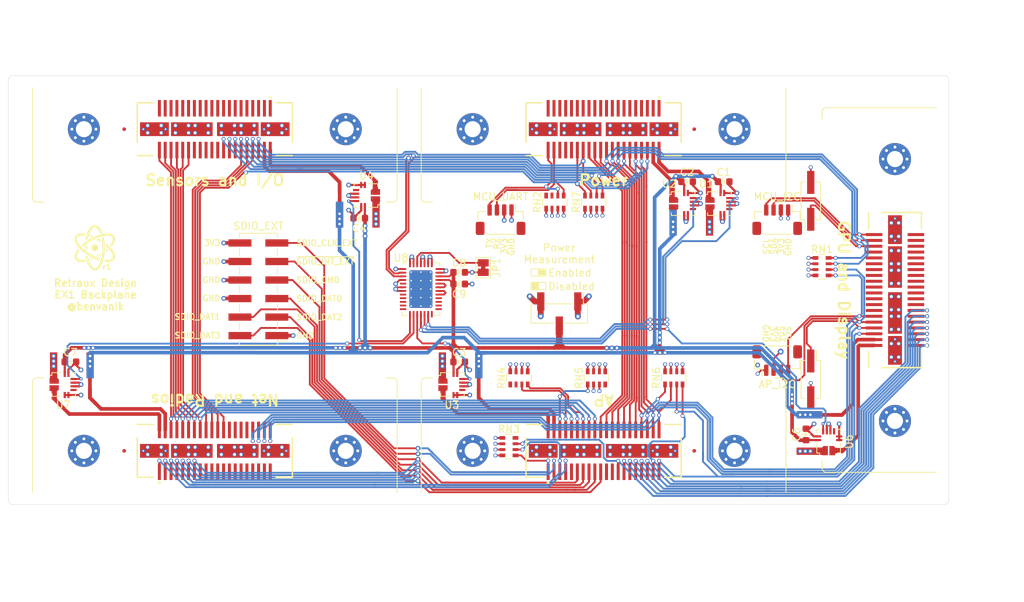
<source format=kicad_pcb>
(kicad_pcb (version 20171130) (host pcbnew "(5.1.2)-2")
  (layers (0 F.Cu signal) (1 In1.Cu power) (2 In2.Cu power) (31 B.Cu signal) (34 B.Paste user) (35 F.Paste user) (36 B.SilkS user) (37 F.SilkS user) (38 B.Mask user) (39 F.Mask user) (44 Edge.Cuts user))
  (net 0 "")
  (net 1 +3V3)
  (net 2 GND)
  (net 3 +BATT)
  (net 4 /INPUT_RAIL_VBAT)
  (net 5 /INPUT_RAIL_3V3)
  (net 6 /MCU_UART_RX)
  (net 7 /MCU_UART_TX)
  (net 8 /USB_D-)
  (net 9 /USB_D+)
  (net 10 /USB_VBUS)
  (net 11 "Net-(J2-Pad21)")
  (net 12 /~AP_MCU_INT)
  (net 13 /~AP_I2C_INT)
  (net 14 /AP_I2C_SDA)
  (net 15 /AP_I2C_SCL)
  (net 16 /~MCU_I2C_INT)
  (net 17 /MCU_I2C_SDA)
  (net 18 /MCU_I2C_SCL)
  (net 19 /AP_RAIL_3V3)
  (net 20 /AP_I2S_OUT_SD)
  (net 21 /AP_I2S_OUT_WS)
  (net 22 /AP_I2S_OUT_SCK)
  (net 23 /AP_I2S_IN_SD)
  (net 24 /AP_I2S_IN_WS)
  (net 25 /AP_I2S_IN_SCK)
  (net 26 /~AP_SDIO_INT_EXT)
  (net 27 /~AP_SDIO_INT_NET)
  (net 28 /~AP_SDIO_INT_GPU)
  (net 29 /AP_SDIO_DAT3)
  (net 30 /AP_SDIO_DAT2)
  (net 31 /AP_SDIO_DAT1)
  (net 32 /AP_SDIO_DAT0)
  (net 33 /AP_SDIO_CMD)
  (net 34 /AP_SDIO_CLK_EXT)
  (net 35 /AP_SDIO_CLK_NET)
  (net 36 /~AP_GPU_INT)
  (net 37 /AP_SDIO_CLK_GPU)
  (net 38 /SENSOR_RAIL_3V3)
  (net 39 /GPU_RAIL_3V3)
  (net 40 /NET_RAIL_3V3)
  (net 41 "/Power Measurement/PWR_MEASURE_EN")
  (net 42 "/Power Measurement/CA0")
  (net 43 "/Power Measurement/INPUT_RAIL_3V3_VI")
  (net 44 "/Power Measurement/INPUT_RAIL_VBAT_VI")
  (net 45 "/Power Measurement/AP_RAIL_3V3_VI")
  (net 46 "/Power Measurement/SENSOR_RAIL_3V3_VI")
  (net 47 "/Power Measurement/GPU_RAIL_3V3_VI")
  (net 48 "/Power Measurement/NET_RAIL_3V3_VI")
  (net 49 "Net-(J2-Pad9)")
  (net 50 "Net-(U6-Pad5)")
  (net 51 "Net-(U7-Pad5)")
  (net 52 "Net-(U8-Pad5)")
  (net 53 "Net-(J4-Pad23)")
  (net 54 "Net-(J4-Pad25)")
  (net 55 /~MCU_NET_INT)
  (net 56 /~MCU_SENSOR_INT)
  (net 57 /~MCU_AP_INT)
  (net 58 /~AP_NET_INT)
  (net 59 "Net-(J4-Pad26)")
  (net 60 "Net-(J4-Pad14)")
  (net 61 "Net-(J4-Pad16)")
  (net 62 "Net-(J4-Pad18)")
  (net 63 "Net-(J4-Pad22)")
  (net 64 "Net-(J4-Pad24)")
  (net 65 "Net-(J4-Pad28)")
  (net 66 "Net-(J4-Pad30)")
  (net 67 "Net-(J4-Pad32)")
  (net 68 "Net-(J4-Pad20)")
  (net 69 "Net-(J2-Pad23)")
  (net 70 "Net-(J4-Pad39)")
  (net 71 "Net-(J4-Pad37)")
  (net 72 "Net-(J4-Pad35)")
  (net 73 "Net-(J4-Pad33)")
  (net 74 "Net-(J4-Pad31)")
  (net 75 "Net-(J4-Pad29)")
  (net 76 "Net-(J4-Pad27)")
  (net 77 "Net-(J1-Pad1)")
  (net 78 "Net-(J1-Pad3)")
  (net 79 "Net-(J1-Pad5)")
  (net 80 "Net-(J1-Pad7)")
  (net 81 "Net-(J1-Pad9)")
  (net 82 "Net-(J1-Pad11)")
  (net 83 "Net-(J1-Pad13)")
  (net 84 "Net-(J1-Pad15)")
  (net 85 "Net-(J1-Pad17)")
  (net 86 "Net-(J1-Pad19)")
  (net 87 "Net-(J1-Pad21)")
  (net 88 "Net-(J1-Pad23)")
  (net 89 "Net-(J1-Pad25)")
  (net 90 "Net-(J1-Pad27)")
  (net 91 "Net-(J1-Pad29)")
  (net 92 "Net-(J1-Pad31)")
  (net 93 "Net-(J1-Pad32)")
  (net 94 "Net-(J1-Pad33)")
  (net 95 "Net-(J1-Pad34)")
  (net 96 "Net-(J1-Pad35)")
  (net 97 "Net-(J1-Pad36)")
  (net 98 "Net-(J1-Pad37)")
  (net 99 "Net-(J1-Pad39)")
  (net 100 "Net-(J3-Pad1)")
  (net 101 "Net-(J3-Pad3)")
  (net 102 "Net-(J3-Pad5)")
  (net 103 "Net-(J3-Pad7)")
  (net 104 "Net-(J3-Pad9)")
  (net 105 "Net-(J3-Pad11)")
  (net 106 "Net-(J3-Pad13)")
  (net 107 "Net-(J3-Pad15)")
  (net 108 "Net-(J3-Pad17)")
  (net 109 "Net-(J3-Pad19)")
  (net 110 "Net-(J3-Pad21)")
  (net 111 "Net-(J3-Pad23)")
  (net 112 "Net-(J3-Pad25)")
  (net 113 "Net-(J3-Pad27)")
  (net 114 "Net-(J3-Pad20)")
  (net 115 "Net-(J3-Pad22)")
  (net 116 "Net-(J3-Pad24)")
  (net 117 "Net-(J3-Pad26)")
  (net 118 "Net-(J3-Pad28)")
  (net 119 "Net-(J3-Pad29)")
  (net 120 "Net-(J3-Pad31)")
  (net 121 "Net-(J3-Pad33)")
  (net 122 "Net-(J3-Pad35)")
  (net 123 "Net-(J3-Pad37)")
  (net 124 "Net-(J3-Pad39)")
  (net 125 "Net-(J4-Pad15)")
  (net 126 "Net-(J4-Pad17)")
  (net 127 "Net-(J4-Pad19)")
  (net 128 "Net-(J4-Pad21)")
  (net 129 "Net-(J4-Pad34)")
  (net 130 "Net-(J5-Pad39)")
  (net 131 "Net-(J5-Pad37)")
  (net 132 "Net-(J5-Pad35)")
  (net 133 "Net-(J5-Pad33)")
  (net 134 "Net-(J5-Pad32)")
  (net 135 "Net-(J5-Pad31)")
  (net 136 "Net-(J5-Pad30)")
  (net 137 "Net-(J5-Pad29)")
  (net 138 "Net-(J5-Pad28)")
  (net 139 "Net-(J5-Pad26)")
  (net 140 "Net-(J5-Pad27)")
  (net 141 "Net-(J5-Pad25)")
  (net 142 "Net-(J5-Pad23)")
  (net 143 "Net-(J5-Pad21)")
  (net 144 "Net-(J5-Pad19)")
  (net 145 "Net-(J5-Pad17)")
  (net 146 "Net-(J5-Pad15)")
  (net 147 "Net-(U1-Pad5)")
  (net 148 "Net-(U2-Pad5)")
  (net 149 "Net-(U3-Pad5)")
  (net 150 "Net-(U4-Pad5)")
  (net 151 "Net-(U8-Pad26)")
  (net 152 "Net-(U8-Pad24)")
  (net 153 "Net-(U8-Pad23)")
  (net 154 "Net-(U8-Pad22)")
  (net 155 "Net-(U8-Pad21)")
  (net 156 "Net-(U8-Pad20)")
  (net 157 "Net-(U8-Pad19)")
  (net 158 "Net-(U8-Pad12)")
  (net 159 "Net-(U8-Pad11)")
  (net 160 "Net-(U8-Pad10)")
  (net 161 "Net-(U8-Pad9)")
  (net 162 "Net-(U8-Pad8)")
  (net 163 "Net-(RN2-Pad8)")
  (net 164 /AP_SDIO_DAT3_GPU)
  (net 165 /AP_SDIO_DAT0_GPU)
  (net 166 /AP_SDIO_CMD_GPU)
  (net 167 /AP_SDIO_DAT1_GPU)
  (net 168 /AP_SDIO_DAT2_GPU)
  (net 169 "Net-(RN2-Pad7)")
  (net 170 "Net-(RN3-Pad8)")
  (net 171 "Net-(RN4-Pad5)")
  (net 172 "Net-(RN4-Pad6)")
  (net 173 "Net-(RN5-Pad8)")
  (module Symbol_RD:Atom_Logo (layer F.Cu) (at 21 44.05)
    (fp_text reference G*** hide)
    (fp_text value LOGO hide)
  )
  (module Fiducial:Fiducial_0.5mm_Mask1mm (layer F.Cu) (at 103.175 27.8)
    (fp_text reference REF** hide)
    (fp_text value Fiducial_0.5mm_Mask1mm)
    (pad "" smd circle (at 0 0) (size 0.5 0.5) (layers F.Cu F.Mask) (clearance 0.25))
  )
  (module Fiducial:Fiducial_0.5mm_Mask1mm (layer F.Cu) (at 103.175 71.9)
    (fp_text reference REF** hide)
    (fp_text value Fiducial_0.5mm_Mask1mm)
    (pad "" smd circle (at 0 0) (size 0.5 0.5) (layers F.Cu F.Mask) (clearance 0.25))
  )
  (module Fiducial:Fiducial_0.5mm_Mask1mm (layer F.Cu) (at 25.025 71.9)
    (fp_text reference REF** hide)
    (fp_text value Fiducial_0.5mm_Mask1mm)
    (pad "" smd circle (at 0 0) (size 0.5 0.5) (layers F.Cu F.Mask) (clearance 0.25))
  )
  (module Fiducial:Fiducial_0.5mm_Mask1mm (layer F.Cu) (at 25.025 27.8)
    (fp_text reference REF** hide)
    (fp_text value Fiducial_0.5mm_Mask1mm)
    (pad "" smd circle (at 0 0) (size 0.5 0.5) (layers F.Cu F.Mask) (clearance 0.25))
  )
  (module Connector_Samtec_QStrip_RD:Samtech_QSE-020-01-X-D-A (layer F.Cu) (at 90.75 71.9)
    (fp_text reference J2 hide)
    (fp_text value AP hide)
    (pad 40 smd rect (at 7.6 -2.865) (size 0.41 2.27) (layers F.Cu F.Paste F.Mask) (net 13 /~AP_I2C_INT))
    (pad 39 smd rect (at 7.6 2.865) (size 0.41 2.27) (layers F.Cu F.Paste F.Mask) (net 36 /~AP_GPU_INT))
    (pad 38 smd rect (at 6.8 -2.865) (size 0.41 2.27) (layers F.Cu F.Paste F.Mask) (net 14 /AP_I2C_SDA))
    (pad 37 smd rect (at 6.8 2.865) (size 0.41 2.27) (layers F.Cu F.Paste F.Mask) (net 28 /~AP_SDIO_INT_GPU))
    (pad 36 smd rect (at 6 -2.865) (size 0.41 2.27) (layers F.Cu F.Paste F.Mask) (net 15 /AP_I2C_SCL))
    (pad 35 smd rect (at 6 2.865) (size 0.41 2.27) (layers F.Cu F.Paste F.Mask) (net 164 /AP_SDIO_DAT3_GPU))
    (pad 34 smd rect (at 5.2 -2.865) (size 0.41 2.27) (layers F.Cu F.Paste F.Mask) (net 12 /~AP_MCU_INT))
    (pad 33 smd rect (at 5.2 2.865) (size 0.41 2.27) (layers F.Cu F.Paste F.Mask) (net 168 /AP_SDIO_DAT2_GPU))
    (pad 32 smd rect (at 4.4 -2.865) (size 0.41 2.27) (layers F.Cu F.Paste F.Mask) (net 57 /~MCU_AP_INT))
    (pad 31 smd rect (at 4.4 2.865) (size 0.41 2.27) (layers F.Cu F.Paste F.Mask) (net 167 /AP_SDIO_DAT1_GPU))
    (pad 30 smd rect (at 3.6 -2.865) (size 0.41 2.27) (layers F.Cu F.Paste F.Mask) (net 16 /~MCU_I2C_INT))
    (pad 29 smd rect (at 3.6 2.865) (size 0.41 2.27) (layers F.Cu F.Paste F.Mask) (net 165 /AP_SDIO_DAT0_GPU))
    (pad 28 smd rect (at 2.8 -2.865) (size 0.41 2.27) (layers F.Cu F.Paste F.Mask) (net 17 /MCU_I2C_SDA))
    (pad 26 smd rect (at 2 -2.865) (size 0.41 2.27) (layers F.Cu F.Paste F.Mask) (net 18 /MCU_I2C_SCL))
    (pad 24 smd rect (at 1.2 -2.865) (size 0.41 2.27) (layers F.Cu F.Paste F.Mask) (net 8 /USB_D-))
    (pad 22 smd rect (at 0.4 -2.865) (size 0.41 2.27) (layers F.Cu F.Paste F.Mask) (net 9 /USB_D+))
    (pad 20 smd rect (at -0.4 -2.865) (size 0.41 2.27) (layers F.Cu F.Paste F.Mask) (net 10 /USB_VBUS))
    (pad 18 smd rect (at -1.2 -2.865) (size 0.41 2.27) (layers F.Cu F.Paste F.Mask) (net 20 /AP_I2S_OUT_SD))
    (pad 16 smd rect (at -2 -2.865) (size 0.41 2.27) (layers F.Cu F.Paste F.Mask) (net 21 /AP_I2S_OUT_WS))
    (pad 14 smd rect (at -2.8 -2.865) (size 0.41 2.27) (layers F.Cu F.Paste F.Mask) (net 22 /AP_I2S_OUT_SCK))
    (pad 12 smd rect (at -3.6 -2.865) (size 0.41 2.27) (layers F.Cu F.Paste F.Mask) (net 23 /AP_I2S_IN_SD))
    (pad 10 smd rect (at -4.4 -2.865) (size 0.41 2.27) (layers F.Cu F.Paste F.Mask) (net 24 /AP_I2S_IN_WS))
    (pad 8 smd rect (at -5.2 -2.865) (size 0.41 2.27) (layers F.Cu F.Paste F.Mask) (net 25 /AP_I2S_IN_SCK))
    (pad 6 smd rect (at -6 -2.865) (size 0.41 2.27) (layers F.Cu F.Paste F.Mask) (net 58 /~AP_NET_INT))
    (pad 4 smd rect (at -6.8 -2.865) (size 0.41 2.27) (layers F.Cu F.Paste F.Mask) (net 3 +BATT))
    (pad 27 smd rect (at 2.8 2.865) (size 0.41 2.27) (layers F.Cu F.Paste F.Mask) (net 166 /AP_SDIO_CMD_GPU))
    (pad 25 smd rect (at 2 2.865) (size 0.41 2.27) (layers F.Cu F.Paste F.Mask) (net 37 /AP_SDIO_CLK_GPU))
    (pad 23 smd rect (at 1.2 2.865) (size 0.41 2.27) (layers F.Cu F.Paste F.Mask) (net 69 "Net-(J2-Pad23)"))
    (pad 21 smd rect (at 0.4 2.865) (size 0.41 2.27) (layers F.Cu F.Paste F.Mask) (net 11 "Net-(J2-Pad21)"))
    (pad 19 smd rect (at -0.4 2.865) (size 0.41 2.27) (layers F.Cu F.Paste F.Mask) (net 29 /AP_SDIO_DAT3))
    (pad 17 smd rect (at -1.2 2.865) (size 0.41 2.27) (layers F.Cu F.Paste F.Mask) (net 30 /AP_SDIO_DAT2))
    (pad 15 smd rect (at -2 2.865) (size 0.41 2.27) (layers F.Cu F.Paste F.Mask) (net 31 /AP_SDIO_DAT1))
    (pad 13 smd rect (at -2.8 2.865) (size 0.41 2.27) (layers F.Cu F.Paste F.Mask) (net 32 /AP_SDIO_DAT0))
    (pad 11 smd rect (at -3.6 2.865) (size 0.41 2.27) (layers F.Cu F.Paste F.Mask) (net 33 /AP_SDIO_CMD))
    (pad 9 smd rect (at -4.4 2.865) (size 0.41 2.27) (layers F.Cu F.Paste F.Mask) (net 49 "Net-(J2-Pad9)"))
    (pad 7 smd rect (at -5.2 2.865) (size 0.41 2.27) (layers F.Cu F.Paste F.Mask) (net 27 /~AP_SDIO_INT_NET))
    (pad 5 smd rect (at -6 2.865) (size 0.41 2.27) (layers F.Cu F.Paste F.Mask) (net 35 /AP_SDIO_CLK_NET))
    (pad 3 smd rect (at -6.8 2.865) (size 0.41 2.27) (layers F.Cu F.Paste F.Mask) (net 26 /~AP_SDIO_INT_EXT))
    (pad Hole np_thru_hole circle (at -10.065 -2.665) (size 1.02 1.02) (drill 1.02) (layers *.Cu *.Mask F.SilkS))
    (pad Hole np_thru_hole circle (at 10.065 -2.665) (size 1.02 1.02) (drill 1.02) (layers *.Cu *.Mask F.SilkS))
    (pad 44 smd rect (at 8.065 0) (size 2.54 0.43) (layers F.Cu F.Paste F.Mask) (net 2 GND))
    (pad 43 smd rect (at 3.175 0) (size 4.7 0.43) (layers F.Cu F.Paste F.Mask) (net 2 GND))
    (pad 42 smd rect (at -3.175 0) (size 4.7 0.43) (layers F.Cu F.Paste F.Mask) (net 2 GND))
    (pad 41 smd rect (at -8.065 0) (size 2.54 0.43) (layers F.Cu F.Paste F.Mask) (net 2 GND))
    (pad 2 smd rect (at -7.6 -2.865) (size 0.41 2.27) (layers F.Cu F.Paste F.Mask) (net 19 /AP_RAIL_3V3))
    (pad 1 smd rect (at -7.6 2.865) (size 0.41 2.27) (layers F.Cu F.Paste F.Mask) (net 34 /AP_SDIO_CLK_EXT))
  )
  (module Resistor_SMD:R_Array_Convex_4x0603 (layer F.Cu) (at 84.075 37.8 90)
    (fp_text reference RN2 (at 0 -2.4 90) (layer F.SilkS))
    (fp_text value 4K7)
    (pad 5 smd rect (at 0.9 1.2 90) (size 0.8 0.5) (layers F.Cu F.Paste F.Mask) (net 7 /MCU_UART_TX))
    (pad 6 smd rect (at 0.9 0.4 90) (size 0.8 0.4) (layers F.Cu F.Paste F.Mask) (net 6 /MCU_UART_RX))
    (pad 8 smd rect (at 0.9 -1.2 90) (size 0.8 0.5) (layers F.Cu F.Paste F.Mask) (net 163 "Net-(RN2-Pad8)"))
    (pad 7 smd rect (at 0.9 -0.4 90) (size 0.8 0.4) (layers F.Cu F.Paste F.Mask) (net 169 "Net-(RN2-Pad7)"))
    (pad 4 smd rect (at -0.9 1.2 90) (size 0.8 0.5) (layers F.Cu F.Paste F.Mask) (net 1 +3V3))
    (pad 2 smd rect (at -0.9 -0.4 90) (size 0.8 0.4) (layers F.Cu F.Paste F.Mask) (net 1 +3V3))
    (pad 3 smd rect (at -0.9 0.4 90) (size 0.8 0.4) (layers F.Cu F.Paste F.Mask) (net 1 +3V3))
    (pad 1 smd rect (at -0.9 -1.2 90) (size 0.8 0.5) (layers F.Cu F.Paste F.Mask) (net 1 +3V3))
  )
  (module Connector_PinHeader_2.54mm:PinHeader_1x03_P2.54mm_Vertical_SMD_Pin1Left (layer F.Cu) (at 84.675 53.075 270)
    (fp_text reference J12 hide)
    (fp_text value "Measurement EN")
    (pad 2 smd rect (at 1.655 0 270) (size 2.51 1) (layers F.Cu F.Paste F.Mask) (net 41 "/Power Measurement/PWR_MEASURE_EN"))
    (pad 3 smd rect (at -1.655 2.54 270) (size 2.51 1) (layers F.Cu F.Paste F.Mask) (net 2 GND))
    (pad 1 smd rect (at -1.655 -2.54 270) (size 2.51 1) (layers F.Cu F.Paste F.Mask) (net 1 +3V3))
  )
  (module Connector_PinHeader_2.54mm:PinHeader_2x01_P2.54mm_Vertical_SMD (layer F.Cu) (at 119.15 62.1 270)
    (fp_text reference J10 hide)
    (fp_text value AP_I2C_INT)
    (pad 2 smd rect (at 2.525 0 270) (size 3.15 1) (layers F.Cu F.Paste F.Mask) (net 2 GND))
    (pad 1 smd rect (at -2.525 0 270) (size 3.15 1) (layers F.Cu F.Paste F.Mask) (net 13 /~AP_I2C_INT))
  )
  (module Connector_PinHeader_2.54mm:PinHeader_2x01_P2.54mm_Vertical_SMD (layer F.Cu) (at 119.15 37.625 90)
    (fp_text reference J7 hide)
    (fp_text value MCU_I2C_INT)
    (pad 2 smd rect (at 2.525 0 90) (size 3.15 1) (layers F.Cu F.Paste F.Mask) (net 2 GND))
    (pad 1 smd rect (at -2.525 0 90) (size 3.15 1) (layers F.Cu F.Paste F.Mask) (net 16 /~MCU_I2C_INT))
  )
  (module Connector_PinHeader_2.54mm:PinHeader_2x06_P2.54mm_Vertical_SMD (layer F.Cu) (at 43.425 49.75 180)
    (fp_text reference J6 hide)
    (fp_text value SDIO_EXT (at 0 8.68) (layer F.SilkS))
    (pad 12 smd rect (at 2.525 6.35 180) (size 3.15 1) (layers F.Cu F.Paste F.Mask) (net 1 +3V3))
    (pad 11 smd rect (at -2.525 6.35 180) (size 3.15 1) (layers F.Cu F.Paste F.Mask) (net 34 /AP_SDIO_CLK_EXT))
    (pad 10 smd rect (at 2.525 3.81 180) (size 3.15 1) (layers F.Cu F.Paste F.Mask) (net 2 GND))
    (pad 9 smd rect (at -2.525 3.81 180) (size 3.15 1) (layers F.Cu F.Paste F.Mask) (net 26 /~AP_SDIO_INT_EXT))
    (pad 8 smd rect (at 2.525 1.27 180) (size 3.15 1) (layers F.Cu F.Paste F.Mask) (net 2 GND))
    (pad 7 smd rect (at -2.525 1.27 180) (size 3.15 1) (layers F.Cu F.Paste F.Mask) (net 33 /AP_SDIO_CMD))
    (pad 6 smd rect (at 2.525 -1.27 180) (size 3.15 1) (layers F.Cu F.Paste F.Mask) (net 2 GND))
    (pad 5 smd rect (at -2.525 -1.27 180) (size 3.15 1) (layers F.Cu F.Paste F.Mask) (net 32 /AP_SDIO_DAT0))
    (pad 4 smd rect (at 2.525 -3.81 180) (size 3.15 1) (layers F.Cu F.Paste F.Mask) (net 31 /AP_SDIO_DAT1))
    (pad 3 smd rect (at -2.525 -3.81 180) (size 3.15 1) (layers F.Cu F.Paste F.Mask) (net 30 /AP_SDIO_DAT2))
    (pad 2 smd rect (at 2.525 -6.35 180) (size 3.15 1) (layers F.Cu F.Paste F.Mask) (net 29 /AP_SDIO_DAT3))
    (pad 1 smd rect (at -2.525 -6.35 180) (size 3.15 1) (layers F.Cu F.Paste F.Mask) (net 2 GND))
  )
  (module Resistor_SMD:R_Array_Convex_4x0603 (layer F.Cu) (at 89.4 37.8 90)
    (fp_text reference RN7 (at 0 -2.4 90) (layer F.SilkS))
    (fp_text value 50K)
    (pad 5 smd rect (at 0.9 1.2 90) (size 0.8 0.5) (layers F.Cu F.Paste F.Mask) (net 57 /~MCU_AP_INT))
    (pad 6 smd rect (at 0.9 0.4 90) (size 0.8 0.4) (layers F.Cu F.Paste F.Mask) (net 16 /~MCU_I2C_INT))
    (pad 8 smd rect (at 0.9 -1.2 90) (size 0.8 0.5) (layers F.Cu F.Paste F.Mask) (net 55 /~MCU_NET_INT))
    (pad 7 smd rect (at 0.9 -0.4 90) (size 0.8 0.4) (layers F.Cu F.Paste F.Mask) (net 56 /~MCU_SENSOR_INT))
    (pad 4 smd rect (at -0.9 1.2 90) (size 0.8 0.5) (layers F.Cu F.Paste F.Mask) (net 1 +3V3))
    (pad 2 smd rect (at -0.9 -0.4 90) (size 0.8 0.4) (layers F.Cu F.Paste F.Mask) (net 1 +3V3))
    (pad 3 smd rect (at -0.9 0.4 90) (size 0.8 0.4) (layers F.Cu F.Paste F.Mask) (net 1 +3V3))
    (pad 1 smd rect (at -0.9 -1.2 90) (size 0.8 0.5) (layers F.Cu F.Paste F.Mask) (net 1 +3V3))
  )
  (module Connector_JST:JST_SH_BM04B-SRSS-TB_1x04-1MP_P1.00mm_Vertical (layer F.Cu) (at 114.55 59.525)
    (fp_text reference J11 hide)
    (fp_text value AP_I2C (at 0 3.25 180) (layer F.SilkS))
    (pad 1 smd roundrect (at -1.5 1.325) (size 0.6 1.55) (layers F.Cu F.Paste F.Mask) (net 2 GND))
    (pad 2 smd roundrect (at -0.5 1.325) (size 0.6 1.55) (layers F.Cu F.Paste F.Mask) (net 1 +3V3))
    (pad 3 smd roundrect (at 0.5 1.325) (size 0.6 1.55) (layers F.Cu F.Paste F.Mask) (net 14 /AP_I2C_SDA))
    (pad 4 smd roundrect (at 1.5 1.325) (size 0.6 1.55) (layers F.Cu F.Paste F.Mask) (net 15 /AP_I2C_SCL))
    (pad MP smd roundrect (at -2.8 -1.2) (size 1.2 1.8) (layers F.Cu F.Paste F.Mask) (roundrect_rratio 0.208333))
    (pad MP smd roundrect (at 2.8 -1.2) (size 1.2 1.8) (layers F.Cu F.Paste F.Mask) (roundrect_rratio 0.208333))
  )
  (module Connector_JST:JST_SH_BM04B-SRSS-TB_1x04-1MP_P1.00mm_Vertical (layer F.Cu) (at 114.55 40.2 180)
    (fp_text reference J8 hide)
    (fp_text value MCU_I2C (at 0 3.15 180) (layer F.SilkS))
    (pad 1 smd roundrect (at -1.5 1.325 180) (size 0.6 1.55) (layers F.Cu F.Paste F.Mask) (net 2 GND))
    (pad 2 smd roundrect (at -0.5 1.325 180) (size 0.6 1.55) (layers F.Cu F.Paste F.Mask) (net 1 +3V3))
    (pad 3 smd roundrect (at 0.5 1.325 180) (size 0.6 1.55) (layers F.Cu F.Paste F.Mask) (net 17 /MCU_I2C_SDA))
    (pad 4 smd roundrect (at 1.5 1.325 180) (size 0.6 1.55) (layers F.Cu F.Paste F.Mask) (net 18 /MCU_I2C_SCL))
    (pad MP smd roundrect (at -2.8 -1.2 180) (size 1.2 1.8) (layers F.Cu F.Paste F.Mask) (roundrect_rratio 0.208333))
    (pad MP smd roundrect (at 2.8 -1.2 180) (size 1.2 1.8) (layers F.Cu F.Paste F.Mask) (roundrect_rratio 0.208333))
  )
  (module Connector_JST:JST_SH_BM04B-SRSS-TB_1x04-1MP_P1.00mm_Vertical (layer F.Cu) (at 76.625 40.2 180)
    (fp_text reference J9 hide)
    (fp_text value MCU_UART (at 0 3.15) (layer F.SilkS))
    (pad 1 smd roundrect (at -1.5 1.325 180) (size 0.6 1.55) (layers F.Cu F.Paste F.Mask) (net 2 GND))
    (pad 2 smd roundrect (at -0.5 1.325 180) (size 0.6 1.55) (layers F.Cu F.Paste F.Mask) (net 1 +3V3))
    (pad 3 smd roundrect (at 0.5 1.325 180) (size 0.6 1.55) (layers F.Cu F.Paste F.Mask) (net 7 /MCU_UART_TX))
    (pad 4 smd roundrect (at 1.5 1.325 180) (size 0.6 1.55) (layers F.Cu F.Paste F.Mask) (net 6 /MCU_UART_RX))
    (pad MP smd roundrect (at -2.8 -1.2 180) (size 1.2 1.8) (layers F.Cu F.Paste F.Mask) (roundrect_rratio 0.208333))
    (pad MP smd roundrect (at 2.8 -1.2 180) (size 1.2 1.8) (layers F.Cu F.Paste F.Mask) (roundrect_rratio 0.208333))
  )
  (module MountingHole:MountingHole_2.2mm_M2_Pad_Via (layer F.Cu) (at 55.4 71.9)
    (fp_text reference H10 hide)
    (fp_text value MountingHole_Pad)
    (pad 1 thru_hole circle (at 1.166726 -1.166726) (size 0.7 0.7) (drill 0.4) (layers *.Cu *.Mask) (net 2 GND))
    (pad 1 thru_hole circle (at 0 -1.65) (size 0.7 0.7) (drill 0.4) (layers *.Cu *.Mask) (net 2 GND))
    (pad 1 thru_hole circle (at -1.166726 -1.166726) (size 0.7 0.7) (drill 0.4) (layers *.Cu *.Mask) (net 2 GND))
    (pad 1 thru_hole circle (at -1.65 0) (size 0.7 0.7) (drill 0.4) (layers *.Cu *.Mask) (net 2 GND))
    (pad 1 thru_hole circle (at -1.166726 1.166726) (size 0.7 0.7) (drill 0.4) (layers *.Cu *.Mask) (net 2 GND))
    (pad 1 thru_hole circle (at 0 1.65) (size 0.7 0.7) (drill 0.4) (layers *.Cu *.Mask) (net 2 GND))
    (pad 1 thru_hole circle (at 1.166726 1.166726) (size 0.7 0.7) (drill 0.4) (layers *.Cu *.Mask) (net 2 GND))
    (pad 1 thru_hole circle (at 1.65 0) (size 0.7 0.7) (drill 0.4) (layers *.Cu *.Mask) (net 2 GND))
    (pad 1 thru_hole circle (at 0 0) (size 4.4 4.4) (drill 2.2) (layers *.Cu *.Mask) (net 2 GND))
  )
  (module MountingHole:MountingHole_2.2mm_M2_Pad_Via (layer F.Cu) (at 19.5 71.9)
    (fp_text reference H9 hide)
    (fp_text value MountingHole_Pad)
    (pad 1 thru_hole circle (at 1.166726 -1.166726) (size 0.7 0.7) (drill 0.4) (layers *.Cu *.Mask) (net 2 GND))
    (pad 1 thru_hole circle (at 0 -1.65) (size 0.7 0.7) (drill 0.4) (layers *.Cu *.Mask) (net 2 GND))
    (pad 1 thru_hole circle (at -1.166726 -1.166726) (size 0.7 0.7) (drill 0.4) (layers *.Cu *.Mask) (net 2 GND))
    (pad 1 thru_hole circle (at -1.65 0) (size 0.7 0.7) (drill 0.4) (layers *.Cu *.Mask) (net 2 GND))
    (pad 1 thru_hole circle (at -1.166726 1.166726) (size 0.7 0.7) (drill 0.4) (layers *.Cu *.Mask) (net 2 GND))
    (pad 1 thru_hole circle (at 0 1.65) (size 0.7 0.7) (drill 0.4) (layers *.Cu *.Mask) (net 2 GND))
    (pad 1 thru_hole circle (at 1.166726 1.166726) (size 0.7 0.7) (drill 0.4) (layers *.Cu *.Mask) (net 2 GND))
    (pad 1 thru_hole circle (at 1.65 0) (size 0.7 0.7) (drill 0.4) (layers *.Cu *.Mask) (net 2 GND))
    (pad 1 thru_hole circle (at 0 0) (size 4.4 4.4) (drill 2.2) (layers *.Cu *.Mask) (net 2 GND))
  )
  (module MountingHole:MountingHole_2.2mm_M2_Pad_Via (layer F.Cu) (at 130.7 67.8)
    (fp_text reference H8 hide)
    (fp_text value MountingHole_Pad)
    (pad 1 thru_hole circle (at 1.166726 -1.166726) (size 0.7 0.7) (drill 0.4) (layers *.Cu *.Mask) (net 2 GND))
    (pad 1 thru_hole circle (at 0 -1.65) (size 0.7 0.7) (drill 0.4) (layers *.Cu *.Mask) (net 2 GND))
    (pad 1 thru_hole circle (at -1.166726 -1.166726) (size 0.7 0.7) (drill 0.4) (layers *.Cu *.Mask) (net 2 GND))
    (pad 1 thru_hole circle (at -1.65 0) (size 0.7 0.7) (drill 0.4) (layers *.Cu *.Mask) (net 2 GND))
    (pad 1 thru_hole circle (at -1.166726 1.166726) (size 0.7 0.7) (drill 0.4) (layers *.Cu *.Mask) (net 2 GND))
    (pad 1 thru_hole circle (at 0 1.65) (size 0.7 0.7) (drill 0.4) (layers *.Cu *.Mask) (net 2 GND))
    (pad 1 thru_hole circle (at 1.166726 1.166726) (size 0.7 0.7) (drill 0.4) (layers *.Cu *.Mask) (net 2 GND))
    (pad 1 thru_hole circle (at 1.65 0) (size 0.7 0.7) (drill 0.4) (layers *.Cu *.Mask) (net 2 GND))
    (pad 1 thru_hole circle (at 0 0) (size 4.4 4.4) (drill 2.2) (layers *.Cu *.Mask) (net 2 GND))
  )
  (module MountingHole:MountingHole_2.2mm_M2_Pad_Via (layer F.Cu) (at 130.7 31.9)
    (fp_text reference H7 hide)
    (fp_text value MountingHole_Pad)
    (pad 1 thru_hole circle (at 1.166726 -1.166726) (size 0.7 0.7) (drill 0.4) (layers *.Cu *.Mask) (net 2 GND))
    (pad 1 thru_hole circle (at 0 -1.65) (size 0.7 0.7) (drill 0.4) (layers *.Cu *.Mask) (net 2 GND))
    (pad 1 thru_hole circle (at -1.166726 -1.166726) (size 0.7 0.7) (drill 0.4) (layers *.Cu *.Mask) (net 2 GND))
    (pad 1 thru_hole circle (at -1.65 0) (size 0.7 0.7) (drill 0.4) (layers *.Cu *.Mask) (net 2 GND))
    (pad 1 thru_hole circle (at -1.166726 1.166726) (size 0.7 0.7) (drill 0.4) (layers *.Cu *.Mask) (net 2 GND))
    (pad 1 thru_hole circle (at 0 1.65) (size 0.7 0.7) (drill 0.4) (layers *.Cu *.Mask) (net 2 GND))
    (pad 1 thru_hole circle (at 1.166726 1.166726) (size 0.7 0.7) (drill 0.4) (layers *.Cu *.Mask) (net 2 GND))
    (pad 1 thru_hole circle (at 1.65 0) (size 0.7 0.7) (drill 0.4) (layers *.Cu *.Mask) (net 2 GND))
    (pad 1 thru_hole circle (at 0 0) (size 4.4 4.4) (drill 2.2) (layers *.Cu *.Mask) (net 2 GND))
  )
  (module MountingHole:MountingHole_2.2mm_M2_Pad_Via (layer F.Cu) (at 55.4 27.8)
    (fp_text reference H6 hide)
    (fp_text value MountingHole_Pad)
    (pad 1 thru_hole circle (at 1.166726 -1.166726) (size 0.7 0.7) (drill 0.4) (layers *.Cu *.Mask) (net 2 GND))
    (pad 1 thru_hole circle (at 0 -1.65) (size 0.7 0.7) (drill 0.4) (layers *.Cu *.Mask) (net 2 GND))
    (pad 1 thru_hole circle (at -1.166726 -1.166726) (size 0.7 0.7) (drill 0.4) (layers *.Cu *.Mask) (net 2 GND))
    (pad 1 thru_hole circle (at -1.65 0) (size 0.7 0.7) (drill 0.4) (layers *.Cu *.Mask) (net 2 GND))
    (pad 1 thru_hole circle (at -1.166726 1.166726) (size 0.7 0.7) (drill 0.4) (layers *.Cu *.Mask) (net 2 GND))
    (pad 1 thru_hole circle (at 0 1.65) (size 0.7 0.7) (drill 0.4) (layers *.Cu *.Mask) (net 2 GND))
    (pad 1 thru_hole circle (at 1.166726 1.166726) (size 0.7 0.7) (drill 0.4) (layers *.Cu *.Mask) (net 2 GND))
    (pad 1 thru_hole circle (at 1.65 0) (size 0.7 0.7) (drill 0.4) (layers *.Cu *.Mask) (net 2 GND))
    (pad 1 thru_hole circle (at 0 0) (size 4.4 4.4) (drill 2.2) (layers *.Cu *.Mask) (net 2 GND))
  )
  (module MountingHole:MountingHole_2.2mm_M2_Pad_Via (layer F.Cu) (at 19.5 27.8)
    (fp_text reference H5 hide)
    (fp_text value MountingHole_Pad)
    (pad 1 thru_hole circle (at 1.166726 -1.166726) (size 0.7 0.7) (drill 0.4) (layers *.Cu *.Mask) (net 2 GND))
    (pad 1 thru_hole circle (at 0 -1.65) (size 0.7 0.7) (drill 0.4) (layers *.Cu *.Mask) (net 2 GND))
    (pad 1 thru_hole circle (at -1.166726 -1.166726) (size 0.7 0.7) (drill 0.4) (layers *.Cu *.Mask) (net 2 GND))
    (pad 1 thru_hole circle (at -1.65 0) (size 0.7 0.7) (drill 0.4) (layers *.Cu *.Mask) (net 2 GND))
    (pad 1 thru_hole circle (at -1.166726 1.166726) (size 0.7 0.7) (drill 0.4) (layers *.Cu *.Mask) (net 2 GND))
    (pad 1 thru_hole circle (at 0 1.65) (size 0.7 0.7) (drill 0.4) (layers *.Cu *.Mask) (net 2 GND))
    (pad 1 thru_hole circle (at 1.166726 1.166726) (size 0.7 0.7) (drill 0.4) (layers *.Cu *.Mask) (net 2 GND))
    (pad 1 thru_hole circle (at 1.65 0) (size 0.7 0.7) (drill 0.4) (layers *.Cu *.Mask) (net 2 GND))
    (pad 1 thru_hole circle (at 0 0) (size 4.4 4.4) (drill 2.2) (layers *.Cu *.Mask) (net 2 GND))
  )
  (module MountingHole:MountingHole_2.2mm_M2_Pad_Via (layer F.Cu) (at 108.7 71.9)
    (fp_text reference H4 hide)
    (fp_text value MountingHole_Pad)
    (pad 1 thru_hole circle (at 1.166726 -1.166726) (size 0.7 0.7) (drill 0.4) (layers *.Cu *.Mask) (net 2 GND))
    (pad 1 thru_hole circle (at 0 -1.65) (size 0.7 0.7) (drill 0.4) (layers *.Cu *.Mask) (net 2 GND))
    (pad 1 thru_hole circle (at -1.166726 -1.166726) (size 0.7 0.7) (drill 0.4) (layers *.Cu *.Mask) (net 2 GND))
    (pad 1 thru_hole circle (at -1.65 0) (size 0.7 0.7) (drill 0.4) (layers *.Cu *.Mask) (net 2 GND))
    (pad 1 thru_hole circle (at -1.166726 1.166726) (size 0.7 0.7) (drill 0.4) (layers *.Cu *.Mask) (net 2 GND))
    (pad 1 thru_hole circle (at 0 1.65) (size 0.7 0.7) (drill 0.4) (layers *.Cu *.Mask) (net 2 GND))
    (pad 1 thru_hole circle (at 1.166726 1.166726) (size 0.7 0.7) (drill 0.4) (layers *.Cu *.Mask) (net 2 GND))
    (pad 1 thru_hole circle (at 1.65 0) (size 0.7 0.7) (drill 0.4) (layers *.Cu *.Mask) (net 2 GND))
    (pad 1 thru_hole circle (at 0 0) (size 4.4 4.4) (drill 2.2) (layers *.Cu *.Mask) (net 2 GND))
  )
  (module MountingHole:MountingHole_2.2mm_M2_Pad_Via (layer F.Cu) (at 72.8 71.9)
    (fp_text reference H3 hide)
    (fp_text value MountingHole_Pad)
    (pad 1 thru_hole circle (at 1.166726 -1.166726) (size 0.7 0.7) (drill 0.4) (layers *.Cu *.Mask) (net 2 GND))
    (pad 1 thru_hole circle (at 0 -1.65) (size 0.7 0.7) (drill 0.4) (layers *.Cu *.Mask) (net 2 GND))
    (pad 1 thru_hole circle (at -1.166726 -1.166726) (size 0.7 0.7) (drill 0.4) (layers *.Cu *.Mask) (net 2 GND))
    (pad 1 thru_hole circle (at -1.65 0) (size 0.7 0.7) (drill 0.4) (layers *.Cu *.Mask) (net 2 GND))
    (pad 1 thru_hole circle (at -1.166726 1.166726) (size 0.7 0.7) (drill 0.4) (layers *.Cu *.Mask) (net 2 GND))
    (pad 1 thru_hole circle (at 0 1.65) (size 0.7 0.7) (drill 0.4) (layers *.Cu *.Mask) (net 2 GND))
    (pad 1 thru_hole circle (at 1.166726 1.166726) (size 0.7 0.7) (drill 0.4) (layers *.Cu *.Mask) (net 2 GND))
    (pad 1 thru_hole circle (at 1.65 0) (size 0.7 0.7) (drill 0.4) (layers *.Cu *.Mask) (net 2 GND))
    (pad 1 thru_hole circle (at 0 0) (size 4.4 4.4) (drill 2.2) (layers *.Cu *.Mask) (net 2 GND))
  )
  (module MountingHole:MountingHole_2.2mm_M2_Pad_Via (layer F.Cu) (at 108.7 27.8)
    (fp_text reference H2 hide)
    (fp_text value MountingHole_Pad hide)
    (pad 1 thru_hole circle (at 1.166726 -1.166726) (size 0.7 0.7) (drill 0.4) (layers *.Cu *.Mask) (net 2 GND))
    (pad 1 thru_hole circle (at 0 -1.65) (size 0.7 0.7) (drill 0.4) (layers *.Cu *.Mask) (net 2 GND))
    (pad 1 thru_hole circle (at -1.166726 -1.166726) (size 0.7 0.7) (drill 0.4) (layers *.Cu *.Mask) (net 2 GND))
    (pad 1 thru_hole circle (at -1.65 0) (size 0.7 0.7) (drill 0.4) (layers *.Cu *.Mask) (net 2 GND))
    (pad 1 thru_hole circle (at -1.166726 1.166726) (size 0.7 0.7) (drill 0.4) (layers *.Cu *.Mask) (net 2 GND))
    (pad 1 thru_hole circle (at 0 1.65) (size 0.7 0.7) (drill 0.4) (layers *.Cu *.Mask) (net 2 GND))
    (pad 1 thru_hole circle (at 1.166726 1.166726) (size 0.7 0.7) (drill 0.4) (layers *.Cu *.Mask) (net 2 GND))
    (pad 1 thru_hole circle (at 1.65 0) (size 0.7 0.7) (drill 0.4) (layers *.Cu *.Mask) (net 2 GND))
    (pad 1 thru_hole circle (at 0 0) (size 4.4 4.4) (drill 2.2) (layers *.Cu *.Mask) (net 2 GND))
  )
  (module MountingHole:MountingHole_2.2mm_M2_Pad_Via (layer F.Cu) (at 72.8 27.8)
    (fp_text reference H1 hide)
    (fp_text value MountingHole_Pad)
    (pad 1 thru_hole circle (at 1.166726 -1.166726) (size 0.7 0.7) (drill 0.4) (layers *.Cu *.Mask) (net 2 GND))
    (pad 1 thru_hole circle (at 0 -1.65) (size 0.7 0.7) (drill 0.4) (layers *.Cu *.Mask) (net 2 GND))
    (pad 1 thru_hole circle (at -1.166726 -1.166726) (size 0.7 0.7) (drill 0.4) (layers *.Cu *.Mask) (net 2 GND))
    (pad 1 thru_hole circle (at -1.65 0) (size 0.7 0.7) (drill 0.4) (layers *.Cu *.Mask) (net 2 GND))
    (pad 1 thru_hole circle (at -1.166726 1.166726) (size 0.7 0.7) (drill 0.4) (layers *.Cu *.Mask) (net 2 GND))
    (pad 1 thru_hole circle (at 0 1.65) (size 0.7 0.7) (drill 0.4) (layers *.Cu *.Mask) (net 2 GND))
    (pad 1 thru_hole circle (at 1.166726 1.166726) (size 0.7 0.7) (drill 0.4) (layers *.Cu *.Mask) (net 2 GND))
    (pad 1 thru_hole circle (at 1.65 0) (size 0.7 0.7) (drill 0.4) (layers *.Cu *.Mask) (net 2 GND))
    (pad 1 thru_hole circle (at 0 0) (size 4.4 4.4) (drill 2.2) (layers *.Cu *.Mask) (net 2 GND))
  )
  (module Capacitor_SMD_RD:C_0603_1608Metric (layer F.Cu) (at 17.65 59.7)
    (fp_text reference C7 (at 0 -1.3) (layer F.SilkS))
    (fp_text value 0.1uF hide)
    (pad 1 smd roundrect (at -0.7875 0) (size 0.875 0.95) (layers F.Cu F.Paste F.Mask) (net 41 "/Power Measurement/PWR_MEASURE_EN"))
    (pad 2 smd roundrect (at 0.7875 0) (size 0.875 0.95) (layers F.Cu F.Paste F.Mask) (net 2 GND))
  )
  (module Capacitor_SMD_RD:C_0603_1608Metric (layer F.Cu) (at 118.5 69.65 90)
    (fp_text reference C6 (at 0 -1.3 90) (layer F.SilkS))
    (fp_text value 0.1uF hide)
    (pad 2 smd roundrect (at 0.7875 0 90) (size 0.875 0.95) (layers F.Cu F.Paste F.Mask) (net 2 GND))
    (pad 1 smd roundrect (at -0.7875 0 90) (size 0.875 0.95) (layers F.Cu F.Paste F.Mask) (net 41 "/Power Measurement/PWR_MEASURE_EN"))
  )
  (module Capacitor_SMD_RD:C_0603_1608Metric (layer F.Cu) (at 70.95 59.7)
    (fp_text reference C3 (at 0 -1.3) (layer F.SilkS))
    (fp_text value 0.1uF hide)
    (pad 2 smd roundrect (at 0.7875 0) (size 0.875 0.95) (layers F.Cu F.Paste F.Mask) (net 2 GND))
    (pad 1 smd roundrect (at -0.7875 0) (size 0.875 0.95) (layers F.Cu F.Paste F.Mask) (net 41 "/Power Measurement/PWR_MEASURE_EN"))
  )
  (module Capacitor_SMD_RD:C_0603_1608Metric (layer F.Cu) (at 102.2 35)
    (fp_text reference C2 (at 0 -1.3) (layer F.SilkS))
    (fp_text value 0.1uF hide)
    (pad 2 smd roundrect (at 0.7875 0) (size 0.875 0.95) (layers F.Cu F.Paste F.Mask) (net 2 GND))
    (pad 1 smd roundrect (at -0.7875 0) (size 0.875 0.95) (layers F.Cu F.Paste F.Mask) (net 41 "/Power Measurement/PWR_MEASURE_EN"))
  )
  (module Capacitor_SMD_RD:C_0603_1608Metric (layer F.Cu) (at 107.21 35)
    (fp_text reference C1 (at 0 -1.3) (layer F.SilkS))
    (fp_text value 0.1uF hide)
    (pad 2 smd roundrect (at 0.7875 0) (size 0.875 0.95) (layers F.Cu F.Paste F.Mask) (net 2 GND))
    (pad 1 smd roundrect (at -0.7875 0) (size 0.875 0.95) (layers F.Cu F.Paste F.Mask) (net 41 "/Power Measurement/PWR_MEASURE_EN"))
  )
  (module Resistor_SMD:R_Array_Convex_4x0603 (layer F.Cu) (at 89.775 61.9 270)
    (fp_text reference RN5 (at 0 2.4 90) (layer F.SilkS))
    (fp_text value 50K)
    (pad 5 smd rect (at 0.9 1.2 270) (size 0.8 0.5) (layers F.Cu F.Paste F.Mask) (net 58 /~AP_NET_INT))
    (pad 6 smd rect (at 0.9 0.4 270) (size 0.8 0.4) (layers F.Cu F.Paste F.Mask) (net 26 /~AP_SDIO_INT_EXT))
    (pad 8 smd rect (at 0.9 -1.2 270) (size 0.8 0.5) (layers F.Cu F.Paste F.Mask) (net 173 "Net-(RN5-Pad8)"))
    (pad 7 smd rect (at 0.9 -0.4 270) (size 0.8 0.4) (layers F.Cu F.Paste F.Mask) (net 27 /~AP_SDIO_INT_NET))
    (pad 4 smd rect (at -0.9 1.2 270) (size 0.8 0.5) (layers F.Cu F.Paste F.Mask) (net 1 +3V3))
    (pad 2 smd rect (at -0.9 -0.4 270) (size 0.8 0.4) (layers F.Cu F.Paste F.Mask) (net 1 +3V3))
    (pad 3 smd rect (at -0.9 0.4 270) (size 0.8 0.4) (layers F.Cu F.Paste F.Mask) (net 1 +3V3))
    (pad 1 smd rect (at -0.9 -1.2 270) (size 0.8 0.5) (layers F.Cu F.Paste F.Mask) (net 1 +3V3))
  )
  (module Resistor_SMD:R_Array_Convex_4x0603 (layer F.Cu) (at 100.375 61.9 270)
    (fp_text reference RN6 (at 0 2.4 90) (layer F.SilkS))
    (fp_text value 50K)
    (pad 5 smd rect (at 0.9 1.2 270) (size 0.8 0.5) (layers F.Cu F.Paste F.Mask) (net 12 /~AP_MCU_INT))
    (pad 6 smd rect (at 0.9 0.4 270) (size 0.8 0.4) (layers F.Cu F.Paste F.Mask) (net 13 /~AP_I2C_INT))
    (pad 8 smd rect (at 0.9 -1.2 270) (size 0.8 0.5) (layers F.Cu F.Paste F.Mask) (net 28 /~AP_SDIO_INT_GPU))
    (pad 7 smd rect (at 0.9 -0.4 270) (size 0.8 0.4) (layers F.Cu F.Paste F.Mask) (net 36 /~AP_GPU_INT))
    (pad 4 smd rect (at -0.9 1.2 270) (size 0.8 0.5) (layers F.Cu F.Paste F.Mask) (net 1 +3V3))
    (pad 2 smd rect (at -0.9 -0.4 270) (size 0.8 0.4) (layers F.Cu F.Paste F.Mask) (net 1 +3V3))
    (pad 3 smd rect (at -0.9 0.4 270) (size 0.8 0.4) (layers F.Cu F.Paste F.Mask) (net 1 +3V3))
    (pad 1 smd rect (at -0.9 -1.2 270) (size 0.8 0.5) (layers F.Cu F.Paste F.Mask) (net 1 +3V3))
  )
  (module Resistor_SMD:R_Array_Convex_4x0603 (layer F.Cu) (at 79.15 61.9 270)
    (fp_text reference RN4 (at 0 2.4 90) (layer F.SilkS))
    (fp_text value 50K)
    (pad 5 smd rect (at 0.9 1.2 270) (size 0.8 0.5) (layers F.Cu F.Paste F.Mask) (net 171 "Net-(RN4-Pad5)"))
    (pad 6 smd rect (at 0.9 0.4 270) (size 0.8 0.4) (layers F.Cu F.Paste F.Mask) (net 172 "Net-(RN4-Pad6)"))
    (pad 8 smd rect (at 0.9 -1.2 270) (size 0.8 0.5) (layers F.Cu F.Paste F.Mask) (net 22 /AP_I2S_OUT_SCK))
    (pad 7 smd rect (at 0.9 -0.4 270) (size 0.8 0.4) (layers F.Cu F.Paste F.Mask) (net 25 /AP_I2S_IN_SCK))
    (pad 4 smd rect (at -0.9 1.2 270) (size 0.8 0.5) (layers F.Cu F.Paste F.Mask) (net 2 GND))
    (pad 2 smd rect (at -0.9 -0.4 270) (size 0.8 0.4) (layers F.Cu F.Paste F.Mask) (net 2 GND))
    (pad 3 smd rect (at -0.9 0.4 270) (size 0.8 0.4) (layers F.Cu F.Paste F.Mask) (net 2 GND))
    (pad 1 smd rect (at -0.9 -1.2 270) (size 0.8 0.5) (layers F.Cu F.Paste F.Mask) (net 2 GND))
  )
  (module Resistor_SMD:R_Array_Convex_4x0603 (layer F.Cu) (at 77.775 71.325)
    (fp_text reference RN3 (at 0 -2.4) (layer F.SilkS))
    (fp_text value 50K)
    (pad 5 smd rect (at 0.9 1.2) (size 0.8 0.5) (layers F.Cu F.Paste F.Mask) (net 34 /AP_SDIO_CLK_EXT))
    (pad 6 smd rect (at 0.9 0.4) (size 0.8 0.4) (layers F.Cu F.Paste F.Mask) (net 35 /AP_SDIO_CLK_NET))
    (pad 8 smd rect (at 0.9 -1.2) (size 0.8 0.5) (layers F.Cu F.Paste F.Mask) (net 170 "Net-(RN3-Pad8)"))
    (pad 7 smd rect (at 0.9 -0.4) (size 0.8 0.4) (layers F.Cu F.Paste F.Mask) (net 37 /AP_SDIO_CLK_GPU))
    (pad 4 smd rect (at -0.9 1.2) (size 0.8 0.5) (layers F.Cu F.Paste F.Mask) (net 2 GND))
    (pad 2 smd rect (at -0.9 -0.4) (size 0.8 0.4) (layers F.Cu F.Paste F.Mask) (net 2 GND))
    (pad 3 smd rect (at -0.9 0.4) (size 0.8 0.4) (layers F.Cu F.Paste F.Mask) (net 2 GND))
    (pad 1 smd rect (at -0.9 -1.2) (size 0.8 0.5) (layers F.Cu F.Paste F.Mask) (net 2 GND))
  )
  (module Resistor_SMD:R_Array_Convex_4x0603 (layer F.Cu) (at 120.7 46.65)
    (fp_text reference RN1 (at 0 -2.4) (layer F.SilkS))
    (fp_text value 4K7)
    (pad 5 smd rect (at 0.9 1.2) (size 0.8 0.5) (layers F.Cu F.Paste F.Mask) (net 15 /AP_I2C_SCL))
    (pad 6 smd rect (at 0.9 0.4) (size 0.8 0.4) (layers F.Cu F.Paste F.Mask) (net 14 /AP_I2C_SDA))
    (pad 8 smd rect (at 0.9 -1.2) (size 0.8 0.5) (layers F.Cu F.Paste F.Mask) (net 17 /MCU_I2C_SDA))
    (pad 7 smd rect (at 0.9 -0.4) (size 0.8 0.4) (layers F.Cu F.Paste F.Mask) (net 18 /MCU_I2C_SCL))
    (pad 4 smd rect (at -0.9 1.2) (size 0.8 0.5) (layers F.Cu F.Paste F.Mask) (net 1 +3V3))
    (pad 2 smd rect (at -0.9 -0.4) (size 0.8 0.4) (layers F.Cu F.Paste F.Mask) (net 1 +3V3))
    (pad 3 smd rect (at -0.9 0.4) (size 0.8 0.4) (layers F.Cu F.Paste F.Mask) (net 1 +3V3))
    (pad 1 smd rect (at -0.9 -1.2) (size 0.8 0.5) (layers F.Cu F.Paste F.Mask) (net 1 +3V3))
  )
  (module Connector_Samtec_QStrip_RD:Samtech_QSE-020-01-X-D-A (layer F.Cu) (at 37.45 71.9)
    (fp_text reference J5 hide)
    (fp_text value Net hide)
    (pad 40 smd rect (at 7.6 -2.865) (size 0.41 2.27) (layers F.Cu F.Paste F.Mask) (net 13 /~AP_I2C_INT))
    (pad 39 smd rect (at 7.6 2.865) (size 0.41 2.27) (layers F.Cu F.Paste F.Mask) (net 130 "Net-(J5-Pad39)"))
    (pad 38 smd rect (at 6.8 -2.865) (size 0.41 2.27) (layers F.Cu F.Paste F.Mask) (net 14 /AP_I2C_SDA))
    (pad 37 smd rect (at 6.8 2.865) (size 0.41 2.27) (layers F.Cu F.Paste F.Mask) (net 131 "Net-(J5-Pad37)"))
    (pad 36 smd rect (at 6 -2.865) (size 0.41 2.27) (layers F.Cu F.Paste F.Mask) (net 15 /AP_I2C_SCL))
    (pad 35 smd rect (at 6 2.865) (size 0.41 2.27) (layers F.Cu F.Paste F.Mask) (net 132 "Net-(J5-Pad35)"))
    (pad 34 smd rect (at 5.2 -2.865) (size 0.41 2.27) (layers F.Cu F.Paste F.Mask) (net 58 /~AP_NET_INT))
    (pad 33 smd rect (at 5.2 2.865) (size 0.41 2.27) (layers F.Cu F.Paste F.Mask) (net 133 "Net-(J5-Pad33)"))
    (pad 32 smd rect (at 4.4 -2.865) (size 0.41 2.27) (layers F.Cu F.Paste F.Mask) (net 134 "Net-(J5-Pad32)"))
    (pad 31 smd rect (at 4.4 2.865) (size 0.41 2.27) (layers F.Cu F.Paste F.Mask) (net 135 "Net-(J5-Pad31)"))
    (pad 30 smd rect (at 3.6 -2.865) (size 0.41 2.27) (layers F.Cu F.Paste F.Mask) (net 136 "Net-(J5-Pad30)"))
    (pad 29 smd rect (at 3.6 2.865) (size 0.41 2.27) (layers F.Cu F.Paste F.Mask) (net 137 "Net-(J5-Pad29)"))
    (pad 28 smd rect (at 2.8 -2.865) (size 0.41 2.27) (layers F.Cu F.Paste F.Mask) (net 138 "Net-(J5-Pad28)"))
    (pad 26 smd rect (at 2 -2.865) (size 0.41 2.27) (layers F.Cu F.Paste F.Mask) (net 139 "Net-(J5-Pad26)"))
    (pad 24 smd rect (at 1.2 -2.865) (size 0.41 2.27) (layers F.Cu F.Paste F.Mask) (net 55 /~MCU_NET_INT))
    (pad 22 smd rect (at 0.4 -2.865) (size 0.41 2.27) (layers F.Cu F.Paste F.Mask) (net 18 /MCU_I2C_SCL))
    (pad 20 smd rect (at -0.4 -2.865) (size 0.41 2.27) (layers F.Cu F.Paste F.Mask) (net 17 /MCU_I2C_SDA))
    (pad 18 smd rect (at -1.2 -2.865) (size 0.41 2.27) (layers F.Cu F.Paste F.Mask) (net 16 /~MCU_I2C_INT))
    (pad 16 smd rect (at -2 -2.865) (size 0.41 2.27) (layers F.Cu F.Paste F.Mask) (net 25 /AP_I2S_IN_SCK))
    (pad 14 smd rect (at -2.8 -2.865) (size 0.41 2.27) (layers F.Cu F.Paste F.Mask) (net 24 /AP_I2S_IN_WS))
    (pad 12 smd rect (at -3.6 -2.865) (size 0.41 2.27) (layers F.Cu F.Paste F.Mask) (net 23 /AP_I2S_IN_SD))
    (pad 10 smd rect (at -4.4 -2.865) (size 0.41 2.27) (layers F.Cu F.Paste F.Mask) (net 22 /AP_I2S_OUT_SCK))
    (pad 8 smd rect (at -5.2 -2.865) (size 0.41 2.27) (layers F.Cu F.Paste F.Mask) (net 21 /AP_I2S_OUT_WS))
    (pad 6 smd rect (at -6 -2.865) (size 0.41 2.27) (layers F.Cu F.Paste F.Mask) (net 20 /AP_I2S_OUT_SD))
    (pad 4 smd rect (at -6.8 -2.865) (size 0.41 2.27) (layers F.Cu F.Paste F.Mask) (net 3 +BATT))
    (pad 27 smd rect (at 2.8 2.865) (size 0.41 2.27) (layers F.Cu F.Paste F.Mask) (net 140 "Net-(J5-Pad27)"))
    (pad 25 smd rect (at 2 2.865) (size 0.41 2.27) (layers F.Cu F.Paste F.Mask) (net 141 "Net-(J5-Pad25)"))
    (pad 23 smd rect (at 1.2 2.865) (size 0.41 2.27) (layers F.Cu F.Paste F.Mask) (net 142 "Net-(J5-Pad23)"))
    (pad 21 smd rect (at 0.4 2.865) (size 0.41 2.27) (layers F.Cu F.Paste F.Mask) (net 143 "Net-(J5-Pad21)"))
    (pad 19 smd rect (at -0.4 2.865) (size 0.41 2.27) (layers F.Cu F.Paste F.Mask) (net 144 "Net-(J5-Pad19)"))
    (pad 17 smd rect (at -1.2 2.865) (size 0.41 2.27) (layers F.Cu F.Paste F.Mask) (net 145 "Net-(J5-Pad17)"))
    (pad 15 smd rect (at -2 2.865) (size 0.41 2.27) (layers F.Cu F.Paste F.Mask) (net 146 "Net-(J5-Pad15)"))
    (pad 13 smd rect (at -2.8 2.865) (size 0.41 2.27) (layers F.Cu F.Paste F.Mask) (net 33 /AP_SDIO_CMD))
    (pad 11 smd rect (at -3.6 2.865) (size 0.41 2.27) (layers F.Cu F.Paste F.Mask) (net 32 /AP_SDIO_DAT0))
    (pad 9 smd rect (at -4.4 2.865) (size 0.41 2.27) (layers F.Cu F.Paste F.Mask) (net 31 /AP_SDIO_DAT1))
    (pad 7 smd rect (at -5.2 2.865) (size 0.41 2.27) (layers F.Cu F.Paste F.Mask) (net 30 /AP_SDIO_DAT2))
    (pad 5 smd rect (at -6 2.865) (size 0.41 2.27) (layers F.Cu F.Paste F.Mask) (net 29 /AP_SDIO_DAT3))
    (pad 3 smd rect (at -6.8 2.865) (size 0.41 2.27) (layers F.Cu F.Paste F.Mask) (net 35 /AP_SDIO_CLK_NET))
    (pad Hole np_thru_hole circle (at -10.065 -2.665) (size 1.02 1.02) (drill 1.02) (layers *.Cu *.Mask F.SilkS))
    (pad Hole np_thru_hole circle (at 10.065 -2.665) (size 1.02 1.02) (drill 1.02) (layers *.Cu *.Mask F.SilkS))
    (pad 44 smd rect (at 8.065 0) (size 2.54 0.43) (layers F.Cu F.Paste F.Mask) (net 2 GND))
    (pad 43 smd rect (at 3.175 0) (size 4.7 0.43) (layers F.Cu F.Paste F.Mask) (net 2 GND))
    (pad 42 smd rect (at -3.175 0) (size 4.7 0.43) (layers F.Cu F.Paste F.Mask) (net 2 GND))
    (pad 41 smd rect (at -8.065 0) (size 2.54 0.43) (layers F.Cu F.Paste F.Mask) (net 2 GND))
    (pad 2 smd rect (at -7.6 -2.865) (size 0.41 2.27) (layers F.Cu F.Paste F.Mask) (net 40 /NET_RAIL_3V3))
    (pad 1 smd rect (at -7.6 2.865) (size 0.41 2.27) (layers F.Cu F.Paste F.Mask) (net 27 /~AP_SDIO_INT_NET))
  )
  (module Connector_Samtec_QStrip_RD:Samtech_QSE-020-01-X-D-A (layer F.Cu) (at 130.7 49.85 90)
    (fp_text reference J4 hide)
    (fp_text value GPU hide)
    (pad 1 smd rect (at -7.6 2.865 90) (size 0.41 2.27) (layers F.Cu F.Paste F.Mask) (net 37 /AP_SDIO_CLK_GPU))
    (pad 2 smd rect (at -7.6 -2.865 90) (size 0.41 2.27) (layers F.Cu F.Paste F.Mask) (net 39 /GPU_RAIL_3V3))
    (pad 41 smd rect (at -8.065 0 90) (size 2.54 0.43) (layers F.Cu F.Paste F.Mask) (net 2 GND))
    (pad 42 smd rect (at -3.175 0 90) (size 4.7 0.43) (layers F.Cu F.Paste F.Mask) (net 2 GND))
    (pad 43 smd rect (at 3.175 0 90) (size 4.7 0.43) (layers F.Cu F.Paste F.Mask) (net 2 GND))
    (pad 44 smd rect (at 8.065 0 90) (size 2.54 0.43) (layers F.Cu F.Paste F.Mask) (net 2 GND))
    (pad Hole np_thru_hole circle (at 10.065 -2.665 90) (size 1.02 1.02) (drill 1.02) (layers *.Cu *.Mask F.SilkS))
    (pad Hole np_thru_hole circle (at -10.065 -2.665 90) (size 1.02 1.02) (drill 1.02) (layers *.Cu *.Mask F.SilkS))
    (pad 3 smd rect (at -6.8 2.865 90) (size 0.41 2.27) (layers F.Cu F.Paste F.Mask) (net 166 /AP_SDIO_CMD_GPU))
    (pad 5 smd rect (at -6 2.865 90) (size 0.41 2.27) (layers F.Cu F.Paste F.Mask) (net 165 /AP_SDIO_DAT0_GPU))
    (pad 7 smd rect (at -5.2 2.865 90) (size 0.41 2.27) (layers F.Cu F.Paste F.Mask) (net 167 /AP_SDIO_DAT1_GPU))
    (pad 9 smd rect (at -4.4 2.865 90) (size 0.41 2.27) (layers F.Cu F.Paste F.Mask) (net 168 /AP_SDIO_DAT2_GPU))
    (pad 11 smd rect (at -3.6 2.865 90) (size 0.41 2.27) (layers F.Cu F.Paste F.Mask) (net 164 /AP_SDIO_DAT3_GPU))
    (pad 13 smd rect (at -2.8 2.865 90) (size 0.41 2.27) (layers F.Cu F.Paste F.Mask) (net 28 /~AP_SDIO_INT_GPU))
    (pad 15 smd rect (at -2 2.865 90) (size 0.41 2.27) (layers F.Cu F.Paste F.Mask) (net 125 "Net-(J4-Pad15)"))
    (pad 17 smd rect (at -1.2 2.865 90) (size 0.41 2.27) (layers F.Cu F.Paste F.Mask) (net 126 "Net-(J4-Pad17)"))
    (pad 19 smd rect (at -0.4 2.865 90) (size 0.41 2.27) (layers F.Cu F.Paste F.Mask) (net 127 "Net-(J4-Pad19)"))
    (pad 21 smd rect (at 0.4 2.865 90) (size 0.41 2.27) (layers F.Cu F.Paste F.Mask) (net 128 "Net-(J4-Pad21)"))
    (pad 23 smd rect (at 1.2 2.865 90) (size 0.41 2.27) (layers F.Cu F.Paste F.Mask) (net 53 "Net-(J4-Pad23)"))
    (pad 25 smd rect (at 2 2.865 90) (size 0.41 2.27) (layers F.Cu F.Paste F.Mask) (net 54 "Net-(J4-Pad25)"))
    (pad 27 smd rect (at 2.8 2.865 90) (size 0.41 2.27) (layers F.Cu F.Paste F.Mask) (net 76 "Net-(J4-Pad27)"))
    (pad 4 smd rect (at -6.8 -2.865 90) (size 0.41 2.27) (layers F.Cu F.Paste F.Mask) (net 3 +BATT))
    (pad 6 smd rect (at -6 -2.865 90) (size 0.41 2.27) (layers F.Cu F.Paste F.Mask) (net 36 /~AP_GPU_INT))
    (pad 8 smd rect (at -5.2 -2.865 90) (size 0.41 2.27) (layers F.Cu F.Paste F.Mask) (net 13 /~AP_I2C_INT))
    (pad 10 smd rect (at -4.4 -2.865 90) (size 0.41 2.27) (layers F.Cu F.Paste F.Mask) (net 14 /AP_I2C_SDA))
    (pad 12 smd rect (at -3.6 -2.865 90) (size 0.41 2.27) (layers F.Cu F.Paste F.Mask) (net 15 /AP_I2C_SCL))
    (pad 14 smd rect (at -2.8 -2.865 90) (size 0.41 2.27) (layers F.Cu F.Paste F.Mask) (net 60 "Net-(J4-Pad14)"))
    (pad 16 smd rect (at -2 -2.865 90) (size 0.41 2.27) (layers F.Cu F.Paste F.Mask) (net 61 "Net-(J4-Pad16)"))
    (pad 18 smd rect (at -1.2 -2.865 90) (size 0.41 2.27) (layers F.Cu F.Paste F.Mask) (net 62 "Net-(J4-Pad18)"))
    (pad 20 smd rect (at -0.4 -2.865 90) (size 0.41 2.27) (layers F.Cu F.Paste F.Mask) (net 68 "Net-(J4-Pad20)"))
    (pad 22 smd rect (at 0.4 -2.865 90) (size 0.41 2.27) (layers F.Cu F.Paste F.Mask) (net 63 "Net-(J4-Pad22)"))
    (pad 24 smd rect (at 1.2 -2.865 90) (size 0.41 2.27) (layers F.Cu F.Paste F.Mask) (net 64 "Net-(J4-Pad24)"))
    (pad 26 smd rect (at 2 -2.865 90) (size 0.41 2.27) (layers F.Cu F.Paste F.Mask) (net 59 "Net-(J4-Pad26)"))
    (pad 28 smd rect (at 2.8 -2.865 90) (size 0.41 2.27) (layers F.Cu F.Paste F.Mask) (net 65 "Net-(J4-Pad28)"))
    (pad 29 smd rect (at 3.6 2.865 90) (size 0.41 2.27) (layers F.Cu F.Paste F.Mask) (net 75 "Net-(J4-Pad29)"))
    (pad 30 smd rect (at 3.6 -2.865 90) (size 0.41 2.27) (layers F.Cu F.Paste F.Mask) (net 66 "Net-(J4-Pad30)"))
    (pad 31 smd rect (at 4.4 2.865 90) (size 0.41 2.27) (layers F.Cu F.Paste F.Mask) (net 74 "Net-(J4-Pad31)"))
    (pad 32 smd rect (at 4.4 -2.865 90) (size 0.41 2.27) (layers F.Cu F.Paste F.Mask) (net 67 "Net-(J4-Pad32)"))
    (pad 33 smd rect (at 5.2 2.865 90) (size 0.41 2.27) (layers F.Cu F.Paste F.Mask) (net 73 "Net-(J4-Pad33)"))
    (pad 34 smd rect (at 5.2 -2.865 90) (size 0.41 2.27) (layers F.Cu F.Paste F.Mask) (net 129 "Net-(J4-Pad34)"))
    (pad 35 smd rect (at 6 2.865 90) (size 0.41 2.27) (layers F.Cu F.Paste F.Mask) (net 72 "Net-(J4-Pad35)"))
    (pad 36 smd rect (at 6 -2.865 90) (size 0.41 2.27) (layers F.Cu F.Paste F.Mask) (net 16 /~MCU_I2C_INT))
    (pad 37 smd rect (at 6.8 2.865 90) (size 0.41 2.27) (layers F.Cu F.Paste F.Mask) (net 71 "Net-(J4-Pad37)"))
    (pad 38 smd rect (at 6.8 -2.865 90) (size 0.41 2.27) (layers F.Cu F.Paste F.Mask) (net 17 /MCU_I2C_SDA))
    (pad 39 smd rect (at 7.6 2.865 90) (size 0.41 2.27) (layers F.Cu F.Paste F.Mask) (net 70 "Net-(J4-Pad39)"))
    (pad 40 smd rect (at 7.6 -2.865 90) (size 0.41 2.27) (layers F.Cu F.Paste F.Mask) (net 18 /MCU_I2C_SCL))
  )
  (module Connector_Samtec_QStrip_RD:Samtech_QSE-020-01-X-D-A (layer F.Cu) (at 37.45 27.8 180)
    (fp_text reference J3 hide)
    (fp_text value Sensors hide)
    (pad 1 smd rect (at -7.6 2.865 180) (size 0.41 2.27) (layers F.Cu F.Paste F.Mask) (net 100 "Net-(J3-Pad1)"))
    (pad 2 smd rect (at -7.6 -2.865 180) (size 0.41 2.27) (layers F.Cu F.Paste F.Mask) (net 38 /SENSOR_RAIL_3V3))
    (pad 41 smd rect (at -8.065 0 180) (size 2.54 0.43) (layers F.Cu F.Paste F.Mask) (net 2 GND))
    (pad 42 smd rect (at -3.175 0 180) (size 4.7 0.43) (layers F.Cu F.Paste F.Mask) (net 2 GND))
    (pad 43 smd rect (at 3.175 0 180) (size 4.7 0.43) (layers F.Cu F.Paste F.Mask) (net 2 GND))
    (pad 44 smd rect (at 8.065 0 180) (size 2.54 0.43) (layers F.Cu F.Paste F.Mask) (net 2 GND))
    (pad Hole np_thru_hole circle (at 10.065 -2.665 180) (size 1.02 1.02) (drill 1.02) (layers *.Cu *.Mask F.SilkS))
    (pad Hole np_thru_hole circle (at -10.065 -2.665 180) (size 1.02 1.02) (drill 1.02) (layers *.Cu *.Mask F.SilkS))
    (pad 3 smd rect (at -6.8 2.865 180) (size 0.41 2.27) (layers F.Cu F.Paste F.Mask) (net 101 "Net-(J3-Pad3)"))
    (pad 5 smd rect (at -6 2.865 180) (size 0.41 2.27) (layers F.Cu F.Paste F.Mask) (net 102 "Net-(J3-Pad5)"))
    (pad 7 smd rect (at -5.2 2.865 180) (size 0.41 2.27) (layers F.Cu F.Paste F.Mask) (net 103 "Net-(J3-Pad7)"))
    (pad 9 smd rect (at -4.4 2.865 180) (size 0.41 2.27) (layers F.Cu F.Paste F.Mask) (net 104 "Net-(J3-Pad9)"))
    (pad 11 smd rect (at -3.6 2.865 180) (size 0.41 2.27) (layers F.Cu F.Paste F.Mask) (net 105 "Net-(J3-Pad11)"))
    (pad 13 smd rect (at -2.8 2.865 180) (size 0.41 2.27) (layers F.Cu F.Paste F.Mask) (net 106 "Net-(J3-Pad13)"))
    (pad 15 smd rect (at -2 2.865 180) (size 0.41 2.27) (layers F.Cu F.Paste F.Mask) (net 107 "Net-(J3-Pad15)"))
    (pad 17 smd rect (at -1.2 2.865 180) (size 0.41 2.27) (layers F.Cu F.Paste F.Mask) (net 108 "Net-(J3-Pad17)"))
    (pad 19 smd rect (at -0.4 2.865 180) (size 0.41 2.27) (layers F.Cu F.Paste F.Mask) (net 109 "Net-(J3-Pad19)"))
    (pad 21 smd rect (at 0.4 2.865 180) (size 0.41 2.27) (layers F.Cu F.Paste F.Mask) (net 110 "Net-(J3-Pad21)"))
    (pad 23 smd rect (at 1.2 2.865 180) (size 0.41 2.27) (layers F.Cu F.Paste F.Mask) (net 111 "Net-(J3-Pad23)"))
    (pad 25 smd rect (at 2 2.865 180) (size 0.41 2.27) (layers F.Cu F.Paste F.Mask) (net 112 "Net-(J3-Pad25)"))
    (pad 27 smd rect (at 2.8 2.865 180) (size 0.41 2.27) (layers F.Cu F.Paste F.Mask) (net 113 "Net-(J3-Pad27)"))
    (pad 4 smd rect (at -6.8 -2.865 180) (size 0.41 2.27) (layers F.Cu F.Paste F.Mask) (net 3 +BATT))
    (pad 6 smd rect (at -6 -2.865 180) (size 0.41 2.27) (layers F.Cu F.Paste F.Mask) (net 56 /~MCU_SENSOR_INT))
    (pad 8 smd rect (at -5.2 -2.865 180) (size 0.41 2.27) (layers F.Cu F.Paste F.Mask) (net 18 /MCU_I2C_SCL))
    (pad 10 smd rect (at -4.4 -2.865 180) (size 0.41 2.27) (layers F.Cu F.Paste F.Mask) (net 17 /MCU_I2C_SDA))
    (pad 12 smd rect (at -3.6 -2.865 180) (size 0.41 2.27) (layers F.Cu F.Paste F.Mask) (net 16 /~MCU_I2C_INT))
    (pad 14 smd rect (at -2.8 -2.865 180) (size 0.41 2.27) (layers F.Cu F.Paste F.Mask) (net 15 /AP_I2C_SCL))
    (pad 16 smd rect (at -2 -2.865 180) (size 0.41 2.27) (layers F.Cu F.Paste F.Mask) (net 14 /AP_I2C_SDA))
    (pad 18 smd rect (at -1.2 -2.865 180) (size 0.41 2.27) (layers F.Cu F.Paste F.Mask) (net 13 /~AP_I2C_INT))
    (pad 20 smd rect (at -0.4 -2.865 180) (size 0.41 2.27) (layers F.Cu F.Paste F.Mask) (net 114 "Net-(J3-Pad20)"))
    (pad 22 smd rect (at 0.4 -2.865 180) (size 0.41 2.27) (layers F.Cu F.Paste F.Mask) (net 115 "Net-(J3-Pad22)"))
    (pad 24 smd rect (at 1.2 -2.865 180) (size 0.41 2.27) (layers F.Cu F.Paste F.Mask) (net 116 "Net-(J3-Pad24)"))
    (pad 26 smd rect (at 2 -2.865 180) (size 0.41 2.27) (layers F.Cu F.Paste F.Mask) (net 117 "Net-(J3-Pad26)"))
    (pad 28 smd rect (at 2.8 -2.865 180) (size 0.41 2.27) (layers F.Cu F.Paste F.Mask) (net 118 "Net-(J3-Pad28)"))
    (pad 29 smd rect (at 3.6 2.865 180) (size 0.41 2.27) (layers F.Cu F.Paste F.Mask) (net 119 "Net-(J3-Pad29)"))
    (pad 30 smd rect (at 3.6 -2.865 180) (size 0.41 2.27) (layers F.Cu F.Paste F.Mask) (net 25 /AP_I2S_IN_SCK))
    (pad 31 smd rect (at 4.4 2.865 180) (size 0.41 2.27) (layers F.Cu F.Paste F.Mask) (net 120 "Net-(J3-Pad31)"))
    (pad 32 smd rect (at 4.4 -2.865 180) (size 0.41 2.27) (layers F.Cu F.Paste F.Mask) (net 24 /AP_I2S_IN_WS))
    (pad 33 smd rect (at 5.2 2.865 180) (size 0.41 2.27) (layers F.Cu F.Paste F.Mask) (net 121 "Net-(J3-Pad33)"))
    (pad 34 smd rect (at 5.2 -2.865 180) (size 0.41 2.27) (layers F.Cu F.Paste F.Mask) (net 23 /AP_I2S_IN_SD))
    (pad 35 smd rect (at 6 2.865 180) (size 0.41 2.27) (layers F.Cu F.Paste F.Mask) (net 122 "Net-(J3-Pad35)"))
    (pad 36 smd rect (at 6 -2.865 180) (size 0.41 2.27) (layers F.Cu F.Paste F.Mask) (net 22 /AP_I2S_OUT_SCK))
    (pad 37 smd rect (at 6.8 2.865 180) (size 0.41 2.27) (layers F.Cu F.Paste F.Mask) (net 123 "Net-(J3-Pad37)"))
    (pad 38 smd rect (at 6.8 -2.865 180) (size 0.41 2.27) (layers F.Cu F.Paste F.Mask) (net 21 /AP_I2S_OUT_WS))
    (pad 39 smd rect (at 7.6 2.865 180) (size 0.41 2.27) (layers F.Cu F.Paste F.Mask) (net 124 "Net-(J3-Pad39)"))
    (pad 40 smd rect (at 7.6 -2.865 180) (size 0.41 2.27) (layers F.Cu F.Paste F.Mask) (net 20 /AP_I2S_OUT_SD))
  )
  (module Connector_Samtec_QStrip_RD:Samtech_QSE-020-01-X-D-A (layer F.Cu) (at 90.75 27.8 180)
    (fp_text reference J1 hide)
    (fp_text value Power hide)
    (pad 1 smd rect (at -7.6 2.865 180) (size 0.41 2.27) (layers F.Cu F.Paste F.Mask) (net 77 "Net-(J1-Pad1)"))
    (pad 2 smd rect (at -7.6 -2.865 180) (size 0.41 2.27) (layers F.Cu F.Paste F.Mask) (net 5 /INPUT_RAIL_3V3))
    (pad 41 smd rect (at -8.065 0 180) (size 2.54 0.43) (layers F.Cu F.Paste F.Mask) (net 2 GND))
    (pad 42 smd rect (at -3.175 0 180) (size 4.7 0.43) (layers F.Cu F.Paste F.Mask) (net 2 GND))
    (pad 43 smd rect (at 3.175 0 180) (size 4.7 0.43) (layers F.Cu F.Paste F.Mask) (net 2 GND))
    (pad 44 smd rect (at 8.065 0 180) (size 2.54 0.43) (layers F.Cu F.Paste F.Mask) (net 2 GND))
    (pad Hole np_thru_hole circle (at 10.065 -2.665 180) (size 1.02 1.02) (drill 1.02) (layers *.Cu *.Mask F.SilkS))
    (pad Hole np_thru_hole circle (at -10.065 -2.665 180) (size 1.02 1.02) (drill 1.02) (layers *.Cu *.Mask F.SilkS))
    (pad 3 smd rect (at -6.8 2.865 180) (size 0.41 2.27) (layers F.Cu F.Paste F.Mask) (net 78 "Net-(J1-Pad3)"))
    (pad 5 smd rect (at -6 2.865 180) (size 0.41 2.27) (layers F.Cu F.Paste F.Mask) (net 79 "Net-(J1-Pad5)"))
    (pad 7 smd rect (at -5.2 2.865 180) (size 0.41 2.27) (layers F.Cu F.Paste F.Mask) (net 80 "Net-(J1-Pad7)"))
    (pad 9 smd rect (at -4.4 2.865 180) (size 0.41 2.27) (layers F.Cu F.Paste F.Mask) (net 81 "Net-(J1-Pad9)"))
    (pad 11 smd rect (at -3.6 2.865 180) (size 0.41 2.27) (layers F.Cu F.Paste F.Mask) (net 82 "Net-(J1-Pad11)"))
    (pad 13 smd rect (at -2.8 2.865 180) (size 0.41 2.27) (layers F.Cu F.Paste F.Mask) (net 83 "Net-(J1-Pad13)"))
    (pad 15 smd rect (at -2 2.865 180) (size 0.41 2.27) (layers F.Cu F.Paste F.Mask) (net 84 "Net-(J1-Pad15)"))
    (pad 17 smd rect (at -1.2 2.865 180) (size 0.41 2.27) (layers F.Cu F.Paste F.Mask) (net 85 "Net-(J1-Pad17)"))
    (pad 19 smd rect (at -0.4 2.865 180) (size 0.41 2.27) (layers F.Cu F.Paste F.Mask) (net 86 "Net-(J1-Pad19)"))
    (pad 21 smd rect (at 0.4 2.865 180) (size 0.41 2.27) (layers F.Cu F.Paste F.Mask) (net 87 "Net-(J1-Pad21)"))
    (pad 23 smd rect (at 1.2 2.865 180) (size 0.41 2.27) (layers F.Cu F.Paste F.Mask) (net 88 "Net-(J1-Pad23)"))
    (pad 25 smd rect (at 2 2.865 180) (size 0.41 2.27) (layers F.Cu F.Paste F.Mask) (net 89 "Net-(J1-Pad25)"))
    (pad 27 smd rect (at 2.8 2.865 180) (size 0.41 2.27) (layers F.Cu F.Paste F.Mask) (net 90 "Net-(J1-Pad27)"))
    (pad 4 smd rect (at -6.8 -2.865 180) (size 0.41 2.27) (layers F.Cu F.Paste F.Mask) (net 4 /INPUT_RAIL_VBAT))
    (pad 6 smd rect (at -6 -2.865 180) (size 0.41 2.27) (layers F.Cu F.Paste F.Mask) (net 13 /~AP_I2C_INT))
    (pad 8 smd rect (at -5.2 -2.865 180) (size 0.41 2.27) (layers F.Cu F.Paste F.Mask) (net 14 /AP_I2C_SDA))
    (pad 10 smd rect (at -4.4 -2.865 180) (size 0.41 2.27) (layers F.Cu F.Paste F.Mask) (net 15 /AP_I2C_SCL))
    (pad 12 smd rect (at -3.6 -2.865 180) (size 0.41 2.27) (layers F.Cu F.Paste F.Mask) (net 12 /~AP_MCU_INT))
    (pad 14 smd rect (at -2.8 -2.865 180) (size 0.41 2.27) (layers F.Cu F.Paste F.Mask) (net 57 /~MCU_AP_INT))
    (pad 16 smd rect (at -2 -2.865 180) (size 0.41 2.27) (layers F.Cu F.Paste F.Mask) (net 16 /~MCU_I2C_INT))
    (pad 18 smd rect (at -1.2 -2.865 180) (size 0.41 2.27) (layers F.Cu F.Paste F.Mask) (net 17 /MCU_I2C_SDA))
    (pad 20 smd rect (at -0.4 -2.865 180) (size 0.41 2.27) (layers F.Cu F.Paste F.Mask) (net 18 /MCU_I2C_SCL))
    (pad 22 smd rect (at 0.4 -2.865 180) (size 0.41 2.27) (layers F.Cu F.Paste F.Mask) (net 8 /USB_D-))
    (pad 24 smd rect (at 1.2 -2.865 180) (size 0.41 2.27) (layers F.Cu F.Paste F.Mask) (net 9 /USB_D+))
    (pad 26 smd rect (at 2 -2.865 180) (size 0.41 2.27) (layers F.Cu F.Paste F.Mask) (net 10 /USB_VBUS))
    (pad 28 smd rect (at 2.8 -2.865 180) (size 0.41 2.27) (layers F.Cu F.Paste F.Mask) (net 56 /~MCU_SENSOR_INT))
    (pad 29 smd rect (at 3.6 2.865 180) (size 0.41 2.27) (layers F.Cu F.Paste F.Mask) (net 91 "Net-(J1-Pad29)"))
    (pad 30 smd rect (at 3.6 -2.865 180) (size 0.41 2.27) (layers F.Cu F.Paste F.Mask) (net 55 /~MCU_NET_INT))
    (pad 31 smd rect (at 4.4 2.865 180) (size 0.41 2.27) (layers F.Cu F.Paste F.Mask) (net 92 "Net-(J1-Pad31)"))
    (pad 32 smd rect (at 4.4 -2.865 180) (size 0.41 2.27) (layers F.Cu F.Paste F.Mask) (net 93 "Net-(J1-Pad32)"))
    (pad 33 smd rect (at 5.2 2.865 180) (size 0.41 2.27) (layers F.Cu F.Paste F.Mask) (net 94 "Net-(J1-Pad33)"))
    (pad 34 smd rect (at 5.2 -2.865 180) (size 0.41 2.27) (layers F.Cu F.Paste F.Mask) (net 95 "Net-(J1-Pad34)"))
    (pad 35 smd rect (at 6 2.865 180) (size 0.41 2.27) (layers F.Cu F.Paste F.Mask) (net 96 "Net-(J1-Pad35)"))
    (pad 36 smd rect (at 6 -2.865 180) (size 0.41 2.27) (layers F.Cu F.Paste F.Mask) (net 97 "Net-(J1-Pad36)"))
    (pad 37 smd rect (at 6.8 2.865 180) (size 0.41 2.27) (layers F.Cu F.Paste F.Mask) (net 98 "Net-(J1-Pad37)"))
    (pad 38 smd rect (at 6.8 -2.865 180) (size 0.41 2.27) (layers F.Cu F.Paste F.Mask) (net 7 /MCU_UART_TX))
    (pad 39 smd rect (at 7.6 2.865 180) (size 0.41 2.27) (layers F.Cu F.Paste F.Mask) (net 99 "Net-(J1-Pad39)"))
    (pad 40 smd rect (at 7.6 -2.865 180) (size 0.41 2.27) (layers F.Cu F.Paste F.Mask) (net 6 /MCU_UART_RX))
  )
  (module Capacitor_SMD_RD:C_0603_1608Metric (layer F.Cu) (at 57.25 40 180)
    (fp_text reference C4 (at 0 -1.4) (layer F.SilkS))
    (fp_text value 0.1uF hide)
    (pad 1 smd roundrect (at -0.7875 0 180) (size 0.875 0.95) (layers F.Cu F.Paste F.Mask) (net 41 "/Power Measurement/PWR_MEASURE_EN"))
    (pad 2 smd roundrect (at 0.7875 0 180) (size 0.875 0.95) (layers F.Cu F.Paste F.Mask) (net 2 GND))
  )
  (module Capacitor_SMD_RD:C_0603_1608Metric (layer F.Cu) (at 70.95 49.025)
    (fp_text reference C9 (at 0 1.4) (layer F.SilkS))
    (fp_text value 10uF hide)
    (pad 2 smd roundrect (at 0.7875 0) (size 0.875 0.95) (layers F.Cu F.Paste F.Mask) (net 2 GND))
    (pad 1 smd roundrect (at -0.7875 0) (size 0.875 0.95) (layers F.Cu F.Paste F.Mask) (net 41 "/Power Measurement/PWR_MEASURE_EN"))
  )
  (module Capacitor_SMD_RD:C_0603_1608Metric (layer F.Cu) (at 70.95 47.425)
    (fp_text reference C8 (at 0 -1.3) (layer F.SilkS))
    (fp_text value 0.1uF hide)
    (pad 1 smd roundrect (at -0.7875 0) (size 0.875 0.95) (layers F.Cu F.Paste F.Mask) (net 41 "/Power Measurement/PWR_MEASURE_EN"))
    (pad 2 smd roundrect (at 0.7875 0) (size 0.875 0.95) (layers F.Cu F.Paste F.Mask) (net 2 GND))
  )
  (module Jumper:SolderJumper-2_P1.3mm_Bridged_Pad1.0x1.5mm (layer F.Cu) (at 74.25 46.775 90)
    (fp_text reference JP1 (at 0 1.8 90) (layer F.SilkS))
    (fp_text value CA0)
    (fp_poly (pts (xy -0.25 -0.3) (xy 0.25 -0.3) (xy 0.25 0.3) (xy -0.25 0.3)) (layer F.Cu) (width 0))
    (pad 2 smd rect (at 0.65 0 90) (size 1 1.5) (layers F.Cu F.Mask) (net 42 "/Power Measurement/CA0"))
    (pad 1 smd rect (at -0.65 0 90) (size 1 1.5) (layers F.Cu F.Mask) (net 2 GND))
  )
  (module Sensor_Current_RD:Allegro_QFN-12-10-1EP_3x3mm_P0.5mm (layer F.Cu) (at 106.555 38)
    (fp_text reference U1 (at -1.745 -2.7) (layer F.SilkS))
    (fp_text value ACS70331EESATR)
    (pad 10 smd rect (at 0.23 -1.45) (size 0.3 0.85) (layers F.Cu F.Paste F.Mask) (net 41 "/Power Measurement/PWR_MEASURE_EN"))
    (pad 9 smd rect (at 0.73 -1.45) (size 0.3 0.85) (layers F.Cu F.Paste F.Mask) (net 2 GND))
    (pad 3 smd rect (at 0.23 1.45) (size 0.3 0.85) (layers F.Cu F.Paste F.Mask) (net 2 GND))
    (pad 4 smd rect (at 0.73 1.45) (size 0.3 0.85) (layers F.Cu F.Paste F.Mask) (net 2 GND))
    (pad 5 smd rect (at 1.43 0.75) (size 0.85 0.3) (layers F.Cu F.Paste F.Mask) (net 147 "Net-(U1-Pad5)"))
    (pad 6 smd rect (at 1.43 0.25) (size 0.85 0.3) (layers F.Cu F.Paste F.Mask) (net 2 GND))
    (pad 7 smd rect (at 1.43 -0.25) (size 0.85 0.3) (layers F.Cu F.Paste F.Mask) (net 2 GND))
    (pad 8 smd rect (at 1.43 -0.75) (size 0.85 0.3) (layers F.Cu F.Paste F.Mask) (net 43 "/Power Measurement/INPUT_RAIL_3V3_VI"))
    (pad 1 smd rect (at -1.32 -0.5) (size 1.07 0.8) (layers F.Cu F.Paste F.Mask) (net 5 /INPUT_RAIL_3V3))
    (pad 1 smd rect (at -0.685 -0.4) (size 0.2 0.6) (layers F.Cu F.Paste F.Mask) (net 5 /INPUT_RAIL_3V3))
    (pad 1 smd rect (at -0.785 -0.7 45) (size 0.2828 0.2828) (layers F.Cu F.Paste F.Mask) (net 5 /INPUT_RAIL_3V3))
    (pad 2 smd rect (at -1.32 0.5) (size 1.07 0.8) (layers F.Cu F.Paste F.Mask) (net 1 +3V3))
    (pad 2 smd rect (at -0.685 0.4) (size 0.2 0.6) (layers F.Cu F.Paste F.Mask) (net 1 +3V3))
    (pad 2 smd rect (at -0.785 0.7 45) (size 0.2828 0.2828) (layers F.Cu F.Paste F.Mask) (net 1 +3V3))
  )
  (module Sensor_Current_RD:Allegro_QFN-12-10-1EP_3x3mm_P0.5mm (layer F.Cu) (at 101.57 38)
    (fp_text reference U2 (at -1.82 -2.7) (layer F.SilkS))
    (fp_text value ACS70331EESATR)
    (pad 10 smd rect (at 0.23 -1.45) (size 0.3 0.85) (layers F.Cu F.Paste F.Mask) (net 41 "/Power Measurement/PWR_MEASURE_EN"))
    (pad 9 smd rect (at 0.73 -1.45) (size 0.3 0.85) (layers F.Cu F.Paste F.Mask) (net 2 GND))
    (pad 3 smd rect (at 0.23 1.45) (size 0.3 0.85) (layers F.Cu F.Paste F.Mask) (net 2 GND))
    (pad 4 smd rect (at 0.73 1.45) (size 0.3 0.85) (layers F.Cu F.Paste F.Mask) (net 2 GND))
    (pad 5 smd rect (at 1.43 0.75) (size 0.85 0.3) (layers F.Cu F.Paste F.Mask) (net 148 "Net-(U2-Pad5)"))
    (pad 6 smd rect (at 1.43 0.25) (size 0.85 0.3) (layers F.Cu F.Paste F.Mask) (net 2 GND))
    (pad 7 smd rect (at 1.43 -0.25) (size 0.85 0.3) (layers F.Cu F.Paste F.Mask) (net 2 GND))
    (pad 8 smd rect (at 1.43 -0.75) (size 0.85 0.3) (layers F.Cu F.Paste F.Mask) (net 44 "/Power Measurement/INPUT_RAIL_VBAT_VI"))
    (pad 1 smd rect (at -1.32 -0.5) (size 1.07 0.8) (layers F.Cu F.Paste F.Mask) (net 4 /INPUT_RAIL_VBAT))
    (pad 1 smd rect (at -0.685 -0.4) (size 0.2 0.6) (layers F.Cu F.Paste F.Mask) (net 4 /INPUT_RAIL_VBAT))
    (pad 1 smd rect (at -0.785 -0.7 45) (size 0.2828 0.2828) (layers F.Cu F.Paste F.Mask) (net 4 /INPUT_RAIL_VBAT))
    (pad 2 smd rect (at -1.32 0.5) (size 1.07 0.8) (layers F.Cu F.Paste F.Mask) (net 3 +BATT))
    (pad 2 smd rect (at -0.685 0.4) (size 0.2 0.6) (layers F.Cu F.Paste F.Mask) (net 3 +BATT))
    (pad 2 smd rect (at -0.785 0.7 45) (size 0.2828 0.2828) (layers F.Cu F.Paste F.Mask) (net 3 +BATT))
  )
  (module Sensor_Current_RD:Allegro_QFN-12-10-1EP_3x3mm_P0.5mm (layer F.Cu) (at 69.95 62.8)
    (fp_text reference U3 (at 0 2.8) (layer F.SilkS))
    (fp_text value ACS70331EESATR)
    (pad 10 smd rect (at 0.23 -1.45) (size 0.3 0.85) (layers F.Cu F.Paste F.Mask) (net 41 "/Power Measurement/PWR_MEASURE_EN"))
    (pad 9 smd rect (at 0.73 -1.45) (size 0.3 0.85) (layers F.Cu F.Paste F.Mask) (net 2 GND))
    (pad 3 smd rect (at 0.23 1.45) (size 0.3 0.85) (layers F.Cu F.Paste F.Mask) (net 2 GND))
    (pad 4 smd rect (at 0.73 1.45) (size 0.3 0.85) (layers F.Cu F.Paste F.Mask) (net 2 GND))
    (pad 5 smd rect (at 1.43 0.75) (size 0.85 0.3) (layers F.Cu F.Paste F.Mask) (net 149 "Net-(U3-Pad5)"))
    (pad 6 smd rect (at 1.43 0.25) (size 0.85 0.3) (layers F.Cu F.Paste F.Mask) (net 2 GND))
    (pad 7 smd rect (at 1.43 -0.25) (size 0.85 0.3) (layers F.Cu F.Paste F.Mask) (net 2 GND))
    (pad 8 smd rect (at 1.43 -0.75) (size 0.85 0.3) (layers F.Cu F.Paste F.Mask) (net 45 "/Power Measurement/AP_RAIL_3V3_VI"))
    (pad 1 smd rect (at -1.32 -0.5) (size 1.07 0.8) (layers F.Cu F.Paste F.Mask) (net 1 +3V3))
    (pad 1 smd rect (at -0.685 -0.4) (size 0.2 0.6) (layers F.Cu F.Paste F.Mask) (net 1 +3V3))
    (pad 1 smd rect (at -0.785 -0.7 45) (size 0.2828 0.2828) (layers F.Cu F.Paste F.Mask) (net 1 +3V3))
    (pad 2 smd rect (at -1.32 0.5) (size 1.07 0.8) (layers F.Cu F.Paste F.Mask) (net 19 /AP_RAIL_3V3))
    (pad 2 smd rect (at -0.685 0.4) (size 0.2 0.6) (layers F.Cu F.Paste F.Mask) (net 19 /AP_RAIL_3V3))
    (pad 2 smd rect (at -0.785 0.7 45) (size 0.2828 0.2828) (layers F.Cu F.Paste F.Mask) (net 19 /AP_RAIL_3V3))
  )
  (module Sensor_Current_RD:Allegro_QFN-12-10-1EP_3x3mm_P0.5mm (layer F.Cu) (at 58.25 36.9 180)
    (fp_text reference U4 (at 0 2.7) (layer F.SilkS))
    (fp_text value ACS70331EESATR)
    (pad 10 smd rect (at 0.23 -1.45 180) (size 0.3 0.85) (layers F.Cu F.Paste F.Mask) (net 41 "/Power Measurement/PWR_MEASURE_EN"))
    (pad 9 smd rect (at 0.73 -1.45 180) (size 0.3 0.85) (layers F.Cu F.Paste F.Mask) (net 2 GND))
    (pad 3 smd rect (at 0.23 1.45 180) (size 0.3 0.85) (layers F.Cu F.Paste F.Mask) (net 2 GND))
    (pad 4 smd rect (at 0.73 1.45 180) (size 0.3 0.85) (layers F.Cu F.Paste F.Mask) (net 2 GND))
    (pad 5 smd rect (at 1.43 0.75 180) (size 0.85 0.3) (layers F.Cu F.Paste F.Mask) (net 150 "Net-(U4-Pad5)"))
    (pad 6 smd rect (at 1.43 0.25 180) (size 0.85 0.3) (layers F.Cu F.Paste F.Mask) (net 2 GND))
    (pad 7 smd rect (at 1.43 -0.25 180) (size 0.85 0.3) (layers F.Cu F.Paste F.Mask) (net 2 GND))
    (pad 8 smd rect (at 1.43 -0.75 180) (size 0.85 0.3) (layers F.Cu F.Paste F.Mask) (net 46 "/Power Measurement/SENSOR_RAIL_3V3_VI"))
    (pad 1 smd rect (at -1.32 -0.5 180) (size 1.07 0.8) (layers F.Cu F.Paste F.Mask) (net 1 +3V3))
    (pad 1 smd rect (at -0.685 -0.4 180) (size 0.2 0.6) (layers F.Cu F.Paste F.Mask) (net 1 +3V3))
    (pad 1 smd rect (at -0.785 -0.7 225) (size 0.2828 0.2828) (layers F.Cu F.Paste F.Mask) (net 1 +3V3))
    (pad 2 smd rect (at -1.32 0.5 180) (size 1.07 0.8) (layers F.Cu F.Paste F.Mask) (net 38 /SENSOR_RAIL_3V3))
    (pad 2 smd rect (at -0.685 0.4 180) (size 0.2 0.6) (layers F.Cu F.Paste F.Mask) (net 38 /SENSOR_RAIL_3V3))
    (pad 2 smd rect (at -0.785 0.7 225) (size 0.2828 0.2828) (layers F.Cu F.Paste F.Mask) (net 38 /SENSOR_RAIL_3V3))
  )
  (module Sensor_Current_RD:Allegro_QFN-12-10-1EP_3x3mm_P0.5mm (layer F.Cu) (at 121.6 70.65 90)
    (fp_text reference U6 (at 0 2.8 90) (layer F.SilkS))
    (fp_text value ACS70331EESATR)
    (pad 2 smd rect (at -0.785 0.7 135) (size 0.2828 0.2828) (layers F.Cu F.Paste F.Mask) (net 39 /GPU_RAIL_3V3))
    (pad 2 smd rect (at -0.685 0.4 90) (size 0.2 0.6) (layers F.Cu F.Paste F.Mask) (net 39 /GPU_RAIL_3V3))
    (pad 2 smd rect (at -1.32 0.5 90) (size 1.07 0.8) (layers F.Cu F.Paste F.Mask) (net 39 /GPU_RAIL_3V3))
    (pad 1 smd rect (at -0.785 -0.7 135) (size 0.2828 0.2828) (layers F.Cu F.Paste F.Mask) (net 1 +3V3))
    (pad 1 smd rect (at -0.685 -0.4 90) (size 0.2 0.6) (layers F.Cu F.Paste F.Mask) (net 1 +3V3))
    (pad 1 smd rect (at -1.32 -0.5 90) (size 1.07 0.8) (layers F.Cu F.Paste F.Mask) (net 1 +3V3))
    (pad 8 smd rect (at 1.43 -0.75 90) (size 0.85 0.3) (layers F.Cu F.Paste F.Mask) (net 47 "/Power Measurement/GPU_RAIL_3V3_VI"))
    (pad 7 smd rect (at 1.43 -0.25 90) (size 0.85 0.3) (layers F.Cu F.Paste F.Mask) (net 2 GND))
    (pad 6 smd rect (at 1.43 0.25 90) (size 0.85 0.3) (layers F.Cu F.Paste F.Mask) (net 2 GND))
    (pad 5 smd rect (at 1.43 0.75 90) (size 0.85 0.3) (layers F.Cu F.Paste F.Mask) (net 50 "Net-(U6-Pad5)"))
    (pad 4 smd rect (at 0.73 1.45 90) (size 0.3 0.85) (layers F.Cu F.Paste F.Mask) (net 2 GND))
    (pad 3 smd rect (at 0.23 1.45 90) (size 0.3 0.85) (layers F.Cu F.Paste F.Mask) (net 2 GND))
    (pad 9 smd rect (at 0.73 -1.45 90) (size 0.3 0.85) (layers F.Cu F.Paste F.Mask) (net 2 GND))
    (pad 10 smd rect (at 0.23 -1.45 90) (size 0.3 0.85) (layers F.Cu F.Paste F.Mask) (net 41 "/Power Measurement/PWR_MEASURE_EN"))
  )
  (module Sensor_Current_RD:Allegro_QFN-12-10-1EP_3x3mm_P0.5mm (layer F.Cu) (at 16.65 62.8)
    (fp_text reference U7 (at 0 2.8) (layer F.SilkS))
    (fp_text value ACS70331EESATR)
    (pad 10 smd rect (at 0.23 -1.45) (size 0.3 0.85) (layers F.Cu F.Paste F.Mask) (net 41 "/Power Measurement/PWR_MEASURE_EN"))
    (pad 9 smd rect (at 0.73 -1.45) (size 0.3 0.85) (layers F.Cu F.Paste F.Mask) (net 2 GND))
    (pad 3 smd rect (at 0.23 1.45) (size 0.3 0.85) (layers F.Cu F.Paste F.Mask) (net 2 GND))
    (pad 4 smd rect (at 0.73 1.45) (size 0.3 0.85) (layers F.Cu F.Paste F.Mask) (net 2 GND))
    (pad 5 smd rect (at 1.43 0.75) (size 0.85 0.3) (layers F.Cu F.Paste F.Mask) (net 51 "Net-(U7-Pad5)"))
    (pad 6 smd rect (at 1.43 0.25) (size 0.85 0.3) (layers F.Cu F.Paste F.Mask) (net 2 GND))
    (pad 7 smd rect (at 1.43 -0.25) (size 0.85 0.3) (layers F.Cu F.Paste F.Mask) (net 2 GND))
    (pad 8 smd rect (at 1.43 -0.75) (size 0.85 0.3) (layers F.Cu F.Paste F.Mask) (net 48 "/Power Measurement/NET_RAIL_3V3_VI"))
    (pad 1 smd rect (at -1.32 -0.5) (size 1.07 0.8) (layers F.Cu F.Paste F.Mask) (net 1 +3V3))
    (pad 1 smd rect (at -0.685 -0.4) (size 0.2 0.6) (layers F.Cu F.Paste F.Mask) (net 1 +3V3))
    (pad 1 smd rect (at -0.785 -0.7 45) (size 0.2828 0.2828) (layers F.Cu F.Paste F.Mask) (net 1 +3V3))
    (pad 2 smd rect (at -1.32 0.5) (size 1.07 0.8) (layers F.Cu F.Paste F.Mask) (net 40 /NET_RAIL_3V3))
    (pad 2 smd rect (at -0.685 0.4) (size 0.2 0.6) (layers F.Cu F.Paste F.Mask) (net 40 /NET_RAIL_3V3))
    (pad 2 smd rect (at -0.785 0.7 45) (size 0.2828 0.2828) (layers F.Cu F.Paste F.Mask) (net 40 /NET_RAIL_3V3))
  )
  (module Package_DFN_QFN:QFN-38-1EP_5x7mm_P0.5mm_EP3.15x5.15mm_ThermalVias (layer F.Cu) (at 65.7 49.725)
    (fp_text reference U8 (at -2.725 -4.275) (layer F.SilkS))
    (fp_text value Linear_Technology_LTC2497)
    (pad 38 smd roundrect (at -1.5 -3.4375) (size 0.25 0.875) (layers F.Cu F.Paste F.Mask) (net 2 GND))
    (pad 37 smd roundrect (at -1 -3.4375) (size 0.25 0.875) (layers F.Cu F.Paste F.Mask) (net 2 GND))
    (pad 36 smd roundrect (at -0.5 -3.4375) (size 0.25 0.875) (layers F.Cu F.Paste F.Mask) (net 42 "/Power Measurement/CA0"))
    (pad 35 smd roundrect (at 0 -3.4375) (size 0.25 0.875) (layers F.Cu F.Paste F.Mask) (net 2 GND))
    (pad 34 smd roundrect (at 0.5 -3.4375) (size 0.25 0.875) (layers F.Cu F.Paste F.Mask) (net 2 GND))
    (pad 33 smd roundrect (at 1 -3.4375) (size 0.25 0.875) (layers F.Cu F.Paste F.Mask) (net 2 GND))
    (pad 32 smd roundrect (at 1.5 -3.4375) (size 0.25 0.875) (layers F.Cu F.Paste F.Mask) (net 2 GND))
    (pad 31 smd roundrect (at 2.4375 -2.75) (size 0.875 0.25) (layers F.Cu F.Paste F.Mask) (net 2 GND))
    (pad 30 smd roundrect (at 2.4375 -2.25) (size 0.875 0.25) (layers F.Cu F.Paste F.Mask) (net 2 GND))
    (pad 29 smd roundrect (at 2.4375 -1.75) (size 0.875 0.25) (layers F.Cu F.Paste F.Mask) (net 41 "/Power Measurement/PWR_MEASURE_EN"))
    (pad 28 smd roundrect (at 2.4375 -1.25) (size 0.875 0.25) (layers F.Cu F.Paste F.Mask) (net 41 "/Power Measurement/PWR_MEASURE_EN"))
    (pad 27 smd roundrect (at 2.4375 -0.75) (size 0.875 0.25) (layers F.Cu F.Paste F.Mask) (net 151 "Net-(U8-Pad26)"))
    (pad 26 smd roundrect (at 2.4375 -0.25) (size 0.875 0.25) (layers F.Cu F.Paste F.Mask) (net 151 "Net-(U8-Pad26)"))
    (pad 25 smd roundrect (at 2.4375 0.25) (size 0.875 0.25) (layers F.Cu F.Paste F.Mask) (net 152 "Net-(U8-Pad24)"))
    (pad 24 smd roundrect (at 2.4375 0.75) (size 0.875 0.25) (layers F.Cu F.Paste F.Mask) (net 152 "Net-(U8-Pad24)"))
    (pad 23 smd roundrect (at 2.4375 1.25) (size 0.875 0.25) (layers F.Cu F.Paste F.Mask) (net 153 "Net-(U8-Pad23)"))
    (pad 22 smd roundrect (at 2.4375 1.75) (size 0.875 0.25) (layers F.Cu F.Paste F.Mask) (net 154 "Net-(U8-Pad22)"))
    (pad 21 smd roundrect (at 2.4375 2.25) (size 0.875 0.25) (layers F.Cu F.Paste F.Mask) (net 155 "Net-(U8-Pad21)"))
    (pad 20 smd roundrect (at 2.4375 2.75) (size 0.875 0.25) (layers F.Cu F.Paste F.Mask) (net 156 "Net-(U8-Pad20)"))
    (pad 19 smd roundrect (at 1.5 3.4375) (size 0.25 0.875) (layers F.Cu F.Paste F.Mask) (net 157 "Net-(U8-Pad19)"))
    (pad 18 smd roundrect (at 1 3.4375) (size 0.25 0.875) (layers F.Cu F.Paste F.Mask) (net 43 "/Power Measurement/INPUT_RAIL_3V3_VI"))
    (pad 17 smd roundrect (at 0.5 3.4375) (size 0.25 0.875) (layers F.Cu F.Paste F.Mask) (net 44 "/Power Measurement/INPUT_RAIL_VBAT_VI"))
    (pad 16 smd roundrect (at 0 3.4375) (size 0.25 0.875) (layers F.Cu F.Paste F.Mask) (net 47 "/Power Measurement/GPU_RAIL_3V3_VI"))
    (pad 15 smd roundrect (at -0.5 3.4375) (size 0.25 0.875) (layers F.Cu F.Paste F.Mask) (net 45 "/Power Measurement/AP_RAIL_3V3_VI"))
    (pad 14 smd roundrect (at -1 3.4375) (size 0.25 0.875) (layers F.Cu F.Paste F.Mask) (net 48 "/Power Measurement/NET_RAIL_3V3_VI"))
    (pad 13 smd roundrect (at -1.5 3.4375) (size 0.25 0.875) (layers F.Cu F.Paste F.Mask) (net 46 "/Power Measurement/SENSOR_RAIL_3V3_VI"))
    (pad 12 smd roundrect (at -2.4375 2.75) (size 0.875 0.25) (layers F.Cu F.Paste F.Mask) (net 158 "Net-(U8-Pad12)"))
    (pad 11 smd roundrect (at -2.4375 2.25) (size 0.875 0.25) (layers F.Cu F.Paste F.Mask) (net 159 "Net-(U8-Pad11)"))
    (pad 10 smd roundrect (at -2.4375 1.75) (size 0.875 0.25) (layers F.Cu F.Paste F.Mask) (net 160 "Net-(U8-Pad10)"))
    (pad 9 smd roundrect (at -2.4375 1.25) (size 0.875 0.25) (layers F.Cu F.Paste F.Mask) (net 161 "Net-(U8-Pad9)"))
    (pad 8 smd roundrect (at -2.4375 0.75) (size 0.875 0.25) (layers F.Cu F.Paste F.Mask) (net 162 "Net-(U8-Pad8)"))
    (pad 7 smd roundrect (at -2.4375 0.25) (size 0.875 0.25) (layers F.Cu F.Paste F.Mask) (net 2 GND))
    (pad 6 smd roundrect (at -2.4375 -0.25) (size 0.875 0.25) (layers F.Cu F.Paste F.Mask) (net 2 GND))
    (pad 5 smd roundrect (at -2.4375 -0.75) (size 0.875 0.25) (layers F.Cu F.Paste F.Mask) (net 52 "Net-(U8-Pad5)"))
    (pad 4 smd roundrect (at -2.4375 -1.25) (size 0.875 0.25) (layers F.Cu F.Paste F.Mask) (net 2 GND))
    (pad 3 smd roundrect (at -2.4375 -1.75) (size 0.875 0.25) (layers F.Cu F.Paste F.Mask) (net 17 /MCU_I2C_SDA))
    (pad 2 smd roundrect (at -2.4375 -2.25) (size 0.875 0.25) (layers F.Cu F.Paste F.Mask) (net 18 /MCU_I2C_SCL))
    (pad 1 smd roundrect (at -2.4375 -2.75) (size 0.875 0.25) (layers F.Cu F.Paste F.Mask) (net 2 GND))
    (pad 39 smd roundrect (at 0 0) (size 3.15 5.15) (layers B.Cu) (roundrect_rratio 0.079) (net 2 GND))
    (pad 39 thru_hole circle (at 1.325 2.325) (size 0.5 0.5) (drill 0.2) (layers *.Cu) (net 2 GND))
    (pad 39 thru_hole circle (at 0 2.325) (size 0.5 0.5) (drill 0.2) (layers *.Cu) (net 2 GND))
    (pad 39 thru_hole circle (at -1.325 2.325) (size 0.5 0.5) (drill 0.2) (layers *.Cu) (net 2 GND))
    (pad 39 thru_hole circle (at 1.325 1.1625) (size 0.5 0.5) (drill 0.2) (layers *.Cu) (net 2 GND))
    (pad 39 thru_hole circle (at 0 1.1625) (size 0.5 0.5) (drill 0.2) (layers *.Cu) (net 2 GND))
    (pad 39 thru_hole circle (at -1.325 1.1625) (size 0.5 0.5) (drill 0.2) (layers *.Cu) (net 2 GND))
    (pad 39 thru_hole circle (at 1.325 0) (size 0.5 0.5) (drill 0.2) (layers *.Cu) (net 2 GND))
    (pad 39 thru_hole circle (at 0 0) (size 0.5 0.5) (drill 0.2) (layers *.Cu) (net 2 GND))
    (pad 39 thru_hole circle (at -1.325 0) (size 0.5 0.5) (drill 0.2) (layers *.Cu) (net 2 GND))
    (pad 39 thru_hole circle (at 1.325 -1.1625) (size 0.5 0.5) (drill 0.2) (layers *.Cu) (net 2 GND))
    (pad 39 thru_hole circle (at 0 -1.1625) (size 0.5 0.5) (drill 0.2) (layers *.Cu) (net 2 GND))
    (pad 39 thru_hole circle (at -1.325 -1.1625) (size 0.5 0.5) (drill 0.2) (layers *.Cu) (net 2 GND))
    (pad 39 thru_hole circle (at 1.325 -2.325) (size 0.5 0.5) (drill 0.2) (layers *.Cu) (net 2 GND))
    (pad 39 thru_hole circle (at 0 -2.325) (size 0.5 0.5) (drill 0.2) (layers *.Cu) (net 2 GND))
    (pad 39 thru_hole circle (at -1.325 -2.325) (size 0.5 0.5) (drill 0.2) (layers *.Cu) (net 2 GND))
    (pad 39 smd roundrect (at 0 0) (size 3.15 5.15) (layers F.Cu F.Mask) (roundrect_rratio 0.079) (net 2 GND))
  )
  (gr_text r1 (at 21.925 46.675) (layer F.SilkS) (effects (font (size 0.8 0.8)) (justify left)))
  (gr_text "Retraux Design\nEX1 Backplane\n@benvanik" (at 21.1 50.5) (layer F.SilkS) (effects (font (size 1 1) (thickness 0.2))))
  (gr_text 3V3 (at 38.3 43.375) (layer F.SilkS) (effects (font (size 0.8 0.8)) (justify right)))
  (gr_text GND (at 38.3 45.925) (layer F.SilkS) (effects (font (size 0.8 0.8)) (justify right)))
  (gr_text GND (at 38.3 48.475) (layer F.SilkS) (effects (font (size 0.8 0.8)) (justify right)))
  (gr_text GND (at 38.3 50.975) (layer F.SilkS) (effects (font (size 0.8 0.8)) (justify right)))
  (gr_text SDIO_DAT1 (at 38.3 53.525) (layer F.SilkS) (effects (font (size 0.8 0.8)) (justify right)))
  (gr_text SDIO_DAT3 (at 38.3 56.075) (layer F.SilkS) (effects (font (size 0.8 0.8)) (justify right)))
  (gr_text GND (at 48.55 56.1) (layer F.SilkS) (effects (font (size 0.8 0.8)) (justify left)))
  (gr_text SDIO_DAT2 (at 48.55 53.575) (layer F.SilkS) (effects (font (size 0.8 0.8)) (justify left)))
  (gr_text SDIO_DAT0 (at 48.55 51.025) (layer F.SilkS) (effects (font (size 0.8 0.8)) (justify left)))
  (gr_text SDIO_CMD (at 48.55 48.475) (layer F.SilkS) (effects (font (size 0.8 0.8)) (justify left)))
  (gr_text ~SDIO_INT_EXT (at 48.55 45.95) (layer F.SilkS) (effects (font (size 0.8 0.8)) (justify left)))
  (gr_text SDIO_CLK_EXT (at 48.55 43.4) (layer F.SilkS) (effects (font (size 0.8 0.8)) (justify left)))
  (gr_text GND (at 112.975 57.1 270) (layer F.SilkS) (effects (font (size 0.8 0.8)) (justify right)))
  (gr_text SDA (at 114.975 57.1 270) (layer F.SilkS) (effects (font (size 0.8 0.8)) (justify right)))
  (gr_text SCL (at 115.975 57.1 270) (layer F.SilkS) (effects (font (size 0.8 0.8)) (justify right)))
  (gr_text 3V3 (at 113.975 57.1 270) (layer F.SilkS) (effects (font (size 0.8 0.8)) (justify right)))
  (gr_text SDA (at 114.075 42.65 90) (layer F.SilkS) (effects (font (size 0.8 0.8)) (justify right)))
  (gr_text 3V3 (at 115.075 42.65 90) (layer F.SilkS) (effects (font (size 0.8 0.8)) (justify right)))
  (gr_text GND (at 116.075 42.65 90) (layer F.SilkS) (effects (font (size 0.8 0.8)) (justify right)))
  (gr_text SCL (at 113.075 42.65 90) (layer F.SilkS) (effects (font (size 0.8 0.8)) (justify right)))
  (gr_text GND (at 78.125 42.625 90) (layer F.SilkS) (effects (font (size 0.8 0.8)) (justify right)))
  (gr_text 3V3 (at 77.125 42.625 90) (layer F.SilkS) (effects (font (size 0.8 0.8)) (justify right)))
  (gr_text RX (at 76.125 42.625 90) (layer F.SilkS) (effects (font (size 0.8 0.8)) (justify right)))
  (gr_text TX (at 75.125 42.625 90) (layer F.SilkS) (effects (font (size 0.8 0.8)) (justify right)))
  (gr_poly (pts (xy 99.825 38.9) (xy 99.825 42.35) (xy 100.725 42.35) (xy 100.725 38.9)) (layer B.Cu) (width 0.1))
  (gr_poly (pts (xy 120.7 67.4) (xy 117.25 67.4) (xy 117.25 66.5) (xy 120.7 66.5)) (layer B.Cu) (width 0.1))
  (gr_poly (pts (xy 73.2 61.9) (xy 73.2 58.45) (xy 74.1 58.45) (xy 74.1 61.9)) (layer B.Cu) (width 0.1))
  (gr_poly (pts (xy 55 37.8) (xy 55 41.25) (xy 54.1 41.25) (xy 54.1 37.8)) (layer B.Cu) (width 0.1))
  (gr_poly (pts (xy 19.9 61.9) (xy 19.9 58.775) (xy 20.8 58.45) (xy 20.8 61.9)) (layer B.Cu) (width 0.1))
  (gr_arc (start 9.7 78.7) (end 9.15 78.7) (angle -90) (layer Edge.Cuts) (width 0.05))
  (gr_arc (start 9.7 21) (end 9.7 20.45) (angle -90) (layer Edge.Cuts) (width 0.05))
  (gr_arc (start 137.5 78.7) (end 137.5 79.25) (angle -90) (layer Edge.Cuts) (width 0.05))
  (gr_arc (start 137.5 21) (end 138.05 21) (angle -90) (layer Edge.Cuts) (width 0.05))
  (gr_poly (pts (xy 105.425 37.2) (xy 105.425 35) (xy 104.825 34.9) (xy 104.825 37.2)) (layer F.Cu) (width 0.1))
  (gr_poly (pts (xy 105.725 38.9) (xy 105.725 42.35) (xy 104.825 42.35) (xy 104.825 38.9)) (layer F.Cu) (width 0.1))
  (gr_line (start 9.15 78.7) (end 9.15 21) (layer Edge.Cuts) (width 0.05))
  (gr_line (start 138.05 78.7) (end 138.05 21) (layer Edge.Cuts) (width 0.05))
  (gr_line (start 9.7 79.25) (end 137.5 79.25) (layer Edge.Cuts) (width 0.05))
  (gr_text "GPU and Display" (at 123.7 49.85 270) (layer F.SilkS) (effects (font (size 1.5 1.5) (thickness 0.3))))
  (gr_line (start 120.7 73.3) (end 120.7 74.25) (layer F.SilkS) (width 0.12))
  (gr_poly (pts (xy 122.5 71.55) (xy 123.6 71.55) (xy 123.45 72.15) (xy 122.5 72.15)) (layer F.Cu) (width 0.1))
  (gr_line (start 121.3 74.85) (end 136.4 74.85) (layer F.SilkS) (width 0.12))
  (gr_line (start 120.7 26.4) (end 120.7 25.45) (layer F.SilkS) (width 0.12))
  (gr_poly (pts (xy 120.7 71.5) (xy 117.25 71.5) (xy 117.25 72.4) (xy 120.7 72.4)) (layer F.Cu) (width 0.1))
  (gr_poly (pts (xy 131.6 50.2) (xy 129.8 50.2) (xy 129.8 55.8) (xy 131.6 55.8)) (layer F.Cu) (width 0.1))
  (gr_poly (pts (xy 131.6 43.9) (xy 129.8 43.9) (xy 129.8 49.5) (xy 131.6 49.5)) (layer F.Cu) (width 0.1))
  (gr_arc (start 121.3 74.25) (end 120.7 74.25) (angle -90) (layer F.SilkS) (width 0.12))
  (gr_arc (start 121.3 25.45) (end 121.3 24.85) (angle -90) (layer F.SilkS) (width 0.12))
  (gr_poly (pts (xy 129.8 39.65) (xy 129.8 43.5) (xy 131.6 43.5) (xy 131.6 39.65)) (layer F.Cu) (width 0.1))
  (gr_poly (pts (xy 120.7 66.5) (xy 117.25 66.5) (xy 117.25 67.4) (xy 120.7 67.4)) (layer F.Cu) (width 0.1))
  (gr_poly (pts (xy 131.6 60.05) (xy 131.6 56.2) (xy 129.8 56.2) (xy 129.8 60.05)) (layer F.Cu) (width 0.1))
  (gr_line (start 136.4 24.85) (end 121.3 24.85) (layer F.SilkS) (width 0.12))
  (gr_poly (pts (xy 69.05 63.7) (xy 69.05 64.8) (xy 68.45 64.65) (xy 68.45 63.7)) (layer F.Cu) (width 0.1))
  (gr_line (start 65.75 62.5) (end 65.75 77.6) (layer F.SilkS) (width 0.12))
  (gr_line (start 67.3 61.9) (end 66.35 61.9) (layer F.SilkS) (width 0.12))
  (gr_line (start 114.2 61.9) (end 115.15 61.9) (layer F.SilkS) (width 0.12))
  (gr_line (start 115.75 77.6) (end 115.75 62.5) (layer F.SilkS) (width 0.12))
  (gr_poly (pts (xy 90.4 72.8) (xy 90.4 71) (xy 84.8 71) (xy 84.8 72.8)) (layer F.Cu) (width 0.1))
  (gr_poly (pts (xy 100.95 71) (xy 97.1 71) (xy 97.1 72.8) (xy 100.95 72.8)) (layer F.Cu) (width 0.1))
  (gr_poly (pts (xy 96.7 72.8) (xy 96.7 71) (xy 91.1 71) (xy 91.1 72.8)) (layer F.Cu) (width 0.1))
  (gr_poly (pts (xy 74.1 61.9) (xy 74.1 58.45) (xy 73.2 58.45) (xy 73.2 61.9)) (layer F.Cu) (width 0.1))
  (gr_poly (pts (xy 69.1 61.9) (xy 69.1 58.45) (xy 68.2 58.45) (xy 68.2 61.9)) (layer F.Cu) (width 0.1))
  (gr_arc (start 66.35 62.5) (end 66.35 61.9) (angle -90) (layer F.SilkS) (width 0.12))
  (gr_poly (pts (xy 80.55 72.8) (xy 84.4 72.8) (xy 84.4 71) (xy 80.55 71)) (layer F.Cu) (width 0.1))
  (gr_arc (start 115.15 62.5) (end 115.75 62.5) (angle -90) (layer F.SilkS) (width 0.12))
  (gr_text AP (at 90.75 64.9 180) (layer F.SilkS) (effects (font (size 1.5 1.5) (thickness 0.3))))
  (gr_text "Net and Radios" (at 37.45 64.9 180) (layer F.SilkS) (effects (font (size 1.5 1.5) (thickness 0.3))))
  (gr_poly (pts (xy 37.1 72.8) (xy 37.1 71) (xy 31.5 71) (xy 31.5 72.8)) (layer F.Cu) (width 0.1))
  (gr_poly (pts (xy 47.65 71) (xy 43.8 71) (xy 43.8 72.8) (xy 47.65 72.8)) (layer F.Cu) (width 0.1))
  (gr_poly (pts (xy 43.4 72.8) (xy 43.4 71) (xy 37.8 71) (xy 37.8 72.8)) (layer F.Cu) (width 0.1))
  (gr_line (start 62.45 77.6) (end 62.45 62.5) (layer F.SilkS) (width 0.12))
  (gr_line (start 12.45 62.5) (end 12.45 77.6) (layer F.SilkS) (width 0.12))
  (gr_line (start 14 61.9) (end 13.05 61.9) (layer F.SilkS) (width 0.12))
  (gr_line (start 60.9 61.9) (end 61.85 61.9) (layer F.SilkS) (width 0.12))
  (gr_arc (start 61.85 62.5) (end 62.45 62.5) (angle -90) (layer F.SilkS) (width 0.12))
  (gr_arc (start 13.05 62.5) (end 13.05 61.9) (angle -90) (layer F.SilkS) (width 0.12))
  (gr_poly (pts (xy 27.25 72.8) (xy 31.1 72.8) (xy 31.1 71) (xy 27.25 71)) (layer F.Cu) (width 0.1))
  (gr_poly (pts (xy 20.8 61.9) (xy 20.8 58.45) (xy 19.9 58.45) (xy 19.9 61.9)) (layer F.Cu) (width 0.1))
  (gr_poly (pts (xy 15.8 61.9) (xy 15.8 58.45) (xy 14.9 58.45) (xy 14.9 61.9)) (layer F.Cu) (width 0.1))
  (gr_poly (pts (xy 15.75 63.7) (xy 15.75 64.8) (xy 15.15 64.65) (xy 15.15 63.7)) (layer F.Cu) (width 0.1))
  (gr_text Power (at 90.75 34.8) (layer F.SilkS) (effects (font (size 1.5 1.5) (thickness 0.3))))
  (gr_poly (pts (xy 91.1 26.9) (xy 91.1 28.7) (xy 96.7 28.7) (xy 96.7 26.9)) (layer F.Cu) (width 0.1))
  (gr_poly (pts (xy 80.55 28.7) (xy 84.4 28.7) (xy 84.4 26.9) (xy 80.55 26.9)) (layer F.Cu) (width 0.1))
  (gr_poly (pts (xy 84.8 26.9) (xy 84.8 28.7) (xy 90.4 28.7) (xy 90.4 26.9)) (layer F.Cu) (width 0.1))
  (gr_line (start 65.75 22.1) (end 65.75 37.2) (layer F.SilkS) (width 0.12))
  (gr_line (start 115.75 37.2) (end 115.75 22.1) (layer F.SilkS) (width 0.12))
  (gr_line (start 114.2 37.8) (end 115.15 37.8) (layer F.SilkS) (width 0.12))
  (gr_line (start 67.3 37.8) (end 66.35 37.8) (layer F.SilkS) (width 0.12))
  (gr_arc (start 66.35 37.2) (end 65.75 37.2) (angle -90) (layer F.SilkS) (width 0.12))
  (gr_arc (start 115.15 37.2) (end 115.15 37.8) (angle -90) (layer F.SilkS) (width 0.12))
  (gr_poly (pts (xy 100.95 26.9) (xy 97.1 26.9) (xy 97.1 28.7) (xy 100.95 28.7)) (layer F.Cu) (width 0.1))
  (gr_poly (pts (xy 100.725 38.9) (xy 100.725 42.35) (xy 99.825 42.35) (xy 99.825 38.9)) (layer F.Cu) (width 0.1))
  (gr_poly (pts (xy 100.425 37.2) (xy 100.425 35.025) (xy 99.825 34.925) (xy 99.825 37.2)) (layer F.Cu) (width 0.1))
  (gr_poly (pts (xy 37.8 26.9) (xy 37.8 28.7) (xy 43.4 28.7) (xy 43.4 26.9)) (layer F.Cu) (width 0.1))
  (gr_poly (pts (xy 31.5 26.9) (xy 31.5 28.7) (xy 37.1 28.7) (xy 37.1 26.9)) (layer F.Cu) (width 0.1))
  (gr_poly (pts (xy 27.25 28.7) (xy 31.1 28.7) (xy 31.1 26.9) (xy 27.25 26.9)) (layer F.Cu) (width 0.1))
  (gr_poly (pts (xy 47.65 26.9) (xy 43.8 26.9) (xy 43.8 28.7) (xy 47.65 28.7)) (layer F.Cu) (width 0.1))
  (gr_poly (pts (xy 59.1 37.8) (xy 59.1 41.25) (xy 60 41.25) (xy 60 37.8)) (layer F.Cu) (width 0.1))
  (gr_poly (pts (xy 54.1 37.8) (xy 54.1 41.25) (xy 55 41.25) (xy 55 37.8)) (layer F.Cu) (width 0.1))
  (gr_poly (pts (xy 59.15 36) (xy 59.15 34.9) (xy 59.75 35.05) (xy 59.75 36)) (layer F.Cu) (width 0.1))
  (gr_line (start 14 37.8) (end 13.05 37.8) (layer F.SilkS) (width 0.12))
  (gr_arc (start 61.85 37.2) (end 61.85 37.8) (angle -90) (layer F.SilkS) (width 0.12))
  (gr_arc (start 13.05 37.2) (end 12.45 37.2) (angle -90) (layer F.SilkS) (width 0.12))
  (gr_line (start 62.45 37.2) (end 62.45 22.1) (layer F.SilkS) (width 0.12))
  (gr_line (start 60.9 37.8) (end 61.85 37.8) (layer F.SilkS) (width 0.12))
  (gr_line (start 12.45 22.1) (end 12.45 37.2) (layer F.SilkS) (width 0.12))
  (gr_line (start 9.7 20.45) (end 137.5 20.45) (layer Edge.Cuts) (width 0.05))
  (gr_text "Sensors and I/O" (at 37.45 34.8) (layer F.SilkS) (effects (font (size 1.5 1.5) (thickness 0.3))))
  (gr_text Disabled (at 83.075 49.35) (layer F.SilkS) (effects (font (size 1 1)) (justify left)))
  (gr_text Enabled (at 83.075 47.5) (layer F.SilkS) (effects (font (size 1 1)) (justify left)))
  (gr_text "Power\nMeasurement" (at 84.675 44.85) (layer F.SilkS) (effects (font (size 1 1))))
  (gr_poly (pts (xy 80.825 48.8) (xy 81.825 48.8) (xy 81.825 49.8) (xy 80.825 49.8)) (layer F.SilkS) (width 0.1))
  (gr_poly (pts (xy 82.825 46.95) (xy 81.825 46.95) (xy 81.825 47.95) (xy 82.825 47.95)) (layer F.SilkS) (width 0.1))
  (gr_line (start 81.825 48.8) (end 81.825 49.8) (layer F.SilkS) (width 0.12))
  (gr_line (start 81.825 46.95) (end 81.825 47.95) (layer F.SilkS) (width 0.12))
  (gr_line (start 81.825 47.95) (end 81.825 46.95) (layer F.SilkS) (width 0.12))
  (gr_line (start 82.825 46.95) (end 82.825 47.95) (layer F.SilkS) (width 0.12))
  (gr_line (start 80.825 46.95) (end 82.825 46.95) (layer F.SilkS) (width 0.12))
  (gr_line (start 80.825 47.95) (end 80.825 46.95) (layer F.SilkS) (width 0.12))
  (gr_line (start 82.825 47.95) (end 80.825 47.95) (layer F.SilkS) (width 0.12))
  (gr_line (start 80.825 48.8) (end 80.825 49.8) (layer F.SilkS) (width 0.12))
  (gr_line (start 82.825 48.8) (end 80.825 48.8) (layer F.SilkS) (width 0.12))
  (gr_line (start 82.825 49.8) (end 82.825 48.8) (layer F.SilkS) (width 0.12))
  (gr_line (start 80.825 49.8) (end 82.825 49.8) (layer F.SilkS) (width 0.12))
  (via (at 111.88 60.145) (size 0.65) (drill 0.35) (layers F.Cu B.Cu) (net 0))
  (via (at 54.55 40.8) (size 0.65) (drill 0.35) (layers F.Cu B.Cu) (net 3))
  (via (at 54.55 40.1) (size 0.65) (drill 0.35) (layers F.Cu B.Cu) (net 3))
  (via (at 59.55 40.8) (size 0.65) (drill 0.35) (layers F.Cu B.Cu) (net 1))
  (via (at 59.55 40.1) (size 0.65) (drill 0.35) (layers F.Cu B.Cu) (net 1))
  (via (at 54.55 39.4) (size 0.65) (drill 0.35) (layers F.Cu B.Cu) (net 3))
  (segment (start 59.57 37.4) (end 59.57 39.38) (width 0.5) (layer F.Cu) (net 1))
  (via (at 59.55 39.4) (size 0.65) (drill 0.35) (layers F.Cu B.Cu) (net 1))
  (segment (start 15.33 62.3) (end 15.33 60.32) (width 0.5) (layer F.Cu) (net 1))
  (via (at 15.35 60.3) (size 0.65) (drill 0.35) (layers F.Cu B.Cu) (net 1))
  (via (at 15.35 58.9) (size 0.65) (drill 0.35) (layers F.Cu B.Cu) (net 1))
  (via (at 15.35 59.6) (size 0.65) (drill 0.35) (layers F.Cu B.Cu) (net 1))
  (segment (start 68.63 62.3) (end 68.63 60.32) (width 0.5) (layer F.Cu) (net 1))
  (via (at 68.65 58.9) (size 0.65) (drill 0.35) (layers F.Cu B.Cu) (net 1))
  (via (at 68.65 60.3) (size 0.65) (drill 0.35) (layers F.Cu B.Cu) (net 1))
  (via (at 68.65 59.6) (size 0.65) (drill 0.35) (layers F.Cu B.Cu) (net 1))
  (segment (start 121.1 71.97) (end 119.12 71.97) (width 0.5) (layer F.Cu) (net 1))
  (via (at 118.4 71.95) (size 0.65) (drill 0.35) (layers F.Cu B.Cu) (net 1))
  (via (at 119.1 71.95) (size 0.65) (drill 0.35) (layers F.Cu B.Cu) (net 1))
  (via (at 117.7 71.95) (size 0.65) (drill 0.35) (layers F.Cu B.Cu) (net 1))
  (segment (start 57.52 38.9425) (end 56.4625 40) (width 0.3) (layer F.Cu) (net 2))
  (segment (start 57.52 38.35) (end 57.52 38.9425) (width 0.3) (layer F.Cu) (net 2))
  (segment (start 56.05 36.65) (end 55.8 36.9) (width 0.3) (layer F.Cu) (net 2))
  (segment (start 56.82 36.65) (end 56.05 36.65) (width 0.3) (layer F.Cu) (net 2))
  (segment (start 56.82 37.15) (end 56.05 37.15) (width 0.3) (layer F.Cu) (net 2))
  (segment (start 56.05 37.15) (end 55.8 36.9) (width 0.3) (layer F.Cu) (net 2))
  (via (at 55.8 36.9) (size 0.65) (drill 0.35) (layers F.Cu B.Cu) (net 2))
  (segment (start 58.02 35.45) (end 57.52 35.45) (width 0.3) (layer F.Cu) (net 2))
  (segment (start 57.52 35.45) (end 55.8 35.45) (width 0.3) (layer F.Cu) (net 2))
  (via (at 55.8 35.45) (size 0.65) (drill 0.35) (layers F.Cu B.Cu) (net 2))
  (via (at 55.8 38.9) (size 0.65) (drill 0.35) (layers F.Cu B.Cu) (net 2))
  (segment (start 56.4625 40) (end 56.4625 39.5625) (width 0.3) (layer F.Cu) (net 2))
  (segment (start 56.4625 39.5625) (end 55.8 38.9) (width 0.3) (layer F.Cu) (net 2))
  (via (at 27.65 27.8) (size 0.45) (drill 0.2) (layers F.Cu B.Cu) (net 2))
  (via (at 30.7 27.8) (size 0.45) (drill 0.2) (layers F.Cu B.Cu) (net 2))
  (via (at 30.1 27.3) (size 0.6) (drill 0.4) (layers F.Cu B.Cu) (net 2))
  (via (at 30.1 28.3) (size 0.6) (drill 0.4) (layers F.Cu B.Cu) (net 2))
  (via (at 28.25 28.3) (size 0.6) (drill 0.4) (layers F.Cu B.Cu) (net 2))
  (via (at 28.25 27.3) (size 0.6) (drill 0.4) (layers F.Cu B.Cu) (net 2))
  (via (at 44.2 27.8) (size 0.45) (drill 0.2) (layers F.Cu B.Cu) (net 2))
  (via (at 47.25 27.8) (size 0.45) (drill 0.2) (layers F.Cu B.Cu) (net 2))
  (via (at 46.65 27.3) (size 0.6) (drill 0.4) (layers F.Cu B.Cu) (net 2))
  (via (at 44.8 28.3) (size 0.6) (drill 0.4) (layers F.Cu B.Cu) (net 2))
  (via (at 46.65 28.3) (size 0.6) (drill 0.4) (layers F.Cu B.Cu) (net 2))
  (via (at 44.8 27.3) (size 0.6) (drill 0.4) (layers F.Cu B.Cu) (net 2))
  (via (at 32.05 27.3) (size 0.6) (drill 0.4) (layers F.Cu B.Cu) (net 2))
  (via (at 33.85 27.3) (size 0.6) (drill 0.4) (layers F.Cu B.Cu) (net 2))
  (via (at 34.75 27.3) (size 0.6) (drill 0.4) (layers F.Cu B.Cu) (net 2))
  (via (at 36.55 27.3) (size 0.6) (drill 0.4) (layers F.Cu B.Cu) (net 2))
  (via (at 32.05 28.3) (size 0.6) (drill 0.4) (layers F.Cu B.Cu) (net 2))
  (via (at 33.85 28.3) (size 0.6) (drill 0.4) (layers F.Cu B.Cu) (net 2))
  (via (at 34.75 28.3) (size 0.6) (drill 0.4) (layers F.Cu B.Cu) (net 2))
  (via (at 36.55 28.3) (size 0.6) (drill 0.4) (layers F.Cu B.Cu) (net 2))
  (via (at 42.85 28.3) (size 0.6) (drill 0.4) (layers F.Cu B.Cu) (net 2))
  (via (at 38.35 28.3) (size 0.6) (drill 0.4) (layers F.Cu B.Cu) (net 2))
  (via (at 41.05 28.3) (size 0.6) (drill 0.4) (layers F.Cu B.Cu) (net 2))
  (via (at 40.15 28.3) (size 0.6) (drill 0.4) (layers F.Cu B.Cu) (net 2))
  (via (at 41.05 27.3) (size 0.6) (drill 0.4) (layers F.Cu B.Cu) (net 2))
  (via (at 38.35 27.3) (size 0.6) (drill 0.4) (layers F.Cu B.Cu) (net 2))
  (via (at 40.15 27.3) (size 0.6) (drill 0.4) (layers F.Cu B.Cu) (net 2))
  (via (at 42.85 27.3) (size 0.6) (drill 0.4) (layers F.Cu B.Cu) (net 2))
  (segment (start 103.775 37.75) (end 104.025 38) (width 0.3) (layer F.Cu) (net 2))
  (segment (start 103.005 37.75) (end 103.775 37.75) (width 0.3) (layer F.Cu) (net 2))
  (segment (start 103.775 38.25) (end 104.025 38) (width 0.3) (layer F.Cu) (net 2))
  (segment (start 103.005 38.25) (end 103.775 38.25) (width 0.3) (layer F.Cu) (net 2))
  (via (at 104.025 38) (size 0.65) (drill 0.35) (layers F.Cu B.Cu) (net 2))
  (via (at 104.025 36.55) (size 0.65) (drill 0.35) (layers F.Cu B.Cu) (net 2))
  (segment (start 102.305 36.55) (end 104.025 36.55) (width 0.3) (layer F.Cu) (net 2))
  (via (at 80.95 27.8) (size 0.45) (drill 0.2) (layers F.Cu B.Cu) (net 2))
  (via (at 84 27.8) (size 0.45) (drill 0.2) (layers F.Cu B.Cu) (net 2))
  (via (at 83.4 27.3) (size 0.6) (drill 0.4) (layers F.Cu B.Cu) (net 2))
  (via (at 98.1 27.3) (size 0.6) (drill 0.4) (layers F.Cu B.Cu) (net 2))
  (via (at 98.1 28.3) (size 0.6) (drill 0.4) (layers F.Cu B.Cu) (net 2))
  (via (at 99.95 27.3) (size 0.6) (drill 0.4) (layers F.Cu B.Cu) (net 2))
  (via (at 99.95 28.3) (size 0.6) (drill 0.4) (layers F.Cu B.Cu) (net 2))
  (via (at 97.5 27.8) (size 0.45) (drill 0.2) (layers F.Cu B.Cu) (net 2))
  (via (at 100.55 27.8) (size 0.45) (drill 0.2) (layers F.Cu B.Cu) (net 2))
  (via (at 91.65 27.3) (size 0.6) (drill 0.4) (layers F.Cu B.Cu) (net 2))
  (via (at 94.35 28.3) (size 0.6) (drill 0.4) (layers F.Cu B.Cu) (net 2))
  (via (at 91.65 28.3) (size 0.6) (drill 0.4) (layers F.Cu B.Cu) (net 2))
  (via (at 93.45 28.3) (size 0.6) (drill 0.4) (layers F.Cu B.Cu) (net 2))
  (via (at 94.35 27.3) (size 0.6) (drill 0.4) (layers F.Cu B.Cu) (net 2))
  (via (at 96.15 28.3) (size 0.6) (drill 0.4) (layers F.Cu B.Cu) (net 2))
  (via (at 96.15 27.3) (size 0.6) (drill 0.4) (layers F.Cu B.Cu) (net 2))
  (via (at 93.45 27.3) (size 0.6) (drill 0.4) (layers F.Cu B.Cu) (net 2))
  (via (at 85.35 27.3) (size 0.6) (drill 0.4) (layers F.Cu B.Cu) (net 2))
  (via (at 81.55 28.3) (size 0.6) (drill 0.4) (layers F.Cu B.Cu) (net 2))
  (via (at 87.15 27.3) (size 0.6) (drill 0.4) (layers F.Cu B.Cu) (net 2))
  (via (at 83.4 28.3) (size 0.6) (drill 0.4) (layers F.Cu B.Cu) (net 2))
  (via (at 81.55 27.3) (size 0.6) (drill 0.4) (layers F.Cu B.Cu) (net 2))
  (via (at 88.05 27.3) (size 0.6) (drill 0.4) (layers F.Cu B.Cu) (net 2))
  (via (at 89.85 27.3) (size 0.6) (drill 0.4) (layers F.Cu B.Cu) (net 2))
  (via (at 89.85 28.3) (size 0.6) (drill 0.4) (layers F.Cu B.Cu) (net 2))
  (via (at 85.35 28.3) (size 0.6) (drill 0.4) (layers F.Cu B.Cu) (net 2))
  (via (at 88.05 28.3) (size 0.6) (drill 0.4) (layers F.Cu B.Cu) (net 2))
  (via (at 87.15 28.3) (size 0.6) (drill 0.4) (layers F.Cu B.Cu) (net 2))
  (segment (start 18.08 63.05) (end 18.85 63.05) (width 0.3) (layer F.Cu) (net 2))
  (segment (start 18.85 62.55) (end 19.1 62.8) (width 0.3) (layer F.Cu) (net 2))
  (segment (start 18.85 63.05) (end 19.1 62.8) (width 0.3) (layer F.Cu) (net 2))
  (segment (start 18.4375 59.7) (end 18.4375 60.1375) (width 0.3) (layer F.Cu) (net 2))
  (segment (start 18.4375 60.1375) (end 19.1 60.8) (width 0.3) (layer F.Cu) (net 2))
  (segment (start 18.08 62.55) (end 18.85 62.55) (width 0.3) (layer F.Cu) (net 2))
  (segment (start 17.38 60.7575) (end 18.4375 59.7) (width 0.3) (layer F.Cu) (net 2))
  (segment (start 17.38 61.35) (end 17.38 60.7575) (width 0.3) (layer F.Cu) (net 2))
  (segment (start 16.88 64.25) (end 17.38 64.25) (width 0.3) (layer F.Cu) (net 2))
  (segment (start 17.38 64.25) (end 19.1 64.25) (width 0.3) (layer F.Cu) (net 2))
  (via (at 47.25 71.9) (size 0.45) (drill 0.2) (layers F.Cu B.Cu) (net 2))
  (via (at 44.2 71.9) (size 0.45) (drill 0.2) (layers F.Cu B.Cu) (net 2))
  (via (at 44.8 72.4) (size 0.6) (drill 0.4) (layers F.Cu B.Cu) (net 2))
  (via (at 30.1 72.4) (size 0.6) (drill 0.4) (layers F.Cu B.Cu) (net 2))
  (via (at 30.1 71.4) (size 0.6) (drill 0.4) (layers F.Cu B.Cu) (net 2))
  (via (at 28.25 72.4) (size 0.6) (drill 0.4) (layers F.Cu B.Cu) (net 2))
  (via (at 28.25 71.4) (size 0.6) (drill 0.4) (layers F.Cu B.Cu) (net 2))
  (via (at 30.7 71.9) (size 0.45) (drill 0.2) (layers F.Cu B.Cu) (net 2))
  (via (at 27.65 71.9) (size 0.45) (drill 0.2) (layers F.Cu B.Cu) (net 2))
  (via (at 36.55 72.4) (size 0.6) (drill 0.4) (layers F.Cu B.Cu) (net 2))
  (via (at 33.85 71.4) (size 0.6) (drill 0.4) (layers F.Cu B.Cu) (net 2))
  (via (at 19.1 60.8) (size 0.65) (drill 0.35) (layers F.Cu B.Cu) (net 2))
  (via (at 36.55 71.4) (size 0.6) (drill 0.4) (layers F.Cu B.Cu) (net 2))
  (via (at 19.1 64.25) (size 0.65) (drill 0.35) (layers F.Cu B.Cu) (net 2))
  (via (at 34.75 71.4) (size 0.6) (drill 0.4) (layers F.Cu B.Cu) (net 2))
  (via (at 33.85 72.4) (size 0.6) (drill 0.4) (layers F.Cu B.Cu) (net 2))
  (via (at 19.1 62.8) (size 0.65) (drill 0.35) (layers F.Cu B.Cu) (net 2))
  (via (at 32.05 71.4) (size 0.6) (drill 0.4) (layers F.Cu B.Cu) (net 2))
  (via (at 32.05 72.4) (size 0.6) (drill 0.4) (layers F.Cu B.Cu) (net 2))
  (via (at 34.75 72.4) (size 0.6) (drill 0.4) (layers F.Cu B.Cu) (net 2))
  (via (at 42.85 72.4) (size 0.6) (drill 0.4) (layers F.Cu B.Cu) (net 2))
  (via (at 46.65 71.4) (size 0.6) (drill 0.4) (layers F.Cu B.Cu) (net 2))
  (via (at 41.05 72.4) (size 0.6) (drill 0.4) (layers F.Cu B.Cu) (net 2))
  (via (at 44.8 71.4) (size 0.6) (drill 0.4) (layers F.Cu B.Cu) (net 2))
  (via (at 46.65 72.4) (size 0.6) (drill 0.4) (layers F.Cu B.Cu) (net 2))
  (via (at 40.15 72.4) (size 0.6) (drill 0.4) (layers F.Cu B.Cu) (net 2))
  (via (at 38.35 72.4) (size 0.6) (drill 0.4) (layers F.Cu B.Cu) (net 2))
  (via (at 38.35 71.4) (size 0.6) (drill 0.4) (layers F.Cu B.Cu) (net 2))
  (via (at 42.85 71.4) (size 0.6) (drill 0.4) (layers F.Cu B.Cu) (net 2))
  (via (at 40.15 71.4) (size 0.6) (drill 0.4) (layers F.Cu B.Cu) (net 2))
  (via (at 41.05 71.4) (size 0.6) (drill 0.4) (layers F.Cu B.Cu) (net 2))
  (segment (start 71.38 62.55) (end 72.15 62.55) (width 0.3) (layer F.Cu) (net 2))
  (segment (start 70.68 61.35) (end 70.68 60.7575) (width 0.3) (layer F.Cu) (net 2))
  (segment (start 72.15 62.55) (end 72.4 62.8) (width 0.3) (layer F.Cu) (net 2))
  (segment (start 71.7375 60.1375) (end 72.4 60.8) (width 0.3) (layer F.Cu) (net 2))
  (segment (start 71.38 63.05) (end 72.15 63.05) (width 0.3) (layer F.Cu) (net 2))
  (segment (start 70.68 60.7575) (end 71.7375 59.7) (width 0.3) (layer F.Cu) (net 2))
  (segment (start 72.15 63.05) (end 72.4 62.8) (width 0.3) (layer F.Cu) (net 2))
  (segment (start 71.7375 59.7) (end 71.7375 60.1375) (width 0.3) (layer F.Cu) (net 2))
  (segment (start 70.18 64.25) (end 70.68 64.25) (width 0.3) (layer F.Cu) (net 2))
  (segment (start 70.68 64.25) (end 72.4 64.25) (width 0.3) (layer F.Cu) (net 2))
  (via (at 83.4 72.4) (size 0.6) (drill 0.4) (layers F.Cu B.Cu) (net 2))
  (via (at 88.05 71.4) (size 0.6) (drill 0.4) (layers F.Cu B.Cu) (net 2))
  (via (at 72.4 62.8) (size 0.65) (drill 0.35) (layers F.Cu B.Cu) (net 2))
  (via (at 80.95 71.9) (size 0.45) (drill 0.2) (layers F.Cu B.Cu) (net 2))
  (via (at 85.35 71.4) (size 0.6) (drill 0.4) (layers F.Cu B.Cu) (net 2))
  (via (at 85.35 72.4) (size 0.6) (drill 0.4) (layers F.Cu B.Cu) (net 2))
  (via (at 87.15 72.4) (size 0.6) (drill 0.4) (layers F.Cu B.Cu) (net 2))
  (via (at 88.05 72.4) (size 0.6) (drill 0.4) (layers F.Cu B.Cu) (net 2))
  (via (at 96.15 72.4) (size 0.6) (drill 0.4) (layers F.Cu B.Cu) (net 2))
  (via (at 87.15 71.4) (size 0.6) (drill 0.4) (layers F.Cu B.Cu) (net 2))
  (via (at 72.4 60.8) (size 0.65) (drill 0.35) (layers F.Cu B.Cu) (net 2))
  (via (at 98.1 72.4) (size 0.6) (drill 0.4) (layers F.Cu B.Cu) (net 2))
  (via (at 84 71.9) (size 0.45) (drill 0.2) (layers F.Cu B.Cu) (net 2))
  (via (at 81.55 72.4) (size 0.6) (drill 0.4) (layers F.Cu B.Cu) (net 2))
  (via (at 89.85 72.4) (size 0.6) (drill 0.4) (layers F.Cu B.Cu) (net 2))
  (via (at 97.5 71.9) (size 0.45) (drill 0.2) (layers F.Cu B.Cu) (net 2))
  (via (at 72.4 64.25) (size 0.65) (drill 0.35) (layers F.Cu B.Cu) (net 2))
  (via (at 100.55 71.9) (size 0.45) (drill 0.2) (layers F.Cu B.Cu) (net 2))
  (via (at 81.55 71.4) (size 0.6) (drill 0.4) (layers F.Cu B.Cu) (net 2))
  (via (at 89.85 71.4) (size 0.6) (drill 0.4) (layers F.Cu B.Cu) (net 2))
  (via (at 83.4 71.4) (size 0.6) (drill 0.4) (layers F.Cu B.Cu) (net 2))
  (via (at 91.65 72.4) (size 0.6) (drill 0.4) (layers F.Cu B.Cu) (net 2))
  (via (at 94.35 72.4) (size 0.6) (drill 0.4) (layers F.Cu B.Cu) (net 2))
  (via (at 99.95 72.4) (size 0.6) (drill 0.4) (layers F.Cu B.Cu) (net 2))
  (via (at 94.35 71.4) (size 0.6) (drill 0.4) (layers F.Cu B.Cu) (net 2))
  (via (at 93.45 71.4) (size 0.6) (drill 0.4) (layers F.Cu B.Cu) (net 2))
  (via (at 99.95 71.4) (size 0.6) (drill 0.4) (layers F.Cu B.Cu) (net 2))
  (via (at 91.65 71.4) (size 0.6) (drill 0.4) (layers F.Cu B.Cu) (net 2))
  (via (at 98.1 71.4) (size 0.6) (drill 0.4) (layers F.Cu B.Cu) (net 2))
  (via (at 93.45 72.4) (size 0.6) (drill 0.4) (layers F.Cu B.Cu) (net 2))
  (via (at 96.15 71.4) (size 0.6) (drill 0.4) (layers F.Cu B.Cu) (net 2))
  (segment (start 119.5575 69.92) (end 118.5 68.8625) (width 0.3) (layer F.Cu) (net 2))
  (segment (start 121.35 69.22) (end 121.35 68.45) (width 0.3) (layer F.Cu) (net 2))
  (segment (start 120.15 69.92) (end 119.5575 69.92) (width 0.3) (layer F.Cu) (net 2))
  (segment (start 118.9375 68.8625) (end 119.6 68.2) (width 0.3) (layer F.Cu) (net 2))
  (segment (start 121.35 68.45) (end 121.6 68.2) (width 0.3) (layer F.Cu) (net 2))
  (segment (start 121.85 69.22) (end 121.85 68.45) (width 0.3) (layer F.Cu) (net 2))
  (segment (start 123.05 70.42) (end 123.05 69.92) (width 0.3) (layer F.Cu) (net 2))
  (segment (start 121.85 68.45) (end 121.6 68.2) (width 0.3) (layer F.Cu) (net 2))
  (segment (start 118.5 68.8625) (end 118.9375 68.8625) (width 0.3) (layer F.Cu) (net 2))
  (segment (start 123.05 69.92) (end 123.05 68.2) (width 0.3) (layer F.Cu) (net 2))
  (via (at 130.2 52.55) (size 0.6) (drill 0.4) (layers F.Cu B.Cu) (net 2))
  (via (at 130.7 43.1) (size 0.45) (drill 0.2) (layers F.Cu B.Cu) (net 2))
  (via (at 130.2 57.2) (size 0.6) (drill 0.4) (layers F.Cu B.Cu) (net 2))
  (via (at 130.7 59.65) (size 0.45) (drill 0.2) (layers F.Cu B.Cu) (net 2))
  (via (at 131.2 57.2) (size 0.6) (drill 0.4) (layers F.Cu B.Cu) (net 2))
  (via (at 131.2 55.25) (size 0.6) (drill 0.4) (layers F.Cu B.Cu) (net 2))
  (via (at 131.2 52.55) (size 0.6) (drill 0.4) (layers F.Cu B.Cu) (net 2))
  (via (at 131.2 44.45) (size 0.6) (drill 0.4) (layers F.Cu B.Cu) (net 2))
  (via (at 130.2 53.45) (size 0.6) (drill 0.4) (layers F.Cu B.Cu) (net 2))
  (via (at 119.6 68.2) (size 0.65) (drill 0.35) (layers F.Cu B.Cu) (net 2))
  (via (at 130.2 55.25) (size 0.6) (drill 0.4) (layers F.Cu B.Cu) (net 2))
  (via (at 123.05 68.2) (size 0.65) (drill 0.35) (layers F.Cu B.Cu) (net 2))
  (via (at 131.2 48.95) (size 0.6) (drill 0.4) (layers F.Cu B.Cu) (net 2))
  (via (at 131.2 46.25) (size 0.6) (drill 0.4) (layers F.Cu B.Cu) (net 2))
  (via (at 131.2 40.65) (size 0.6) (drill 0.4) (layers F.Cu B.Cu) (net 2))
  (via (at 130.2 46.25) (size 0.6) (drill 0.4) (layers F.Cu B.Cu) (net 2))
  (via (at 130.2 59.05) (size 0.6) (drill 0.4) (layers F.Cu B.Cu) (net 2))
  (via (at 131.2 42.5) (size 0.6) (drill 0.4) (layers F.Cu B.Cu) (net 2))
  (via (at 130.7 56.6) (size 0.45) (drill 0.2) (layers F.Cu B.Cu) (net 2))
  (via (at 121.6 68.2) (size 0.65) (drill 0.35) (layers F.Cu B.Cu) (net 2))
  (via (at 131.2 53.45) (size 0.6) (drill 0.4) (layers F.Cu B.Cu) (net 2))
  (via (at 131.2 59.05) (size 0.6) (drill 0.4) (layers F.Cu B.Cu) (net 2))
  (via (at 131.2 50.75) (size 0.6) (drill 0.4) (layers F.Cu B.Cu) (net 2))
  (via (at 130.7 40.05) (size 0.45) (drill 0.2) (layers F.Cu B.Cu) (net 2))
  (via (at 130.2 50.75) (size 0.6) (drill 0.4) (layers F.Cu B.Cu) (net 2))
  (via (at 131.2 47.15) (size 0.6) (drill 0.4) (layers F.Cu B.Cu) (net 2))
  (via (at 130.2 47.15) (size 0.6) (drill 0.4) (layers F.Cu B.Cu) (net 2))
  (via (at 130.2 42.5) (size 0.6) (drill 0.4) (layers F.Cu B.Cu) (net 2))
  (via (at 130.2 48.95) (size 0.6) (drill 0.4) (layers F.Cu B.Cu) (net 2))
  (via (at 130.2 40.65) (size 0.6) (drill 0.4) (layers F.Cu B.Cu) (net 2))
  (via (at 130.2 44.45) (size 0.6) (drill 0.4) (layers F.Cu B.Cu) (net 2))
  (via (at 100.275 40.5) (size 0.65) (drill 0.35) (layers F.Cu B.Cu) (net 3))
  (via (at 100.275 41.2) (size 0.65) (drill 0.35) (layers F.Cu B.Cu) (net 3))
  (via (at 100.275 41.9) (size 0.65) (drill 0.35) (layers F.Cu B.Cu) (net 3))
  (segment (start 100.255 40.48) (end 100.275 40.5) (width 0.5) (layer F.Cu) (net 3))
  (segment (start 100.255 38.5) (end 100.255 40.48) (width 0.5) (layer F.Cu) (net 3))
  (via (at 20.35 60.3) (size 0.65) (drill 0.35) (layers F.Cu B.Cu) (net 3))
  (via (at 20.35 58.9) (size 0.65) (drill 0.35) (layers F.Cu B.Cu) (net 3))
  (via (at 20.35 59.6) (size 0.65) (drill 0.35) (layers F.Cu B.Cu) (net 3))
  (via (at 73.65 58.9) (size 0.65) (drill 0.35) (layers F.Cu B.Cu) (net 3))
  (via (at 73.65 60.3) (size 0.65) (drill 0.35) (layers F.Cu B.Cu) (net 3))
  (via (at 73.65 59.6) (size 0.65) (drill 0.35) (layers F.Cu B.Cu) (net 3))
  (via (at 119.1 66.95) (size 0.65) (drill 0.35) (layers F.Cu B.Cu) (net 3))
  (via (at 118.4 66.95) (size 0.65) (drill 0.35) (layers F.Cu B.Cu) (net 3))
  (via (at 117.7 66.95) (size 0.65) (drill 0.35) (layers F.Cu B.Cu) (net 3))
  (segment (start 54.57 35.07) (end 53.75 34.25) (width 0.5) (layer F.Cu) (net 3))
  (segment (start 54.57 36.4) (end 54.57 35.07) (width 0.5) (layer F.Cu) (net 3))
  (segment (start 54.57 35.07) (end 54.57 36.4) (width 0.5) (layer F.Cu) (net 3))
  (segment (start 53.04999 33.54999) (end 54.57 35.07) (width 0.5) (layer F.Cu) (net 3))
  (segment (start 44.89999 33.54999) (end 53.04999 33.54999) (width 0.5) (layer F.Cu) (net 3))
  (segment (start 44.25 30.665) (end 44.25 32.9) (width 0.5) (layer F.Cu) (net 3))
  (segment (start 44.25 32.9) (end 44.89999 33.54999) (width 0.5) (layer F.Cu) (net 3))
  (segment (start 30.65 66.8) (end 30.00001 66.15001) (width 0.5) (layer F.Cu) (net 3))
  (segment (start 30.65 69.035) (end 30.65 66.8) (width 0.5) (layer F.Cu) (net 3))
  (segment (start 20.33 64.63) (end 21.15 65.45) (width 0.5) (layer F.Cu) (net 3))
  (segment (start 20.33 64.63) (end 20.33 63.3) (width 0.5) (layer F.Cu) (net 3))
  (segment (start 21.85001 66.15001) (end 20.33 64.63) (width 0.5) (layer F.Cu) (net 3))
  (segment (start 30.00001 66.15001) (end 21.85001 66.15001) (width 0.5) (layer F.Cu) (net 3))
  (segment (start 83.95 66.8) (end 83.30001 66.15001) (width 0.5) (layer F.Cu) (net 3))
  (segment (start 83.95 69.035) (end 83.95 66.8) (width 0.5) (layer F.Cu) (net 3))
  (segment (start 73.63 64.63) (end 74.45 65.45) (width 0.5) (layer F.Cu) (net 3))
  (segment (start 75.15001 66.15001) (end 73.63 64.63) (width 0.5) (layer F.Cu) (net 3))
  (segment (start 83.30001 66.15001) (end 75.15001 66.15001) (width 0.5) (layer F.Cu) (net 3))
  (segment (start 73.63 63.3) (end 73.63 64.63) (width 0.5) (layer F.Cu) (net 3))
  (segment (start 125.6 56.65) (end 124.95001 57.29999) (width 0.5) (layer F.Cu) (net 3))
  (segment (start 127.835 56.65) (end 125.6 56.65) (width 0.5) (layer F.Cu) (net 3))
  (segment (start 123.43 66.97) (end 124.25 66.15) (width 0.5) (layer F.Cu) (net 3))
  (segment (start 124.95001 65.44999) (end 123.43 66.97) (width 0.5) (layer F.Cu) (net 3))
  (segment (start 124.95001 57.29999) (end 124.95001 65.44999) (width 0.5) (layer F.Cu) (net 3))
  (segment (start 123.43 66.97) (end 122.1 66.97) (width 0.5) (layer F.Cu) (net 3))
  (segment (start 59.57 35.02) (end 59.57 36.35) (width 0.5) (layer F.Cu) (net 38))
  (segment (start 57.39998 32.84998) (end 59.57 35.02) (width 0.5) (layer F.Cu) (net 38))
  (segment (start 45.189942 32.84998) (end 57.39998 32.84998) (width 0.5) (layer F.Cu) (net 38))
  (segment (start 45.05 30.665) (end 45.05 32.710038) (width 0.5) (layer F.Cu) (net 38))
  (segment (start 45.05 32.710038) (end 45.189942 32.84998) (width 0.5) (layer F.Cu) (net 38))
  (segment (start 17.50002 66.85002) (end 15.33 64.68) (width 0.5) (layer F.Cu) (net 40))
  (segment (start 29.710058 66.85002) (end 17.50002 66.85002) (width 0.5) (layer F.Cu) (net 40))
  (segment (start 15.33 64.68) (end 15.33 63.35) (width 0.5) (layer F.Cu) (net 40))
  (segment (start 29.85 69.035) (end 29.85 66.989962) (width 0.5) (layer F.Cu) (net 40))
  (segment (start 29.85 66.989962) (end 29.710058 66.85002) (width 0.5) (layer F.Cu) (net 40))
  (segment (start 70.80002 66.85002) (end 68.63 64.68) (width 0.5) (layer F.Cu) (net 19))
  (segment (start 83.010058 66.85002) (end 70.80002 66.85002) (width 0.5) (layer F.Cu) (net 19))
  (segment (start 83.15 69.035) (end 83.15 66.989962) (width 0.5) (layer F.Cu) (net 19))
  (segment (start 83.15 66.989962) (end 83.010058 66.85002) (width 0.5) (layer F.Cu) (net 19))
  (segment (start 68.63 64.68) (end 68.63 63.35) (width 0.5) (layer F.Cu) (net 19))
  (segment (start 125.65002 69.79998) (end 123.48 71.97) (width 0.5) (layer F.Cu) (net 39))
  (segment (start 125.789962 57.45) (end 125.65002 57.589942) (width 0.5) (layer F.Cu) (net 39))
  (segment (start 125.65002 57.589942) (end 125.65002 69.79998) (width 0.5) (layer F.Cu) (net 39))
  (segment (start 127.835 57.45) (end 125.789962 57.45) (width 0.5) (layer F.Cu) (net 39))
  (segment (start 123.48 71.97) (end 122.15 71.97) (width 0.5) (layer F.Cu) (net 39))
  (segment (start 58.02 39.9825) (end 58.0375 40) (width 0.3) (layer F.Cu) (net 41))
  (segment (start 58.02 38.35) (end 58.02 39.9825) (width 0.3) (layer F.Cu) (net 41))
  (via (at 109.025 36.55) (size 0.65) (drill 0.35) (layers F.Cu B.Cu) (net 2))
  (via (at 109.025 38) (size 0.65) (drill 0.35) (layers F.Cu B.Cu) (net 2))
  (segment (start 108.775 37.75) (end 109.025 38) (width 0.3) (layer F.Cu) (net 2))
  (segment (start 108.005 37.75) (end 108.775 37.75) (width 0.3) (layer F.Cu) (net 2))
  (segment (start 108.005 38.25) (end 108.775 38.25) (width 0.3) (layer F.Cu) (net 2))
  (segment (start 108.775 38.25) (end 109.025 38) (width 0.3) (layer F.Cu) (net 2))
  (segment (start 107.305 36.55) (end 109.025 36.55) (width 0.3) (layer F.Cu) (net 2))
  (via (at 105.275 41.2) (size 0.65) (drill 0.35) (layers F.Cu B.Cu) (net 1))
  (via (at 105.275 40.5) (size 0.65) (drill 0.35) (layers F.Cu B.Cu) (net 1))
  (via (at 105.275 41.9) (size 0.65) (drill 0.35) (layers F.Cu B.Cu) (net 1))
  (segment (start 105.255 38.5) (end 105.255 40.48) (width 0.5) (layer F.Cu) (net 1))
  (segment (start 105.255 40.48) (end 105.275 40.5) (width 0.5) (layer F.Cu) (net 1))
  (segment (start 68.65 60.3) (end 68.65 59.6) (width 0.5) (layer F.Cu) (net 1))
  (segment (start 68.65 59.6) (end 68.65 58.9) (width 0.5) (layer F.Cu) (net 1))
  (segment (start 15.35 60.3) (end 15.35 59.6) (width 0.5) (layer F.Cu) (net 1))
  (segment (start 15.35 59.6) (end 15.35 58.9) (width 0.5) (layer F.Cu) (net 1))
  (segment (start 59.55 40.8) (end 59.55 40.1) (width 0.5) (layer F.Cu) (net 1))
  (segment (start 59.55 40.1) (end 59.55 39.4) (width 0.5) (layer F.Cu) (net 1))
  (segment (start 105.275 40.5) (end 105.275 41.2) (width 0.5) (layer F.Cu) (net 1))
  (segment (start 105.275 41.2) (end 105.275 41.9) (width 0.5) (layer F.Cu) (net 1))
  (segment (start 119.1 71.95) (end 118.4 71.95) (width 0.5) (layer F.Cu) (net 1))
  (segment (start 117.7 71.95) (end 118.4 71.95) (width 0.5) (layer F.Cu) (net 1))
  (via (at 78.125 40.3) (size 0.65) (drill 0.35) (layers F.Cu B.Cu) (net 2))
  (segment (start 78.125 38.825) (end 78.125 40.325) (width 0.25) (layer F.Cu) (net 2))
  (via (at 115.05 40.025) (size 0.55) (drill 0.35) (layers F.Cu B.Cu) (net 1))
  (segment (start 115.05 38.875) (end 115.05 40.025) (width 0.25) (layer F.Cu) (net 1))
  (via (at 107.05 40.475) (size 0.65) (drill 0.35) (layers F.Cu B.Cu) (net 2))
  (segment (start 107.3 40.225) (end 107.05 40.475) (width 0.3) (layer F.Cu) (net 2))
  (segment (start 107.3 39.455) (end 107.3 40.225) (width 0.3) (layer F.Cu) (net 2))
  (segment (start 106.8 40.225) (end 107.05 40.475) (width 0.3) (layer F.Cu) (net 2))
  (segment (start 106.8 39.455) (end 106.8 40.225) (width 0.3) (layer F.Cu) (net 2))
  (via (at 102.05 40.475) (size 0.65) (drill 0.35) (layers F.Cu B.Cu) (net 2))
  (segment (start 101.8 40.225) (end 102.05 40.475) (width 0.3) (layer F.Cu) (net 2))
  (segment (start 102.3 39.455) (end 102.3 40.225) (width 0.3) (layer F.Cu) (net 2))
  (segment (start 101.8 39.455) (end 101.8 40.225) (width 0.3) (layer F.Cu) (net 2))
  (segment (start 102.3 40.225) (end 102.05 40.475) (width 0.3) (layer F.Cu) (net 2))
  (segment (start 102.9875 35.5125) (end 104.025 36.55) (width 0.3) (layer F.Cu) (net 2))
  (segment (start 102.9875 35) (end 102.9875 35.5125) (width 0.3) (layer F.Cu) (net 2))
  (segment (start 107.9875 35.5125) (end 109.025 36.55) (width 0.3) (layer F.Cu) (net 2))
  (segment (start 107.9875 35) (end 107.9875 35.5125) (width 0.3) (layer F.Cu) (net 2))
  (via (at 72.725 47.425) (size 0.65) (drill 0.35) (layers F.Cu B.Cu) (net 2))
  (segment (start 71.7375 47.425) (end 72.725 47.425) (width 0.25) (layer F.Cu) (net 2))
  (segment (start 72.725 47.425) (end 74.25 47.425) (width 0.25) (layer F.Cu) (net 2))
  (via (at 72.725 49.025) (size 0.65) (drill 0.35) (layers F.Cu B.Cu) (net 2))
  (segment (start 71.7375 49.025) (end 72.725 49.025) (width 0.25) (layer F.Cu) (net 2))
  (via (at 66.95 45.3) (size 0.65) (drill 0.35) (layers F.Cu B.Cu) (net 2))
  (segment (start 67.2 46.2875) (end 67.2 45.55) (width 0.25) (layer F.Cu) (net 2))
  (segment (start 67.2 45.55) (end 66.95 45.3) (width 0.25) (layer F.Cu) (net 2))
  (segment (start 66.7 45.55) (end 66.95 45.3) (width 0.25) (layer F.Cu) (net 2))
  (segment (start 66.7 46.2875) (end 66.7 45.55) (width 0.25) (layer F.Cu) (net 2))
  (via (at 65.95 45.3) (size 0.65) (drill 0.35) (layers F.Cu B.Cu) (net 2))
  (segment (start 66.2 46.2875) (end 66.2 45.55) (width 0.25) (layer F.Cu) (net 2))
  (segment (start 66.2 45.55) (end 65.95 45.3) (width 0.25) (layer F.Cu) (net 2))
  (segment (start 65.7 45.55) (end 65.95 45.3) (width 0.25) (layer F.Cu) (net 2))
  (segment (start 65.7 46.2875) (end 65.7 45.55) (width 0.25) (layer F.Cu) (net 2))
  (via (at 69.15 47.225) (size 0.65) (drill 0.35) (layers F.Cu B.Cu) (net 2))
  (segment (start 68.1375 46.975) (end 68.9 46.975) (width 0.25) (layer F.Cu) (net 2))
  (segment (start 68.9 46.975) (end 69.15 47.225) (width 0.25) (layer F.Cu) (net 2))
  (segment (start 68.9 47.475) (end 69.15 47.225) (width 0.25) (layer F.Cu) (net 2))
  (segment (start 68.1375 47.475) (end 68.9 47.475) (width 0.25) (layer F.Cu) (net 2))
  (via (at 64.45 45.3) (size 0.65) (drill 0.35) (layers F.Cu B.Cu) (net 2))
  (segment (start 64.7 46.2875) (end 64.7 45.55) (width 0.25) (layer F.Cu) (net 2))
  (segment (start 64.7 45.55) (end 64.45 45.3) (width 0.25) (layer F.Cu) (net 2))
  (segment (start 64.2 45.55) (end 64.45 45.3) (width 0.25) (layer F.Cu) (net 2))
  (segment (start 64.2 46.2875) (end 64.2 45.55) (width 0.25) (layer F.Cu) (net 2))
  (via (at 62.25 46.975) (size 0.65) (drill 0.35) (layers F.Cu B.Cu) (net 2))
  (segment (start 63.2625 46.975) (end 62.25 46.975) (width 0.25) (layer F.Cu) (net 2))
  (via (at 62.25 49) (size 0.65) (drill 0.35) (layers F.Cu B.Cu) (net 2))
  (segment (start 63.2625 48.475) (end 62.775 48.475) (width 0.25) (layer F.Cu) (net 2))
  (segment (start 62.775 48.475) (end 62.25 49) (width 0.25) (layer F.Cu) (net 2))
  (via (at 62.25 49.725) (size 0.65) (drill 0.35) (layers F.Cu B.Cu) (net 2))
  (segment (start 63.2625 49.475) (end 62.5 49.475) (width 0.25) (layer F.Cu) (net 2))
  (segment (start 62.5 49.475) (end 62.25 49.725) (width 0.25) (layer F.Cu) (net 2))
  (segment (start 62.5 49.975) (end 62.25 49.725) (width 0.25) (layer F.Cu) (net 2))
  (segment (start 63.2625 49.975) (end 62.5 49.975) (width 0.25) (layer F.Cu) (net 2))
  (segment (start 83.185 27.3) (end 82.685 27.8) (width 0.5) (layer F.Cu) (net 2))
  (segment (start 83.4 27.3) (end 83.185 27.3) (width 0.5) (layer F.Cu) (net 2))
  (segment (start 82.185 28.3) (end 82.685 27.8) (width 0.5) (layer F.Cu) (net 2))
  (segment (start 81.55 28.3) (end 82.185 28.3) (width 0.5) (layer F.Cu) (net 2))
  (segment (start 80.95 27.8) (end 82.685 27.8) (width 0.5) (layer F.Cu) (net 2))
  (segment (start 84 27.8) (end 82.685 27.8) (width 0.5) (layer F.Cu) (net 2))
  (segment (start 82.185 27.3) (end 82.685 27.8) (width 0.5) (layer F.Cu) (net 2))
  (segment (start 81.55 27.3) (end 82.185 27.3) (width 0.5) (layer F.Cu) (net 2))
  (segment (start 87.15 28.225) (end 87.575 27.8) (width 0.5) (layer F.Cu) (net 2))
  (segment (start 87.15 28.3) (end 87.15 28.225) (width 0.5) (layer F.Cu) (net 2))
  (segment (start 94.35 27.375) (end 93.925 27.8) (width 0.5) (layer F.Cu) (net 2))
  (segment (start 94.35 27.3) (end 94.35 27.375) (width 0.5) (layer F.Cu) (net 2))
  (segment (start 41.05 27.375) (end 40.625 27.8) (width 0.5) (layer F.Cu) (net 2))
  (segment (start 41.05 27.3) (end 41.05 27.375) (width 0.5) (layer F.Cu) (net 2))
  (segment (start 45.015 28.3) (end 45.515 27.8) (width 0.5) (layer F.Cu) (net 2))
  (segment (start 44.8 28.3) (end 45.015 28.3) (width 0.5) (layer F.Cu) (net 2))
  (segment (start 33.85 27.375) (end 34.275 27.8) (width 0.5) (layer F.Cu) (net 2))
  (segment (start 33.85 27.3) (end 33.85 27.375) (width 0.5) (layer F.Cu) (net 2))
  (segment (start 29.885 27.3) (end 29.385 27.8) (width 0.5) (layer F.Cu) (net 2))
  (segment (start 30.1 27.3) (end 29.885 27.3) (width 0.5) (layer F.Cu) (net 2))
  (segment (start 29.885 72.4) (end 29.385 71.9) (width 0.5) (layer F.Cu) (net 2))
  (segment (start 30.1 72.4) (end 29.885 72.4) (width 0.5) (layer F.Cu) (net 2))
  (segment (start 33.85 71.475) (end 34.275 71.9) (width 0.5) (layer F.Cu) (net 2))
  (segment (start 33.85 71.4) (end 33.85 71.475) (width 0.5) (layer F.Cu) (net 2))
  (segment (start 40.15 71.425) (end 40.625 71.9) (width 0.5) (layer F.Cu) (net 2))
  (segment (start 40.15 71.4) (end 40.15 71.425) (width 0.5) (layer F.Cu) (net 2))
  (segment (start 45.015 71.4) (end 45.515 71.9) (width 0.5) (layer F.Cu) (net 2))
  (segment (start 44.8 71.4) (end 45.015 71.4) (width 0.5) (layer F.Cu) (net 2))
  (segment (start 130.2 57.415) (end 130.7 57.915) (width 0.5) (layer F.Cu) (net 2))
  (segment (start 130.2 57.2) (end 130.2 57.415) (width 0.5) (layer F.Cu) (net 2))
  (segment (start 130.275 53.45) (end 130.7 53.025) (width 0.5) (layer F.Cu) (net 2))
  (segment (start 130.2 53.45) (end 130.275 53.45) (width 0.5) (layer F.Cu) (net 2))
  (segment (start 130.225 47.15) (end 130.7 46.675) (width 0.5) (layer F.Cu) (net 2))
  (segment (start 130.2 47.15) (end 130.225 47.15) (width 0.5) (layer F.Cu) (net 2))
  (segment (start 130.2 42.285) (end 130.7 41.785) (width 0.5) (layer F.Cu) (net 2))
  (segment (start 130.2 42.5) (end 130.2 42.285) (width 0.5) (layer F.Cu) (net 2))
  (segment (start 98.315 28.3) (end 98.815 27.8) (width 0.5) (layer F.Cu) (net 2))
  (segment (start 98.1 28.3) (end 98.315 28.3) (width 0.5) (layer F.Cu) (net 2))
  (segment (start 94.35 28.225) (end 93.925 27.8) (width 0.5) (layer F.Cu) (net 2))
  (segment (start 94.35 28.3) (end 94.35 28.225) (width 0.5) (layer F.Cu) (net 2))
  (segment (start 88.05 28.275) (end 87.575 27.8) (width 0.5) (layer F.Cu) (net 2))
  (segment (start 88.05 28.3) (end 88.05 28.275) (width 0.5) (layer F.Cu) (net 2))
  (segment (start 83.185 28.3) (end 82.685 27.8) (width 0.5) (layer F.Cu) (net 2))
  (segment (start 83.4 28.3) (end 83.185 28.3) (width 0.5) (layer F.Cu) (net 2))
  (segment (start 87.15 71.475) (end 87.575 71.9) (width 0.25) (layer F.Cu) (net 2))
  (segment (start 87.15 71.4) (end 87.15 71.475) (width 0.25) (layer F.Cu) (net 2))
  (via (at 77.125 40.3) (size 0.65) (drill 0.35) (layers F.Cu B.Cu) (net 1))
  (segment (start 77.125 38.825) (end 77.125 40.3) (width 0.25) (layer F.Cu) (net 1))
  (via (at 116.05 40.025) (size 0.55) (drill 0.35) (layers F.Cu B.Cu) (net 2))
  (segment (start 116.05 38.875) (end 116.05 40.025) (width 0.25) (layer F.Cu) (net 2))
  (via (at 48.175 56.1) (size 0.65) (drill 0.35) (layers F.Cu B.Cu) (net 2))
  (segment (start 45.95 56.1) (end 48.175 56.1) (width 0.5) (layer F.Cu) (net 2))
  (segment (start 40.9 45.95) (end 38.675 45.95) (width 0.5) (layer F.Cu) (net 2))
  (via (at 38.675 45.95) (size 0.65) (drill 0.35) (layers F.Cu B.Cu) (net 2))
  (segment (start 40.9 43.4) (end 38.675 43.4) (width 0.5) (layer F.Cu) (net 1))
  (via (at 38.675 43.4) (size 0.65) (drill 0.35) (layers F.Cu B.Cu) (net 1))
  (via (at 87.225 53.475) (size 0.8) (drill 0.4) (layers F.Cu B.Cu) (net 1))
  (segment (start 87.215 51.42) (end 87.215 53.465) (width 0.8) (layer F.Cu) (net 1))
  (segment (start 87.215 53.465) (end 87.225 53.475) (width 0.5) (layer F.Cu) (net 1))
  (via (at 115.025 58.3) (size 0.8) (drill 0.4) (layers F.Cu B.Cu) (net 1))
  (segment (start 114.05 60.85) (end 114.05 59.275) (width 0.25) (layer F.Cu) (net 1))
  (segment (start 114.05 59.275) (end 115.025 58.3) (width 0.25) (layer F.Cu) (net 1))
  (via (at 88.2 39.65) (size 0.55) (drill 0.35) (layers F.Cu B.Cu) (net 1))
  (segment (start 88.2 38.7) (end 88.2 39.65) (width 0.25) (layer F.Cu) (net 1))
  (via (at 89 39.65) (size 0.55) (drill 0.35) (layers F.Cu B.Cu) (net 1))
  (segment (start 89 38.7) (end 89 39.65) (width 0.25) (layer F.Cu) (net 1))
  (via (at 89.8 39.65) (size 0.55) (drill 0.35) (layers F.Cu B.Cu) (net 1))
  (segment (start 89.8 38.7) (end 89.8 39.65) (width 0.25) (layer F.Cu) (net 1))
  (via (at 90.6 39.65) (size 0.55) (drill 0.35) (layers F.Cu B.Cu) (net 1))
  (segment (start 90.6 38.7) (end 90.6 39.65) (width 0.25) (layer F.Cu) (net 1))
  (via (at 118.85 45.45) (size 0.55) (drill 0.35) (layers F.Cu B.Cu) (net 1))
  (segment (start 119.8 45.45) (end 118.85 45.45) (width 0.25) (layer F.Cu) (net 1))
  (via (at 118.85 46.25) (size 0.55) (drill 0.35) (layers F.Cu B.Cu) (net 1))
  (segment (start 119.8 46.25) (end 118.85 46.25) (width 0.25) (layer F.Cu) (net 1))
  (via (at 118.85 47.05) (size 0.55) (drill 0.35) (layers F.Cu B.Cu) (net 1))
  (segment (start 119.8 47.05) (end 118.85 47.05) (width 0.25) (layer F.Cu) (net 1))
  (via (at 118.85 47.85) (size 0.55) (drill 0.35) (layers F.Cu B.Cu) (net 1))
  (segment (start 119.8 47.85) (end 118.85 47.85) (width 0.25) (layer F.Cu) (net 1))
  (via (at 101.575 60.05) (size 0.55) (drill 0.35) (layers F.Cu B.Cu) (net 1))
  (segment (start 101.575 61) (end 101.575 60.05) (width 0.25) (layer F.Cu) (net 1))
  (via (at 100.775 60.05) (size 0.55) (drill 0.35) (layers F.Cu B.Cu) (net 1))
  (segment (start 100.775 61) (end 100.775 60.05) (width 0.25) (layer F.Cu) (net 1))
  (via (at 99.975 60.05) (size 0.55) (drill 0.35) (layers F.Cu B.Cu) (net 1))
  (segment (start 99.975 61) (end 99.975 60.05) (width 0.25) (layer F.Cu) (net 1))
  (via (at 99.175 60.05) (size 0.55) (drill 0.35) (layers F.Cu B.Cu) (net 1))
  (segment (start 99.175 61) (end 99.175 60.05) (width 0.25) (layer F.Cu) (net 1))
  (via (at 88.575 60.05) (size 0.55) (drill 0.35) (layers F.Cu B.Cu) (net 1))
  (segment (start 88.575 61) (end 88.575 60.05) (width 0.25) (layer F.Cu) (net 1))
  (via (at 89.375 60.05) (size 0.55) (drill 0.35) (layers F.Cu B.Cu) (net 1))
  (segment (start 89.375 61) (end 89.375 60.05) (width 0.25) (layer F.Cu) (net 1))
  (via (at 90.175 60.05) (size 0.55) (drill 0.35) (layers F.Cu B.Cu) (net 1))
  (segment (start 90.175 61) (end 90.175 60.05) (width 0.25) (layer F.Cu) (net 1))
  (via (at 90.975 60.05) (size 0.55) (drill 0.35) (layers F.Cu B.Cu) (net 1))
  (segment (start 90.975 61) (end 90.975 60.05) (width 0.25) (layer F.Cu) (net 1))
  (via (at 88.725 50.725) (size 0.8) (drill 0.4) (layers F.Cu B.Cu) (net 1))
  (segment (start 87.315 51.42) (end 88.03 51.42) (width 0.8) (layer F.Cu) (net 1))
  (segment (start 88.03 51.42) (end 88.725 50.725) (width 0.8) (layer F.Cu) (net 1))
  (via (at 85.275 39.65) (size 0.55) (drill 0.35) (layers F.Cu B.Cu) (net 1))
  (via (at 84.475 39.65) (size 0.55) (drill 0.35) (layers F.Cu B.Cu) (net 1))
  (via (at 83.675 39.65) (size 0.55) (drill 0.35) (layers F.Cu B.Cu) (net 1))
  (via (at 82.875 39.65) (size 0.55) (drill 0.35) (layers F.Cu B.Cu) (net 1))
  (segment (start 82.875 38.7) (end 82.875 39.65) (width 0.25) (layer F.Cu) (net 1))
  (segment (start 83.675 38.7) (end 83.675 39.65) (width 0.25) (layer F.Cu) (net 1))
  (segment (start 84.475 38.7) (end 84.475 39.65) (width 0.25) (layer F.Cu) (net 1))
  (segment (start 85.275 38.7) (end 85.275 39.65) (width 0.25) (layer F.Cu) (net 1))
  (via (at 80.625 50.725) (size 0.8) (drill 0.4) (layers F.Cu B.Cu) (net 2))
  (segment (start 82.035 51.42) (end 81.32 51.42) (width 0.8) (layer F.Cu) (net 2))
  (segment (start 81.32 51.42) (end 80.625 50.725) (width 0.8) (layer F.Cu) (net 2))
  (segment (start 40.9 48.5) (end 38.675 48.5) (width 0.5) (layer F.Cu) (net 2))
  (via (at 38.675 48.5) (size 0.65) (drill 0.35) (layers F.Cu B.Cu) (net 2))
  (segment (start 40.9 51) (end 38.675 51) (width 0.5) (layer F.Cu) (net 2))
  (via (at 38.675 51) (size 0.65) (drill 0.35) (layers F.Cu B.Cu) (net 2))
  (via (at 119.15 62.6) (size 0.55) (drill 0.35) (layers F.Cu B.Cu) (net 2))
  (segment (start 119.15 64.625) (end 119.15 62.6) (width 0.25) (layer F.Cu) (net 2))
  (via (at 119.15 33.025) (size 0.55) (drill 0.35) (layers F.Cu B.Cu) (net 2))
  (segment (start 119.15 35.1) (end 119.15 33.025) (width 0.25) (layer F.Cu) (net 2))
  (via (at 82.125 53.45) (size 0.8) (drill 0.4) (layers F.Cu B.Cu) (net 2))
  (segment (start 82.135 51.42) (end 82.135 53.44) (width 0.8) (layer F.Cu) (net 2))
  (segment (start 82.135 53.44) (end 82.125 53.45) (width 0.5) (layer F.Cu) (net 2))
  (segment (start 113.05 60.85) (end 113.05 61.4) (width 0.25) (layer F.Cu) (net 2))
  (via (at 80.35 60.05) (size 0.55) (drill 0.35) (layers F.Cu B.Cu) (net 2))
  (segment (start 80.35 61) (end 80.35 60.05) (width 0.25) (layer F.Cu) (net 2))
  (via (at 79.55 60.05) (size 0.55) (drill 0.35) (layers F.Cu B.Cu) (net 2))
  (segment (start 79.55 61) (end 79.55 60.05) (width 0.25) (layer F.Cu) (net 2))
  (via (at 78.75 60.05) (size 0.55) (drill 0.35) (layers F.Cu B.Cu) (net 2))
  (segment (start 78.75 61) (end 78.75 60.05) (width 0.25) (layer F.Cu) (net 2))
  (via (at 77.95 60.05) (size 0.55) (drill 0.35) (layers F.Cu B.Cu) (net 2))
  (segment (start 77.95 61) (end 77.95 60.05) (width 0.25) (layer F.Cu) (net 2))
  (via (at 75.925 70.125) (size 0.55) (drill 0.35) (layers F.Cu B.Cu) (net 2))
  (segment (start 76.875 70.125) (end 75.925 70.125) (width 0.25) (layer F.Cu) (net 2))
  (via (at 75.925 70.925) (size 0.55) (drill 0.35) (layers F.Cu B.Cu) (net 2))
  (segment (start 76.875 70.925) (end 75.925 70.925) (width 0.25) (layer F.Cu) (net 2))
  (via (at 75.925 71.725) (size 0.55) (drill 0.35) (layers F.Cu B.Cu) (net 2))
  (segment (start 76.875 71.725) (end 75.925 71.725) (width 0.25) (layer F.Cu) (net 2))
  (via (at 75.925 72.525) (size 0.55) (drill 0.35) (layers F.Cu B.Cu) (net 2))
  (segment (start 76.875 72.525) (end 75.925 72.525) (width 0.25) (layer F.Cu) (net 2))
  (via (at 111.875 61.325) (size 0.55) (drill 0.35) (layers F.Cu B.Cu) (net 2))
  (segment (start 113.05 60.85) (end 112.35 60.85) (width 0.25) (layer F.Cu) (net 2))
  (segment (start 112.35 60.85) (end 111.875 61.325) (width 0.25) (layer F.Cu) (net 2))
  (segment (start 94.35 71.475) (end 93.925 71.9) (width 0.25) (layer F.Cu) (net 2))
  (segment (start 94.35 71.4) (end 94.35 71.475) (width 0.25) (layer F.Cu) (net 2))
  (segment (start 98.315 72.4) (end 98.815 71.9) (width 0.25) (layer F.Cu) (net 2))
  (segment (start 98.1 72.4) (end 98.315 72.4) (width 0.25) (layer F.Cu) (net 2))
  (segment (start 83.185 71.4) (end 82.685 71.9) (width 0.25) (layer F.Cu) (net 2))
  (segment (start 83.4 71.4) (end 83.185 71.4) (width 0.25) (layer F.Cu) (net 2))
  (segment (start 73.63 62.3) (end 73.63 60.32) (width 0.5) (layer F.Cu) (net 3))
  (segment (start 73.63 64.63) (end 73.63 62.3) (width 0.5) (layer F.Cu) (net 3))
  (segment (start 54.57 36.4) (end 54.57 37.87) (width 0.5) (layer F.Cu) (net 3))
  (segment (start 54.57 37.4) (end 54.57 37.87) (width 0.5) (layer F.Cu) (net 3))
  (segment (start 54.57 37.87) (end 54.57 39.38) (width 0.5) (layer F.Cu) (net 3))
  (segment (start 20.33 62.3) (end 20.33 60.32) (width 0.5) (layer F.Cu) (net 3))
  (segment (start 20.33 64.63) (end 20.33 62.3) (width 0.5) (layer F.Cu) (net 3))
  (segment (start 54.55 37.89) (end 54.57 37.87) (width 0.5) (layer F.Cu) (net 3))
  (segment (start 54.55 39.4) (end 54.55 37.89) (width 0.5) (layer F.Cu) (net 3))
  (segment (start 122.1 66.97) (end 123.43 66.97) (width 0.5) (layer F.Cu) (net 3))
  (segment (start 119.12 66.97) (end 122.1 66.97) (width 0.5) (layer F.Cu) (net 3))
  (segment (start 20.35 60.3) (end 20.35 59.6) (width 0.5) (layer B.Cu) (net 3))
  (segment (start 20.35 59.6) (end 20.35 58.9) (width 0.5) (layer B.Cu) (net 3))
  (segment (start 20.36038 58.430001) (end 42.769999 58.430001) (width 0.5) (layer B.Cu) (net 3))
  (segment (start 20.35 58.9) (end 20.35 58.440381) (width 0.5) (layer B.Cu) (net 3))
  (segment (start 20.35 58.440381) (end 20.36038 58.430001) (width 0.5) (layer B.Cu) (net 3))
  (segment (start 42.769999 58.430001) (end 42.782499 58.442501) (width 0.5) (layer B.Cu) (net 3))
  (segment (start 54.55 39.4) (end 54.55 40.1) (width 0.5) (layer B.Cu) (net 3))
  (segment (start 54.55 40.1) (end 54.55 40.8) (width 0.5) (layer B.Cu) (net 3))
  (segment (start 54.55 44.425) (end 54.55 40.8) (width 0.5) (layer B.Cu) (net 3))
  (segment (start 73.65 58.4) (end 73.65 58.9) (width 0.5) (layer B.Cu) (net 3))
  (segment (start 68.7 56.375) (end 71.625 56.375) (width 0.5) (layer B.Cu) (net 3))
  (segment (start 57.457499 58.442501) (end 66.632499 58.442501) (width 0.5) (layer B.Cu) (net 3))
  (segment (start 66.632499 58.442501) (end 68.7 56.375) (width 0.5) (layer B.Cu) (net 3))
  (segment (start 73.65 58.9) (end 73.65 59.6) (width 0.5) (layer B.Cu) (net 3))
  (segment (start 73.65 59.6) (end 73.65 60.3) (width 0.5) (layer B.Cu) (net 3))
  (segment (start 74.094999 58.455001) (end 73.65 58.9) (width 0.5) (layer B.Cu) (net 3))
  (segment (start 74.505001 58.455001) (end 74.094999 58.455001) (width 0.5) (layer B.Cu) (net 3))
  (segment (start 74.105001 58.455001) (end 74.505001 58.455001) (width 0.5) (layer B.Cu) (net 3))
  (segment (start 73.705001 58.455001) (end 73.4625 58.2125) (width 0.5) (layer B.Cu) (net 3))
  (segment (start 74.505001 58.455001) (end 73.705001 58.455001) (width 0.5) (layer B.Cu) (net 3))
  (segment (start 71.625 56.375) (end 73.4625 58.2125) (width 0.5) (layer B.Cu) (net 3))
  (segment (start 73.4625 58.2125) (end 73.65 58.4) (width 0.5) (layer B.Cu) (net 3))
  (segment (start 119.1 66.95) (end 118.4 66.95) (width 0.5) (layer B.Cu) (net 3))
  (segment (start 118.4 66.95) (end 117.7 66.95) (width 0.5) (layer B.Cu) (net 3))
  (segment (start 100.275 40.5) (end 100.275 41.2) (width 0.5) (layer B.Cu) (net 3))
  (segment (start 100.275 41.2) (end 100.275 41.9) (width 0.5) (layer B.Cu) (net 3))
  (segment (start 100.275 41.9) (end 100.275 42.359619) (width 0.5) (layer B.Cu) (net 3))
  (via (at 98.469999 58.45) (size 0.55) (drill 0.35) (layers F.Cu B.Cu) (net 3))
  (segment (start 98.2 58.435002) (end 98.219999 58.455001) (width 0.5) (layer F.Cu) (net 3))
  (via (at 98.45 57.075) (size 0.55) (drill 0.35) (layers F.Cu B.Cu) (net 3))
  (via (at 98.45 55.675) (size 0.55) (drill 0.35) (layers F.Cu B.Cu) (net 3))
  (via (at 98.45 56.375) (size 0.55) (drill 0.35) (layers F.Cu B.Cu) (net 3))
  (via (at 97.775 58.45) (size 0.55) (drill 0.35) (layers F.Cu B.Cu) (net 3))
  (via (at 99.175 58.45) (size 0.55) (drill 0.35) (layers F.Cu B.Cu) (net 3))
  (segment (start 98.5 58.455001) (end 97.810002 58.455001) (width 0.5) (layer F.Cu) (net 3))
  (segment (start 98.919999 58.455001) (end 98.925 58.45) (width 0.5) (layer F.Cu) (net 3))
  (segment (start 98.45 58.455001) (end 99.15 58.455001) (width 0.5) (layer F.Cu) (net 3))
  (segment (start 56.694999 58.144999) (end 56.992501 58.442501) (width 0.5) (layer B.Cu) (net 3))
  (segment (start 56.992501 58.442501) (end 57.457499 58.442501) (width 0.5) (layer B.Cu) (net 3))
  (segment (start 56.242501 58.442501) (end 56.992501 58.442501) (width 0.5) (layer B.Cu) (net 3))
  (segment (start 42.782499 58.442501) (end 56.242501 58.442501) (width 0.5) (layer B.Cu) (net 3))
  (segment (start 57.035599 58.442501) (end 56.694999 58.101901) (width 0.5) (layer B.Cu) (net 3))
  (segment (start 57.457499 58.442501) (end 57.035599 58.442501) (width 0.5) (layer B.Cu) (net 3))
  (segment (start 57.035599 58.442501) (end 56.425 57.831902) (width 0.5) (layer B.Cu) (net 3))
  (segment (start 56.425 46.3) (end 55.9375 45.8125) (width 0.5) (layer B.Cu) (net 3))
  (segment (start 56.425 57.831902) (end 56.425 46.3) (width 0.5) (layer B.Cu) (net 3))
  (segment (start 56.275 46.15) (end 55.9375 45.8125) (width 0.5) (layer B.Cu) (net 3))
  (segment (start 55.9375 45.8125) (end 54.55 44.425) (width 0.5) (layer B.Cu) (net 3))
  (segment (start 55.814401 58.442501) (end 56.425 57.831902) (width 0.5) (layer B.Cu) (net 3))
  (segment (start 97.775 58.45) (end 98.45 57.775) (width 0.5) (layer F.Cu) (net 3))
  (segment (start 98.45 57.145) (end 98.45 57.55) (width 0.5) (layer F.Cu) (net 3))
  (segment (start 99.125 58.45) (end 98.45 57.775) (width 0.5) (layer F.Cu) (net 3))
  (segment (start 98.6 58.430001) (end 98.619999 58.45) (width 0.5) (layer F.Cu) (net 3))
  (segment (start 98.45 57.15) (end 98.45 58.430001) (width 0.5) (layer F.Cu) (net 3))
  (segment (start 98.6 44.03462) (end 99.14231 43.49231) (width 0.5) (layer B.Cu) (net 3))
  (segment (start 100.275 42.359619) (end 99.14231 43.49231) (width 0.5) (layer B.Cu) (net 3))
  (segment (start 99.14231 43.49231) (end 98.72981 43.90481) (width 0.5) (layer B.Cu) (net 3))
  (segment (start 98.45 44.18462) (end 99.14231 43.49231) (width 0.5) (layer B.Cu) (net 3))
  (segment (start 98.45 44.75) (end 98.45 44.18462) (width 0.5) (layer B.Cu) (net 3))
  (segment (start 98.45 56.375) (end 98.45 55.675) (width 0.5) (layer F.Cu) (net 3))
  (segment (start 98.45 56.375) (end 98.45 57.075) (width 0.5) (layer F.Cu) (net 3))
  (segment (start 98.45 57.075) (end 98.45 54.55) (width 0.5) (layer B.Cu) (net 3))
  (segment (start 98.45 55.75) (end 98.45 54.55) (width 0.5) (layer B.Cu) (net 3))
  (segment (start 98.45 54.55) (end 98.45 44.75) (width 0.5) (layer B.Cu) (net 3))
  (segment (start 93.169999 58.455001) (end 74.505001 58.455001) (width 0.5) (layer B.Cu) (net 3))
  (segment (start 112.055001 58.455001) (end 93.169999 58.455001) (width 0.5) (layer B.Cu) (net 3))
  (segment (start 115.9 62.3) (end 112.055001 58.455001) (width 0.5) (layer B.Cu) (net 3))
  (segment (start 115.9 65.75) (end 115.9 62.3) (width 0.5) (layer B.Cu) (net 3))
  (segment (start 117.1 66.95) (end 115.9 65.75) (width 0.5) (layer B.Cu) (net 3))
  (segment (start 117.7 66.95) (end 117.1 66.95) (width 0.5) (layer B.Cu) (net 3))
  (segment (start 57.439401 57.810599) (end 58.05 57.2) (width 0.5) (layer B.Cu) (net 41))
  (segment (start 105.255 36.17) (end 105.255 37.5) (width 0.5) (layer F.Cu) (net 5))
  (segment (start 105.255 35.07) (end 105.255 36.17) (width 0.5) (layer F.Cu) (net 5))
  (segment (start 97.55 32.365) (end 97.55 30.665) (width 0.5) (layer F.Cu) (net 4))
  (segment (start 100.255 37.5) (end 100.255 35.07) (width 0.5) (layer F.Cu) (net 4))
  (segment (start 100.255 35.07) (end 97.55 32.365) (width 0.5) (layer F.Cu) (net 4))
  (segment (start 98.35 30.665) (end 98.35 32.344742) (width 0.5) (layer F.Cu) (net 5))
  (segment (start 103.779999 33.594999) (end 104.5325 34.3475) (width 0.5) (layer F.Cu) (net 5))
  (segment (start 99.600257 33.594999) (end 103.779999 33.594999) (width 0.5) (layer F.Cu) (net 5))
  (segment (start 98.35 32.344742) (end 99.600257 33.594999) (width 0.5) (layer F.Cu) (net 5))
  (segment (start 104.5325 34.3475) (end 105.255 35.07) (width 0.5) (layer F.Cu) (net 5))
  (segment (start 69.8 75.15) (end 83.2 75.15) (width 0.25) (layer B.Cu) (net 26))
  (segment (start 83.2 75.15) (end 83.95 74.4) (width 0.25) (layer B.Cu) (net 26))
  (segment (start 83.95 74.4) (end 83.95 73.25) (width 0.25) (layer B.Cu) (net 26))
  (via (at 83.95 73.25) (size 0.55) (drill 0.35) (layers F.Cu B.Cu) (net 26))
  (segment (start 83.95 74.765) (end 83.95 73.4) (width 0.25) (layer F.Cu) (net 26))
  (via (at 85.55 73.25) (size 0.55) (drill 0.35) (layers F.Cu B.Cu) (net 27))
  (segment (start 85.55 74.765) (end 85.55 73.4) (width 0.25) (layer F.Cu) (net 27))
  (via (at 30.65 73.25) (size 0.55) (drill 0.35) (layers F.Cu B.Cu) (net 35))
  (segment (start 30.65 74.765) (end 30.65 73.4) (width 0.25) (layer F.Cu) (net 35))
  (segment (start 113.2 76.1) (end 113 76.1) (width 0.25) (layer B.Cu) (net 28))
  (segment (start 113.54504 77.42004) (end 113.075 77.42004) (width 0.25) (layer B.Cu) (net 165))
  (via (at 31.45 73.25) (size 0.55) (drill 0.35) (layers F.Cu B.Cu) (net 29))
  (segment (start 31.45 73.4) (end 31.45 74.765) (width 0.25) (layer F.Cu) (net 29))
  (segment (start 90.35 76.15) (end 90.35 74.765) (width 0.25) (layer F.Cu) (net 29))
  (segment (start 88.92996 77.57004) (end 90.35 76.15) (width 0.25) (layer F.Cu) (net 29))
  (segment (start 68.07004 77.57004) (end 67.203223 77.570039) (width 0.25) (layer F.Cu) (net 29))
  (segment (start 68.07004 77.57004) (end 88.92996 77.57004) (width 0.25) (layer F.Cu) (net 29))
  (via (at 32.25 73.25) (size 0.55) (drill 0.35) (layers F.Cu B.Cu) (net 30))
  (segment (start 32.25 73.4) (end 32.25 74.765) (width 0.25) (layer F.Cu) (net 30))
  (segment (start 89.55 76.15) (end 89.55 74.765) (width 0.25) (layer F.Cu) (net 30))
  (segment (start 88.45997 77.24003) (end 89.55 76.15) (width 0.25) (layer F.Cu) (net 30))
  (segment (start 86.69003 77.24003) (end 88.45997 77.24003) (width 0.25) (layer F.Cu) (net 30))
  (segment (start 86.85997 77.24003) (end 86.69003 77.24003) (width 0.25) (layer F.Cu) (net 30))
  (segment (start 85.760082 77.24003) (end 86.69003 77.24003) (width 0.25) (layer F.Cu) (net 30))
  (segment (start 109.539915 77.090027) (end 109.734973 77.090027) (width 0.25) (layer B.Cu) (net 167))
  (via (at 33.05 73.25) (size 0.55) (drill 0.35) (layers F.Cu B.Cu) (net 31))
  (segment (start 33.05 73.4) (end 33.05 74.765) (width 0.25) (layer F.Cu) (net 31))
  (segment (start 87.98998 76.91002) (end 69.81002 76.91002) (width 0.25) (layer F.Cu) (net 31))
  (segment (start 88.75 76.15) (end 87.98998 76.91002) (width 0.25) (layer F.Cu) (net 31))
  (segment (start 88.75 74.765) (end 88.75 76.15) (width 0.25) (layer F.Cu) (net 31))
  (segment (start 109.26653 77.75005) (end 109.42495 77.75005) (width 0.25) (layer B.Cu) (net 166))
  (via (at 34.65 73.25) (size 0.55) (drill 0.35) (layers F.Cu B.Cu) (net 33))
  (segment (start 34.65 73.4) (end 34.65 74.765) (width 0.25) (layer F.Cu) (net 33))
  (segment (start 87.15 75.95) (end 87.15 74.765) (width 0.25) (layer F.Cu) (net 33))
  (segment (start 86.85 76.25) (end 87.15 75.95) (width 0.25) (layer F.Cu) (net 33))
  (segment (start 113.20506 78.08006) (end 113.075 78.08006) (width 0.25) (layer B.Cu) (net 37))
  (segment (start 84.75 74.765) (end 84.75 75.674002) (width 0.25) (layer F.Cu) (net 35))
  (via (at 84.75 73.25) (size 0.55) (drill 0.35) (layers F.Cu B.Cu) (net 35))
  (segment (start 84.75 74.765) (end 84.75 73.4) (width 0.25) (layer F.Cu) (net 35))
  (via (at 29.85 73.25) (size 0.55) (drill 0.35) (layers F.Cu B.Cu) (net 27))
  (segment (start 29.85 74.765) (end 29.85 73.4) (width 0.25) (layer F.Cu) (net 27))
  (via (at 65.3 76.02005) (size 0.65) (drill 0.35) (layers F.Cu B.Cu) (net 29))
  (segment (start 67.203223 77.570039) (end 66.849989 77.570039) (width 0.25) (layer F.Cu) (net 29))
  (segment (start 66.849989 77.570039) (end 65.3 76.02005) (width 0.25) (layer F.Cu) (net 29))
  (segment (start 64.840381 76.02005) (end 65.3 76.02005) (width 0.25) (layer B.Cu) (net 29))
  (segment (start 64.640391 76.22004) (end 64.840381 76.02005) (width 0.25) (layer B.Cu) (net 29))
  (via (at 65.3 75.290047) (size 0.65) (drill 0.35) (layers F.Cu B.Cu) (net 30))
  (segment (start 65.10368 75.290047) (end 65.3 75.290047) (width 0.25) (layer B.Cu) (net 30))
  (segment (start 62.25 75.89003) (end 64.503697 75.89003) (width 0.25) (layer B.Cu) (net 30))
  (segment (start 64.503697 75.89003) (end 65.10368 75.290047) (width 0.25) (layer B.Cu) (net 30))
  (segment (start 67.304382 77.24003) (end 67.44003 77.24003) (width 0.25) (layer F.Cu) (net 30))
  (segment (start 65.354399 75.290047) (end 67.304382 77.24003) (width 0.25) (layer F.Cu) (net 30))
  (segment (start 65.3 75.290047) (end 65.354399 75.290047) (width 0.25) (layer F.Cu) (net 30))
  (segment (start 67.339918 77.24003) (end 67.44003 77.24003) (width 0.25) (layer F.Cu) (net 30))
  (segment (start 67.44003 77.24003) (end 85.760082 77.24003) (width 0.25) (layer F.Cu) (net 30))
  (via (at 65.3 74.560044) (size 0.65) (drill 0.35) (layers F.Cu B.Cu) (net 31))
  (segment (start 65.245601 74.560044) (end 65.3 74.560044) (width 0.25) (layer B.Cu) (net 31))
  (segment (start 62.701332 75.56002) (end 64.245625 75.56002) (width 0.25) (layer B.Cu) (net 31))
  (segment (start 64.245625 75.56002) (end 65.245601 74.560044) (width 0.25) (layer B.Cu) (net 31))
  (segment (start 67.704375 76.91002) (end 69.03998 76.91002) (width 0.25) (layer F.Cu) (net 31))
  (segment (start 65.354399 74.560044) (end 67.704375 76.91002) (width 0.25) (layer F.Cu) (net 31))
  (segment (start 65.3 74.560044) (end 65.354399 74.560044) (width 0.25) (layer F.Cu) (net 31))
  (segment (start 69.81002 76.91002) (end 69.03998 76.91002) (width 0.25) (layer F.Cu) (net 31))
  (via (at 65.3 73.8) (size 0.65) (drill 0.35) (layers F.Cu B.Cu) (net 32))
  (segment (start 63.120856 75.23001) (end 63.86999 75.23001) (width 0.25) (layer B.Cu) (net 32))
  (segment (start 63.86999 75.23001) (end 65.3 73.8) (width 0.25) (layer B.Cu) (net 32))
  (segment (start 87.95 74.765) (end 87.95 76.15) (width 0.25) (layer F.Cu) (net 32))
  (segment (start 87.95 76.15) (end 87.51999 76.58001) (width 0.25) (layer F.Cu) (net 32))
  (segment (start 69.169989 76.580009) (end 69.16999 76.58001) (width 0.25) (layer F.Cu) (net 32))
  (segment (start 68.080009 76.580009) (end 69.169989 76.580009) (width 0.25) (layer F.Cu) (net 32))
  (segment (start 65.3 73.8) (end 68.080009 76.580009) (width 0.25) (layer F.Cu) (net 32))
  (segment (start 87.51999 76.58001) (end 69.16999 76.58001) (width 0.25) (layer F.Cu) (net 32))
  (segment (start 69.16999 76.58001) (end 68.78001 76.58001) (width 0.25) (layer F.Cu) (net 32))
  (segment (start 59.5 74.9) (end 59.85 74.9) (width 0.25) (layer B.Cu) (net 33))
  (segment (start 62.55 74.9) (end 62.65 74.9) (width 0.25) (layer B.Cu) (net 33))
  (segment (start 62.55 74.9) (end 59.5 74.9) (width 0.25) (layer B.Cu) (net 33))
  (via (at 65.3 73.05) (size 0.65) (drill 0.35) (layers F.Cu B.Cu) (net 33))
  (segment (start 62.55 74.9) (end 63.45 74.9) (width 0.25) (layer B.Cu) (net 33))
  (segment (start 63.45 74.9) (end 65.3 73.05) (width 0.25) (layer B.Cu) (net 33))
  (segment (start 69.25 76.25) (end 69.05 76.25) (width 0.25) (layer F.Cu) (net 33))
  (segment (start 68.534402 76.25) (end 69.65 76.25) (width 0.25) (layer F.Cu) (net 33))
  (segment (start 65.334402 73.05) (end 68.534402 76.25) (width 0.25) (layer F.Cu) (net 33))
  (segment (start 65.3 73.05) (end 65.334402 73.05) (width 0.25) (layer F.Cu) (net 33))
  (segment (start 69.25 76.25) (end 69.65 76.25) (width 0.25) (layer F.Cu) (net 33))
  (segment (start 69.65 76.25) (end 86.85 76.25) (width 0.25) (layer F.Cu) (net 33))
  (via (at 83.15 73.25) (size 0.55) (drill 0.35) (layers F.Cu B.Cu) (net 34))
  (segment (start 83.15 74.765) (end 83.15 73.4) (width 0.25) (layer F.Cu) (net 34))
  (segment (start 59.24995 76.55005) (end 59.45 76.55005) (width 0.25) (layer B.Cu) (net 35))
  (segment (start 37.6 76.55005) (end 59.24995 76.55005) (width 0.25) (layer B.Cu) (net 35))
  (segment (start 16.88 61.35) (end 16.88 59.7175) (width 0.3) (layer F.Cu) (net 41))
  (segment (start 16.88 59.7175) (end 16.8625 59.7) (width 0.3) (layer F.Cu) (net 41))
  (segment (start 70.18 61.35) (end 70.18 59.7175) (width 0.3) (layer F.Cu) (net 41))
  (segment (start 70.18 59.7175) (end 70.1625 59.7) (width 0.3) (layer F.Cu) (net 41))
  (segment (start 118.5175 70.42) (end 118.5 70.4375) (width 0.3) (layer F.Cu) (net 41))
  (segment (start 120.15 70.42) (end 118.5175 70.42) (width 0.3) (layer F.Cu) (net 41))
  (segment (start 56.82 37.65) (end 55.807148 37.65) (width 0.25) (layer F.Cu) (net 46))
  (via (at 55.792852 37.664296) (size 0.45) (drill 0.2) (layers F.Cu B.Cu) (net 46))
  (segment (start 56.45 38.321444) (end 55.792852 37.664296) (width 0.25) (layer B.Cu) (net 46))
  (segment (start 56.45 43.8) (end 56.45 38.321444) (width 0.25) (layer B.Cu) (net 46))
  (segment (start 18.08 62.05) (end 19.092852 62.05) (width 0.25) (layer F.Cu) (net 48))
  (via (at 19.107148 62.035704) (size 0.45) (drill 0.2) (layers F.Cu B.Cu) (net 48))
  (segment (start 71.75 61.378556) (end 72.407148 62.035704) (width 0.25) (layer B.Cu) (net 45))
  (segment (start 71.38 62.05) (end 72.392852 62.05) (width 0.25) (layer F.Cu) (net 45))
  (via (at 72.407148 62.035704) (size 0.45) (drill 0.2) (layers F.Cu B.Cu) (net 45))
  (segment (start 120.85 69.22) (end 120.85 68.207148) (width 0.25) (layer F.Cu) (net 47))
  (via (at 120.835704 68.192852) (size 0.45) (drill 0.2) (layers F.Cu B.Cu) (net 47))
  (segment (start 103.005 37.25) (end 104.017852 37.25) (width 0.25) (layer F.Cu) (net 44))
  (segment (start 104.017852 37.25) (end 104.032148 37.264296) (width 0.25) (layer F.Cu) (net 44))
  (via (at 104.032148 37.264296) (size 0.45) (drill 0.2) (layers F.Cu B.Cu) (net 44))
  (via (at 109.032148 37.264296) (size 0.45) (drill 0.2) (layers F.Cu B.Cu) (net 43))
  (segment (start 109.017852 37.25) (end 109.032148 37.264296) (width 0.25) (layer F.Cu) (net 43))
  (segment (start 108.005 37.25) (end 109.017852 37.25) (width 0.25) (layer F.Cu) (net 43))
  (segment (start 101.8 35.3875) (end 101.4125 35) (width 0.3) (layer F.Cu) (net 41))
  (segment (start 101.8 36.55) (end 101.8 35.3875) (width 0.3) (layer F.Cu) (net 41))
  (segment (start 106.8 35.3875) (end 106.4125 35) (width 0.3) (layer F.Cu) (net 41))
  (segment (start 106.8 36.55) (end 106.8 35.3875) (width 0.3) (layer F.Cu) (net 41))
  (via (at 100.65 34.25) (size 0.65) (drill 0.35) (layers F.Cu B.Cu) (net 41))
  (segment (start 101.4 35) (end 100.65 34.25) (width 0.3) (layer F.Cu) (net 41))
  (via (at 105.65 34.25) (size 0.65) (drill 0.35) (layers F.Cu B.Cu) (net 41))
  (segment (start 106.4 35) (end 105.65 34.25) (width 0.3) (layer F.Cu) (net 41))
  (segment (start 105.65 34.25) (end 100.65 34.25) (width 0.5) (layer B.Cu) (net 41))
  (segment (start 70.1625 47.425) (end 70.1625 49.025) (width 0.25) (layer F.Cu) (net 41))
  (segment (start 69.6125 48.475) (end 70.1625 49.025) (width 0.25) (layer F.Cu) (net 41))
  (segment (start 68.1375 48.475) (end 69.6125 48.475) (width 0.25) (layer F.Cu) (net 41))
  (segment (start 74.25 46.125) (end 70.95 46.125) (width 0.25) (layer F.Cu) (net 42))
  (segment (start 69.594999 44.769999) (end 70.95 46.125) (width 0.25) (layer F.Cu) (net 42))
  (segment (start 65.695599 44.769999) (end 69.594999 44.769999) (width 0.25) (layer F.Cu) (net 42))
  (segment (start 65.2 45.265598) (end 65.695599 44.769999) (width 0.25) (layer F.Cu) (net 42))
  (segment (start 65.2 46.2875) (end 65.2 45.265598) (width 0.25) (layer F.Cu) (net 42))
  (segment (start 93.96994 43.33006) (end 93.96994 43.13006) (width 0.25) (layer F.Cu) (net 8))
  (segment (start 93.96994 56.09494) (end 93.96994 43.33006) (width 0.25) (layer F.Cu) (net 8))
  (segment (start 93.96994 64.08006) (end 93.96994 56.09494) (width 0.25) (layer F.Cu) (net 8))
  (segment (start 90.35 32.383296) (end 90.35 30.665) (width 0.25) (layer F.Cu) (net 8))
  (segment (start 93.96994 43.33006) (end 93.969939 36.003235) (width 0.25) (layer F.Cu) (net 8))
  (segment (start 93.969939 36.003235) (end 90.35 32.383296) (width 0.25) (layer F.Cu) (net 8))
  (segment (start 93.96994 64.538468) (end 93.96994 64.08006) (width 0.25) (layer F.Cu) (net 8))
  (segment (start 91.95 66.558408) (end 93.96994 64.538468) (width 0.25) (layer F.Cu) (net 8))
  (segment (start 91.95 69.035) (end 91.95 66.558408) (width 0.25) (layer F.Cu) (net 8))
  (segment (start 93.63993 63.58993) (end 93.63993 56.18993) (width 0.25) (layer F.Cu) (net 9))
  (segment (start 93.63993 56.18993) (end 93.63993 55.958246) (width 0.25) (layer F.Cu) (net 9))
  (segment (start 89.55 32.05) (end 89.55 30.665) (width 0.25) (layer F.Cu) (net 9))
  (segment (start 93.63993 36.13993) (end 89.55 32.05) (width 0.25) (layer F.Cu) (net 9))
  (segment (start 93.63993 43.48993) (end 93.63993 36.13993) (width 0.25) (layer F.Cu) (net 9))
  (segment (start 93.63993 43.48993) (end 93.63993 43.1) (width 0.25) (layer F.Cu) (net 9))
  (segment (start 93.63993 56.18993) (end 93.63993 43.48993) (width 0.25) (layer F.Cu) (net 9))
  (segment (start 93.63993 64.401774) (end 93.63993 64.06007) (width 0.25) (layer F.Cu) (net 9))
  (segment (start 91.15 66.891704) (end 93.63993 64.401774) (width 0.25) (layer F.Cu) (net 9))
  (segment (start 91.15 69.035) (end 91.15 66.891704) (width 0.25) (layer F.Cu) (net 9))
  (segment (start 93.63993 64.06007) (end 93.63993 63.58993) (width 0.25) (layer F.Cu) (net 9))
  (segment (start 90.35 67.225) (end 90.35 69.035) (width 0.25) (layer F.Cu) (net 10))
  (segment (start 93.30992 64.26508) (end 90.35 67.225) (width 0.25) (layer F.Cu) (net 10))
  (segment (start 93.30992 36.276624) (end 93.30992 64.26508) (width 0.25) (layer F.Cu) (net 10))
  (segment (start 88.75 30.665) (end 88.75 31.716704) (width 0.25) (layer F.Cu) (net 10))
  (segment (start 88.75 31.716704) (end 93.30992 36.276624) (width 0.25) (layer F.Cu) (net 10))
  (segment (start 94.35 32.858296) (end 95.61999 34.128286) (width 0.25) (layer F.Cu) (net 12))
  (segment (start 94.35 30.665) (end 94.35 32.858296) (width 0.25) (layer F.Cu) (net 12))
  (segment (start 95.61999 34.128286) (end 95.61999 36.66999) (width 0.25) (layer F.Cu) (net 12))
  (segment (start 95.61999 66.125) (end 95.61999 36.66999) (width 0.25) (layer F.Cu) (net 12))
  (segment (start 95.61999 36.66999) (end 95.61999 36.43001) (width 0.25) (layer F.Cu) (net 12))
  (segment (start 29.865598 73.25) (end 29.85 73.25) (width 0.25) (layer B.Cu) (net 27))
  (segment (start 33.495658 76.88006) (end 29.865598 73.25) (width 0.25) (layer B.Cu) (net 27))
  (segment (start 83.21994 76.88006) (end 33.495658 76.88006) (width 0.25) (layer B.Cu) (net 27))
  (segment (start 85.55 73.25) (end 85.55 74.55) (width 0.25) (layer B.Cu) (net 27))
  (segment (start 85.55 74.55) (end 83.21994 76.88006) (width 0.25) (layer B.Cu) (net 27))
  (via (at 125.825 42.25) (size 0.55) (drill 0.35) (layers F.Cu B.Cu) (net 18))
  (segment (start 127.785 42.25) (end 125.825 42.25) (width 0.25) (layer F.Cu) (net 18))
  (segment (start 127.785 43.05) (end 125.825 43.05) (width 0.25) (layer F.Cu) (net 17))
  (via (at 125.825 43.05) (size 0.55) (drill 0.35) (layers F.Cu B.Cu) (net 17))
  (segment (start 127.785 55.05) (end 125.825 55.05) (width 0.25) (layer F.Cu) (net 13))
  (via (at 125.825 55.05) (size 0.55) (drill 0.35) (layers F.Cu B.Cu) (net 13))
  (segment (start 127.785 53.45) (end 125.825 53.45) (width 0.25) (layer F.Cu) (net 15))
  (via (at 125.825 53.45) (size 0.55) (drill 0.35) (layers F.Cu B.Cu) (net 15))
  (segment (start 127.785 43.85) (end 125.825 43.85) (width 0.25) (layer F.Cu) (net 16))
  (via (at 125.825 43.85) (size 0.55) (drill 0.35) (layers F.Cu B.Cu) (net 16))
  (segment (start 124.839981 42.864981) (end 124.839981 42.198389) (width 0.25) (layer B.Cu) (net 16))
  (segment (start 125.825 43.85) (end 124.839981 42.864981) (width 0.25) (layer B.Cu) (net 16))
  (segment (start 124.839981 42.198389) (end 124.839981 36.323389) (width 0.25) (layer B.Cu) (net 16))
  (segment (start 127.785 55.85) (end 125.825 55.85) (width 0.25) (layer F.Cu) (net 36))
  (via (at 125.825 55.85) (size 0.55) (drill 0.35) (layers F.Cu B.Cu) (net 36))
  (segment (start 127.785 54.25) (end 125.825 54.25) (width 0.25) (layer F.Cu) (net 14))
  (via (at 125.825 54.25) (size 0.55) (drill 0.35) (layers F.Cu B.Cu) (net 14))
  (segment (start 124.46498 55.150401) (end 124.46498 55.816993) (width 0.25) (layer B.Cu) (net 14))
  (segment (start 125.825 54.25) (end 125.365381 54.25) (width 0.25) (layer B.Cu) (net 14))
  (segment (start 125.365381 54.25) (end 124.46498 55.150401) (width 0.25) (layer B.Cu) (net 14))
  (segment (start 124.46498 55.816993) (end 124.46498 72.851612) (width 0.25) (layer B.Cu) (net 14))
  (segment (start 124.46498 72.851612) (end 122.551612 74.76498) (width 0.25) (layer B.Cu) (net 14))
  (segment (start 122.551612 74.76498) (end 113.35 74.76498) (width 0.25) (layer B.Cu) (net 14))
  (segment (start 107.128335 74.764979) (end 105.34499 72.981634) (width 0.25) (layer B.Cu) (net 14))
  (segment (start 108.21498 74.76498) (end 107.128335 74.764979) (width 0.25) (layer B.Cu) (net 14))
  (segment (start 113.35 74.76498) (end 108.21498 74.76498) (width 0.25) (layer B.Cu) (net 14))
  (segment (start 125.365381 55.85) (end 125.125 56.090381) (width 0.25) (layer B.Cu) (net 36))
  (segment (start 125.825 55.85) (end 125.365381 55.85) (width 0.25) (layer B.Cu) (net 36))
  (segment (start 125.125 56.090381) (end 125.125 73.125) (width 0.25) (layer B.Cu) (net 36))
  (segment (start 125.125 73.125) (end 122.825 75.425) (width 0.25) (layer B.Cu) (net 36))
  (segment (start 122.825 75.425) (end 113.25 75.425) (width 0.25) (layer B.Cu) (net 36))
  (segment (start 108.3 75.425) (end 106.854945 75.424997) (width 0.25) (layer B.Cu) (net 36))
  (segment (start 98.35 68.985) (end 98.35 67.025) (width 0.25) (layer F.Cu) (net 13))
  (via (at 98.35 67.025) (size 0.55) (drill 0.35) (layers F.Cu B.Cu) (net 13))
  (via (at 97.55 67.025) (size 0.55) (drill 0.35) (layers F.Cu B.Cu) (net 14))
  (segment (start 97.55 68.985) (end 97.55 67.025) (width 0.25) (layer F.Cu) (net 14))
  (via (at 96.75 67.05) (size 0.55) (drill 0.35) (layers F.Cu B.Cu) (net 15))
  (segment (start 96.75 69.01) (end 96.75 67.05) (width 0.25) (layer F.Cu) (net 15))
  (segment (start 105.34499 67.461582) (end 103.498388 65.61498) (width 0.25) (layer B.Cu) (net 14))
  (segment (start 105.34499 67.93001) (end 105.34499 67.56999) (width 0.25) (layer B.Cu) (net 14))
  (segment (start 105.34499 67.93001) (end 105.34499 67.461582) (width 0.25) (layer B.Cu) (net 14))
  (segment (start 105.34499 72.981634) (end 105.34499 67.93001) (width 0.25) (layer B.Cu) (net 14))
  (segment (start 96.61002 43.33502) (end 96.61002 43.13998) (width 0.25) (layer F.Cu) (net 13))
  (segment (start 96.61002 55.86498) (end 96.61002 43.33502) (width 0.25) (layer F.Cu) (net 13))
  (via (at 95.95 67.05) (size 0.55) (drill 0.35) (layers F.Cu B.Cu) (net 12))
  (segment (start 95.95 69.01) (end 95.95 67.05) (width 0.25) (layer F.Cu) (net 12))
  (segment (start 95.61999 66.260371) (end 95.61999 66.125) (width 0.25) (layer F.Cu) (net 12))
  (segment (start 95.95 66.590381) (end 95.61999 66.260371) (width 0.25) (layer F.Cu) (net 12))
  (segment (start 95.95 67.05) (end 95.95 66.590381) (width 0.25) (layer F.Cu) (net 12))
  (segment (start 119.8 76.1) (end 113.2 76.1) (width 0.25) (layer B.Cu) (net 28))
  (segment (start 123.04148 76.1) (end 119.8 76.1) (width 0.25) (layer B.Cu) (net 28))
  (segment (start 133.025 52.65) (end 132.125 53.55) (width 0.25) (layer B.Cu) (net 28))
  (segment (start 132.125 53.55) (end 132.125 59.75) (width 0.25) (layer B.Cu) (net 28))
  (segment (start 132.125 59.75) (end 125.754961 66.120039) (width 0.25) (layer B.Cu) (net 28))
  (segment (start 125.754961 66.120039) (end 125.754961 73.386519) (width 0.25) (layer B.Cu) (net 28))
  (segment (start 125.754961 73.386519) (end 123.04148 76.1) (width 0.25) (layer B.Cu) (net 28))
  (segment (start 34.42004 76.22004) (end 31.45 73.25) (width 0.25) (layer B.Cu) (net 29))
  (segment (start 35.10496 76.22004) (end 34.42004 76.22004) (width 0.25) (layer B.Cu) (net 29))
  (segment (start 35.10496 76.22004) (end 64.640391 76.22004) (width 0.25) (layer B.Cu) (net 29))
  (segment (start 132.455009 59.886695) (end 132.45501 54.211694) (width 0.25) (layer B.Cu) (net 164))
  (segment (start 132.45501 54.211694) (end 133.216704 53.45) (width 0.25) (layer B.Cu) (net 164))
  (segment (start 123.178174 76.43001) (end 126.084971 73.523213) (width 0.25) (layer B.Cu) (net 164))
  (segment (start 126.084971 73.523213) (end 126.084971 66.256733) (width 0.25) (layer B.Cu) (net 164))
  (segment (start 126.084971 66.256733) (end 132.455009 59.886695) (width 0.25) (layer B.Cu) (net 164))
  (segment (start 34.89003 75.89003) (end 32.25 73.25) (width 0.25) (layer B.Cu) (net 30))
  (segment (start 35.85997 75.89003) (end 34.89003 75.89003) (width 0.25) (layer B.Cu) (net 30))
  (segment (start 62.25 75.89003) (end 35.85997 75.89003) (width 0.25) (layer B.Cu) (net 30))
  (segment (start 113.075 76.76002) (end 109.67661 76.760018) (width 0.25) (layer B.Cu) (net 168))
  (segment (start 123.314868 76.76002) (end 113.075 76.76002) (width 0.25) (layer B.Cu) (net 168))
  (segment (start 126.414981 73.659907) (end 123.314868 76.76002) (width 0.25) (layer B.Cu) (net 168))
  (segment (start 133.375 54.25) (end 132.78502 54.83998) (width 0.25) (layer B.Cu) (net 168))
  (segment (start 132.78502 54.83998) (end 132.78502 59.21498) (width 0.25) (layer B.Cu) (net 168))
  (segment (start 132.78502 59.21498) (end 132.785018 60.02339) (width 0.25) (layer B.Cu) (net 168))
  (segment (start 132.785018 60.02339) (end 126.414981 66.393427) (width 0.25) (layer B.Cu) (net 168))
  (segment (start 126.414981 66.393427) (end 126.414981 73.659907) (width 0.25) (layer B.Cu) (net 168))
  (segment (start 35.36002 75.56002) (end 33.05 73.25) (width 0.25) (layer B.Cu) (net 31))
  (segment (start 36.46498 75.56002) (end 35.36002 75.56002) (width 0.25) (layer B.Cu) (net 31))
  (segment (start 62.701332 75.56002) (end 36.46498 75.56002) (width 0.25) (layer B.Cu) (net 31))
  (segment (start 133.11503 55.525) (end 133.59003 55.05) (width 0.25) (layer B.Cu) (net 167))
  (segment (start 109.734973 77.090027) (end 113.075 77.09003) (width 0.25) (layer B.Cu) (net 167))
  (segment (start 113.075 77.09003) (end 123.451562 77.09003) (width 0.25) (layer B.Cu) (net 167))
  (segment (start 123.451562 77.09003) (end 126.74499 73.796602) (width 0.25) (layer B.Cu) (net 167))
  (segment (start 126.74499 73.796602) (end 126.74499 66.530122) (width 0.25) (layer B.Cu) (net 167))
  (segment (start 126.74499 66.530122) (end 133.11503 60.160082) (width 0.25) (layer B.Cu) (net 167))
  (segment (start 133.11503 60.160082) (end 133.11503 55.525) (width 0.25) (layer B.Cu) (net 167))
  (segment (start 35.83001 75.23001) (end 33.85 73.25) (width 0.25) (layer B.Cu) (net 32))
  (segment (start 37.01999 75.23001) (end 35.83001 75.23001) (width 0.25) (layer B.Cu) (net 32))
  (segment (start 63.120856 75.23001) (end 37.01999 75.23001) (width 0.25) (layer B.Cu) (net 32))
  (via (at 33.85 73.25) (size 0.55) (drill 0.35) (layers F.Cu B.Cu) (net 32))
  (segment (start 33.85 73.4) (end 33.85 74.765) (width 0.25) (layer F.Cu) (net 32))
  (segment (start 120.346776 77.42004) (end 113.54504 77.42004) (width 0.25) (layer B.Cu) (net 165))
  (segment (start 120.346778 77.420038) (end 120.346776 77.42004) (width 0.25) (layer B.Cu) (net 165))
  (segment (start 123.588258 77.420038) (end 120.346778 77.420038) (width 0.25) (layer B.Cu) (net 165))
  (segment (start 127.077592 73.930704) (end 123.588258 77.420038) (width 0.25) (layer B.Cu) (net 165))
  (segment (start 133.87004 55.85) (end 133.44504 56.275) (width 0.25) (layer B.Cu) (net 165))
  (segment (start 133.44504 56.275) (end 133.445039 60.296777) (width 0.25) (layer B.Cu) (net 165))
  (segment (start 133.445039 60.296777) (end 127.075 66.666816) (width 0.25) (layer B.Cu) (net 165))
  (segment (start 127.077592 71.277592) (end 127.077592 73.930704) (width 0.25) (layer B.Cu) (net 165))
  (segment (start 127.075 66.666816) (end 127.075 71.275) (width 0.25) (layer B.Cu) (net 165))
  (segment (start 127.075 71.275) (end 127.077592 71.277592) (width 0.25) (layer B.Cu) (net 165))
  (segment (start 59.5 74.9) (end 36.8 74.9) (width 0.25) (layer B.Cu) (net 33))
  (segment (start 36.3 74.9) (end 34.65 73.25) (width 0.25) (layer B.Cu) (net 33))
  (segment (start 36.8 74.9) (end 36.3 74.9) (width 0.25) (layer B.Cu) (net 33))
  (segment (start 133.77505 57.15) (end 134.27505 56.65) (width 0.25) (layer B.Cu) (net 166))
  (segment (start 133.77505 59.79995) (end 133.77505 57.15) (width 0.25) (layer B.Cu) (net 166))
  (segment (start 133.775048 60.433472) (end 133.77505 59.79995) (width 0.25) (layer B.Cu) (net 166))
  (segment (start 109.42495 77.75005) (end 120.483471 77.750049) (width 0.25) (layer B.Cu) (net 166))
  (segment (start 127.407602 74.067398) (end 123.724952 77.750048) (width 0.25) (layer B.Cu) (net 166))
  (segment (start 127.407602 66.800918) (end 127.407602 74.067398) (width 0.25) (layer B.Cu) (net 166))
  (segment (start 131.25426 62.95426) (end 127.407602 66.800918) (width 0.25) (layer B.Cu) (net 166))
  (segment (start 131.25426 62.95426) (end 133.775048 60.433472) (width 0.25) (layer B.Cu) (net 166))
  (segment (start 130.83347 63.37505) (end 131.25426 62.95426) (width 0.25) (layer B.Cu) (net 166))
  (segment (start 123.724952 77.750048) (end 119.8 77.750048) (width 0.25) (layer B.Cu) (net 166))
  (segment (start 83.15 74.733296) (end 83.15 73.25) (width 0.25) (layer B.Cu) (net 34))
  (segment (start 83.063306 74.81999) (end 83.15 74.733296) (width 0.25) (layer B.Cu) (net 34))
  (segment (start 69.936694 74.81999) (end 83.063306 74.81999) (width 0.25) (layer B.Cu) (net 34))
  (segment (start 33.95005 76.55005) (end 30.65 73.25) (width 0.25) (layer B.Cu) (net 35))
  (segment (start 34.85005 76.55005) (end 33.95005 76.55005) (width 0.25) (layer B.Cu) (net 35))
  (segment (start 34.85005 76.55005) (end 37.6 76.55005) (width 0.25) (layer B.Cu) (net 35))
  (segment (start 34.133346 76.55005) (end 34.85005 76.55005) (width 0.25) (layer B.Cu) (net 35))
  (segment (start 84.75 74.883296) (end 84.75 73.25) (width 0.25) (layer B.Cu) (net 35))
  (segment (start 59.24995 76.55005) (end 83.083246 76.55005) (width 0.25) (layer B.Cu) (net 35))
  (segment (start 83.083246 76.55005) (end 84.75 74.883296) (width 0.25) (layer B.Cu) (net 35))
  (segment (start 124.13497 54.680411) (end 124.13497 55.013707) (width 0.25) (layer B.Cu) (net 15))
  (segment (start 125.825 53.45) (end 125.365381 53.45) (width 0.25) (layer B.Cu) (net 15))
  (segment (start 125.365381 53.45) (end 124.13497 54.680411) (width 0.25) (layer B.Cu) (net 15))
  (segment (start 124.13497 55.013707) (end 124.13497 55.680299) (width 0.25) (layer B.Cu) (net 15))
  (segment (start 124.13497 55.680299) (end 124.13497 72.714918) (width 0.25) (layer B.Cu) (net 15))
  (segment (start 124.13497 72.714918) (end 122.414918 74.43497) (width 0.25) (layer B.Cu) (net 15))
  (segment (start 113.66503 74.43497) (end 113.4 74.43497) (width 0.25) (layer B.Cu) (net 15))
  (segment (start 122.414918 74.43497) (end 113.66503 74.43497) (width 0.25) (layer B.Cu) (net 15))
  (segment (start 107.26503 74.43497) (end 105.675 72.84494) (width 0.25) (layer B.Cu) (net 15))
  (segment (start 113.66503 74.43497) (end 107.26503 74.43497) (width 0.25) (layer B.Cu) (net 15))
  (segment (start 105.674999 67.324887) (end 103.635082 65.28497) (width 0.25) (layer B.Cu) (net 15))
  (segment (start 105.675 67.825) (end 105.674999 67.324887) (width 0.25) (layer B.Cu) (net 15))
  (segment (start 105.675 72.84494) (end 105.675 67.825) (width 0.25) (layer B.Cu) (net 15))
  (segment (start 94.95997 56.09003) (end 94.95997 43.675) (width 0.25) (layer F.Cu) (net 16))
  (segment (start 96.61002 35.71498) (end 96.61002 35.53998) (width 0.25) (layer F.Cu) (net 13))
  (segment (start 96.61002 43.33502) (end 96.61002 35.71498) (width 0.25) (layer F.Cu) (net 13))
  (segment (start 96.75 30.665) (end 96.75 32.2) (width 0.25) (layer F.Cu) (net 13))
  (segment (start 96.61002 35.71498) (end 96.61002 33.225) (width 0.25) (layer F.Cu) (net 13))
  (segment (start 96.75 33.08502) (end 96.75 32.2) (width 0.25) (layer F.Cu) (net 13))
  (segment (start 96.61002 33.225) (end 96.75 33.08502) (width 0.25) (layer F.Cu) (net 13))
  (segment (start 79.70155 33.61007) (end 78.825 33.61007) (width 0.25) (layer B.Cu) (net 55))
  (segment (start 79.70155 33.61007) (end 81.171539 35.080059) (width 0.25) (layer B.Cu) (net 55))
  (segment (start 81.171539 35.080059) (end 84.213306 35.080059) (width 0.25) (layer B.Cu) (net 55))
  (segment (start 68.301786 33.61007) (end 48.775 33.61007) (width 0.25) (layer B.Cu) (net 55))
  (segment (start 78.825 33.61007) (end 68.301786 33.61007) (width 0.25) (layer B.Cu) (net 55))
  (via (at 38.65 29.15) (size 0.55) (drill 0.35) (layers F.Cu B.Cu) (net 13))
  (segment (start 38.65 30.665) (end 38.65 29.15) (width 0.25) (layer F.Cu) (net 13))
  (segment (start 38.65 29.609619) (end 38.65 29.15) (width 0.25) (layer B.Cu) (net 13))
  (segment (start 42.320441 33.28006) (end 38.65 29.609619) (width 0.25) (layer B.Cu) (net 13))
  (segment (start 49.43006 33.28006) (end 42.320441 33.28006) (width 0.25) (layer B.Cu) (net 13))
  (segment (start 48.725 33.28006) (end 49.43006 33.28006) (width 0.25) (layer B.Cu) (net 13))
  (via (at 96.75 32.2) (size 0.55) (drill 0.35) (layers F.Cu B.Cu) (net 13))
  (via (at 42.65 70.55) (size 0.55) (drill 0.35) (layers F.Cu B.Cu) (net 58))
  (segment (start 42.65 69.035) (end 42.65 70.55) (width 0.25) (layer F.Cu) (net 58))
  (segment (start 95.95 30.665) (end 95.95 32.2) (width 0.25) (layer F.Cu) (net 14))
  (segment (start 95.95 32.875) (end 95.95 32.2) (width 0.25) (layer F.Cu) (net 14))
  (segment (start 96.28001 33.20501) (end 95.95 32.875) (width 0.25) (layer F.Cu) (net 14))
  (via (at 39.45 29.15) (size 0.55) (drill 0.35) (layers F.Cu B.Cu) (net 14))
  (segment (start 39.45 30.665) (end 39.45 29.15) (width 0.25) (layer F.Cu) (net 14))
  (segment (start 39.45 29.609619) (end 39.45 29.15) (width 0.25) (layer B.Cu) (net 14))
  (segment (start 42.79043 32.950049) (end 39.45 29.609619) (width 0.25) (layer B.Cu) (net 14))
  (segment (start 48.82505 32.95005) (end 42.79043 32.950049) (width 0.25) (layer B.Cu) (net 14))
  (segment (start 48.675 32.95005) (end 48.82505 32.95005) (width 0.25) (layer B.Cu) (net 14))
  (via (at 95.95 32.2) (size 0.55) (drill 0.35) (layers F.Cu B.Cu) (net 14))
  (via (at 44.25 70.55) (size 0.55) (drill 0.35) (layers F.Cu B.Cu) (net 14))
  (segment (start 44.25 69.035) (end 44.25 70.55) (width 0.25) (layer F.Cu) (net 14))
  (segment (start 95.15 30.665) (end 95.15 32.2) (width 0.25) (layer F.Cu) (net 15))
  (via (at 40.25 29.15) (size 0.55) (drill 0.35) (layers F.Cu B.Cu) (net 15))
  (segment (start 40.25 30.665) (end 40.25 29.15) (width 0.25) (layer F.Cu) (net 15))
  (segment (start 40.25 29.609619) (end 40.25 29.15) (width 0.25) (layer B.Cu) (net 15))
  (segment (start 43.260421 32.62004) (end 40.25 29.609619) (width 0.25) (layer B.Cu) (net 15))
  (segment (start 44.92996 32.62004) (end 43.260421 32.62004) (width 0.25) (layer B.Cu) (net 15))
  (segment (start 43.503224 32.62004) (end 44.92996 32.62004) (width 0.25) (layer B.Cu) (net 15))
  (via (at 95.15 32.2) (size 0.55) (drill 0.35) (layers F.Cu B.Cu) (net 15))
  (via (at 43.45 70.55) (size 0.55) (drill 0.35) (layers F.Cu B.Cu) (net 15))
  (segment (start 43.45 69.035) (end 43.45 70.55) (width 0.25) (layer F.Cu) (net 15))
  (segment (start 98.35 66.191704) (end 98.35 66.625) (width 0.25) (layer B.Cu) (net 13))
  (segment (start 98.596714 65.94499) (end 98.35 66.191704) (width 0.25) (layer B.Cu) (net 13))
  (segment (start 98.35 66.625) (end 98.35 67.025) (width 0.25) (layer B.Cu) (net 13))
  (segment (start 103.361694 65.94499) (end 98.596714 65.94499) (width 0.25) (layer B.Cu) (net 13))
  (segment (start 105.014979 67.598275) (end 103.361694 65.94499) (width 0.25) (layer B.Cu) (net 13))
  (segment (start 105.01498 73.118328) (end 105.014979 67.598275) (width 0.25) (layer B.Cu) (net 13))
  (segment (start 106.99164 75.094988) (end 105.01498 73.118328) (width 0.25) (layer B.Cu) (net 13))
  (segment (start 125.825 55.05) (end 125.365381 55.05) (width 0.25) (layer B.Cu) (net 13))
  (segment (start 125.365381 55.05) (end 124.79499 55.620391) (width 0.25) (layer B.Cu) (net 13))
  (segment (start 124.79499 55.620391) (end 124.79499 72.988306) (width 0.25) (layer B.Cu) (net 13))
  (segment (start 124.79499 72.988306) (end 122.688306 75.09499) (width 0.25) (layer B.Cu) (net 13))
  (segment (start 122.688306 75.09499) (end 108.26999 75.09499) (width 0.25) (layer B.Cu) (net 13))
  (segment (start 108.26999 75.09499) (end 106.99164 75.094988) (width 0.25) (layer B.Cu) (net 13))
  (segment (start 96.61002 64.825401) (end 96.61002 64.38502) (width 0.25) (layer F.Cu) (net 13))
  (segment (start 98.35 66.565381) (end 96.61002 64.825401) (width 0.25) (layer F.Cu) (net 13))
  (segment (start 98.35 67.025) (end 98.35 66.565381) (width 0.25) (layer F.Cu) (net 13))
  (segment (start 96.61002 64.65) (end 96.61002 64.38502) (width 0.25) (layer F.Cu) (net 13))
  (segment (start 96.61002 64.38502) (end 96.61002 55.86498) (width 0.25) (layer F.Cu) (net 13))
  (segment (start 94.29995 56.27505) (end 94.29995 56.013306) (width 0.25) (layer F.Cu) (net 18))
  (segment (start 92.75 32.05) (end 92.75 30.665) (width 0.25) (layer F.Cu) (net 16))
  (via (at 41.85 29.15) (size 0.55) (drill 0.35) (layers F.Cu B.Cu) (net 17))
  (segment (start 41.85 30.665) (end 41.85 29.15) (width 0.25) (layer F.Cu) (net 17))
  (via (at 92.75 32.175) (size 0.55) (drill 0.35) (layers F.Cu B.Cu) (net 16))
  (segment (start 92.75 30.665) (end 92.75 32.175) (width 0.25) (layer F.Cu) (net 16))
  (segment (start 94.95997 35.01503) (end 94.95997 34.78497) (width 0.25) (layer F.Cu) (net 16))
  (segment (start 94.95997 35.54003) (end 94.959969 34.693265) (width 0.25) (layer F.Cu) (net 16))
  (segment (start 94.95997 35.54003) (end 94.95997 35.01503) (width 0.25) (layer F.Cu) (net 16))
  (segment (start 94.95997 43.675) (end 94.95997 35.54003) (width 0.25) (layer F.Cu) (net 16))
  (segment (start 92.75 32.175) (end 92.75 32.483296) (width 0.25) (layer F.Cu) (net 16))
  (segment (start 92.75 32.483296) (end 93.220852 32.954148) (width 0.25) (layer F.Cu) (net 16))
  (segment (start 94.959969 34.693265) (end 93.220852 32.954148) (width 0.25) (layer F.Cu) (net 16))
  (segment (start 93.220852 32.954148) (end 93.133352 32.866648) (width 0.25) (layer F.Cu) (net 16))
  (segment (start 80.38502 31.96002) (end 78.81002 31.96002) (width 0.25) (layer B.Cu) (net 17))
  (segment (start 78.81002 31.96002) (end 79.13502 31.96002) (width 0.25) (layer B.Cu) (net 17))
  (segment (start 92.75 32.175) (end 92.75 32.634619) (width 0.25) (layer B.Cu) (net 16))
  (segment (start 91.95 32.05) (end 91.95 30.665) (width 0.25) (layer F.Cu) (net 17))
  (segment (start 94.62996 43.92004) (end 94.62996 43.65496) (width 0.25) (layer F.Cu) (net 17))
  (segment (start 94.62996 56.15) (end 94.62996 43.92004) (width 0.25) (layer F.Cu) (net 17))
  (via (at 42.65 29.15) (size 0.55) (drill 0.35) (layers F.Cu B.Cu) (net 18))
  (segment (start 42.65 30.665) (end 42.65 29.15) (width 0.25) (layer F.Cu) (net 18))
  (via (at 91.975 32.175) (size 0.55) (drill 0.35) (layers F.Cu B.Cu) (net 17))
  (segment (start 91.95 30.665) (end 91.95 32.15) (width 0.25) (layer F.Cu) (net 17))
  (segment (start 91.95 32.15) (end 91.975 32.175) (width 0.25) (layer F.Cu) (net 17))
  (segment (start 94.62996 34.82996) (end 94.62996 35.27004) (width 0.25) (layer F.Cu) (net 17))
  (segment (start 91.975 32.175) (end 94.62996 34.82996) (width 0.25) (layer F.Cu) (net 17))
  (segment (start 94.62996 43.92004) (end 94.62996 35.27004) (width 0.25) (layer F.Cu) (net 17))
  (segment (start 91.15 32.05) (end 91.15 30.665) (width 0.25) (layer F.Cu) (net 18))
  (segment (start 94.29995 43.79995) (end 94.29995 43.518266) (width 0.25) (layer F.Cu) (net 18))
  (segment (start 94.29995 56.27505) (end 94.29995 43.79995) (width 0.25) (layer F.Cu) (net 18))
  (via (at 91.15 32.175) (size 0.55) (drill 0.35) (layers F.Cu B.Cu) (net 18))
  (segment (start 91.15 30.665) (end 91.15 32.175) (width 0.25) (layer F.Cu) (net 18))
  (segment (start 91.680001 32.705001) (end 91.15 32.175) (width 0.25) (layer F.Cu) (net 18))
  (segment (start 92.038297 32.705001) (end 91.680001 32.705001) (width 0.25) (layer F.Cu) (net 18))
  (segment (start 94.29995 43.79995) (end 94.29995 34.966654) (width 0.25) (layer F.Cu) (net 18))
  (segment (start 94.29995 34.966654) (end 92.038297 32.705001) (width 0.25) (layer F.Cu) (net 18))
  (segment (start 29.85 32.125) (end 29.85 30.665) (width 0.25) (layer F.Cu) (net 20))
  (segment (start 31.45 33.725) (end 29.85 32.125) (width 0.25) (layer F.Cu) (net 20))
  (segment (start 32.25 30.665) (end 32.25 33.124888) (width 0.25) (layer F.Cu) (net 23))
  (segment (start 32.25 33.124888) (end 32.44003 33.314918) (width 0.25) (layer F.Cu) (net 23))
  (segment (start 33.05 33.02004) (end 32.77004 33.3) (width 0.25) (layer F.Cu) (net 24))
  (segment (start 33.05 30.665) (end 33.05 33.02004) (width 0.25) (layer F.Cu) (net 24))
  (segment (start 33.85 30.665) (end 33.85 31.95) (width 0.25) (layer F.Cu) (net 25))
  (segment (start 33.85 32.686744) (end 33.10005 33.436694) (width 0.25) (layer F.Cu) (net 25))
  (segment (start 33.85 30.665) (end 33.85 32.686744) (width 0.25) (layer F.Cu) (net 25))
  (segment (start 113.20506 78.08006) (end 109.129835 78.080059) (width 0.25) (layer B.Cu) (net 37))
  (segment (start 123.894942 78.080058) (end 113.205062 78.080058) (width 0.25) (layer B.Cu) (net 37))
  (segment (start 134.45506 57.45) (end 134.10506 57.8) (width 0.25) (layer B.Cu) (net 37))
  (segment (start 113.205062 78.080058) (end 113.20506 78.08006) (width 0.25) (layer B.Cu) (net 37))
  (segment (start 134.10506 60.570164) (end 127.737612 66.937612) (width 0.25) (layer B.Cu) (net 37))
  (segment (start 134.10506 57.8) (end 134.10506 60.570164) (width 0.25) (layer B.Cu) (net 37))
  (segment (start 127.737612 66.937612) (end 127.737612 74.237388) (width 0.25) (layer B.Cu) (net 37))
  (segment (start 127.737612 74.237388) (end 123.894942 78.080058) (width 0.25) (layer B.Cu) (net 37))
  (segment (start 87.15 32.05) (end 87.15 30.665) (width 0.25) (layer F.Cu) (net 55))
  (via (at 41.05 29.15) (size 0.55) (drill 0.35) (layers F.Cu B.Cu) (net 16))
  (segment (start 41.05 30.665) (end 41.05 29.15) (width 0.25) (layer F.Cu) (net 16))
  (segment (start 41.05 29.609619) (end 41.05 29.15) (width 0.25) (layer B.Cu) (net 16))
  (segment (start 43.73041 32.290029) (end 41.05 29.609619) (width 0.25) (layer B.Cu) (net 16))
  (segment (start 80.248326 32.29003) (end 43.73041 32.290029) (width 0.25) (layer B.Cu) (net 16))
  (segment (start 91.624599 33.760019) (end 92.504809 32.879809) (width 0.25) (layer B.Cu) (net 16))
  (segment (start 80.929148 32.970852) (end 81.718315 33.760019) (width 0.25) (layer B.Cu) (net 16))
  (segment (start 80.929148 32.970852) (end 80.248326 32.29003) (width 0.25) (layer B.Cu) (net 16))
  (segment (start 92.75 32.634619) (end 92.504809 32.879809) (width 0.25) (layer B.Cu) (net 16))
  (segment (start 92.504809 32.879809) (end 91.624599 33.76002) (width 0.25) (layer B.Cu) (net 16))
  (segment (start 125.500001 41.925001) (end 125.500001 36.050001) (width 0.25) (layer B.Cu) (net 18))
  (segment (start 125.825 42.25) (end 125.500001 41.925001) (width 0.25) (layer B.Cu) (net 18))
  (segment (start 125.500001 36.050001) (end 120.7 31.25) (width 0.25) (layer B.Cu) (net 18))
  (segment (start 120.7 31.25) (end 99.25 31.25) (width 0.25) (layer B.Cu) (net 18))
  (segment (start 36.25 66.25) (end 36.25 69.035) (width 0.25) (layer F.Cu) (net 16))
  (segment (start 41.05 32.716592) (end 38.926562 34.84003) (width 0.25) (layer F.Cu) (net 16))
  (segment (start 41.05 30.665) (end 41.05 32.716592) (width 0.25) (layer F.Cu) (net 16))
  (segment (start 38.926562 34.84003) (end 35.668378 34.84003) (width 0.25) (layer F.Cu) (net 16))
  (segment (start 35.668378 34.84003) (end 34.42009 36.088318) (width 0.25) (layer F.Cu) (net 16))
  (segment (start 34.42009 36.088318) (end 34.42009 64.42009) (width 0.25) (layer F.Cu) (net 16))
  (segment (start 34.42009 64.42009) (end 36.25 66.25) (width 0.25) (layer F.Cu) (net 16))
  (segment (start 81.85501 33.43001) (end 81.2 32.775) (width 0.25) (layer B.Cu) (net 17))
  (segment (start 91.179609 33.43001) (end 81.85501 33.43001) (width 0.25) (layer B.Cu) (net 17))
  (segment (start 91.975 32.634619) (end 91.179609 33.43001) (width 0.25) (layer B.Cu) (net 17))
  (segment (start 91.975 32.175) (end 91.975 32.634619) (width 0.25) (layer B.Cu) (net 17))
  (segment (start 81.2 32.775) (end 80.38502 31.96002) (width 0.25) (layer B.Cu) (net 17))
  (segment (start 37.05 67.65) (end 37.05 69.035) (width 0.25) (layer F.Cu) (net 17))
  (segment (start 41.85 32.383296) (end 39.063256 35.17004) (width 0.25) (layer F.Cu) (net 17))
  (segment (start 39.063256 35.17004) (end 35.805072 35.17004) (width 0.25) (layer F.Cu) (net 17))
  (segment (start 41.85 30.665) (end 41.85 32.383296) (width 0.25) (layer F.Cu) (net 17))
  (segment (start 35.805072 35.17004) (end 34.7501 36.225012) (width 0.25) (layer F.Cu) (net 17))
  (segment (start 37.05 66.583296) (end 37.05 67.65) (width 0.25) (layer F.Cu) (net 17))
  (segment (start 34.7501 36.225012) (end 34.7501 64.283396) (width 0.25) (layer F.Cu) (net 17))
  (segment (start 34.7501 64.283396) (end 37.05 66.583296) (width 0.25) (layer F.Cu) (net 17))
  (segment (start 80.521715 31.630011) (end 81.991704 33.1) (width 0.25) (layer B.Cu) (net 18))
  (segment (start 91.15 32.634619) (end 91.15 32.175) (width 0.25) (layer B.Cu) (net 18))
  (segment (start 81.991704 33.1) (end 90.684619 33.1) (width 0.25) (layer B.Cu) (net 18))
  (segment (start 90.684619 33.1) (end 91.15 32.634619) (width 0.25) (layer B.Cu) (net 18))
  (segment (start 120.745796 32.229204) (end 120.526612 32.01002) (width 0.25) (layer B.Cu) (net 16))
  (segment (start 124.839981 36.323389) (end 120.745796 32.229204) (width 0.25) (layer B.Cu) (net 16))
  (segment (start 120.01002 31.91002) (end 120.426612 31.91002) (width 0.25) (layer B.Cu) (net 16))
  (segment (start 120.38502 31.91002) (end 120.01002 31.91002) (width 0.25) (layer B.Cu) (net 16))
  (segment (start 120.426612 31.91002) (end 121.033296 32.516704) (width 0.25) (layer B.Cu) (net 16))
  (segment (start 42.65 32.05) (end 39.19995 35.50005) (width 0.25) (layer F.Cu) (net 18))
  (segment (start 42.65 30.665) (end 42.65 32.05) (width 0.25) (layer F.Cu) (net 18))
  (segment (start 39.19995 35.50005) (end 35.941766 35.50005) (width 0.25) (layer F.Cu) (net 18))
  (segment (start 35.941766 35.50005) (end 35.08011 36.361706) (width 0.25) (layer F.Cu) (net 18))
  (segment (start 37.85 66.916592) (end 37.85 69.035) (width 0.25) (layer F.Cu) (net 18))
  (segment (start 35.08011 36.361706) (end 35.08011 64.146702) (width 0.25) (layer F.Cu) (net 18))
  (segment (start 35.08011 64.146702) (end 37.85 66.916592) (width 0.25) (layer F.Cu) (net 18))
  (via (at 89.55 67.5) (size 0.55) (drill 0.35) (layers F.Cu B.Cu) (net 20))
  (segment (start 89.55 69.035) (end 89.55 67.5) (width 0.25) (layer F.Cu) (net 20))
  (via (at 31.45 67.5) (size 0.55) (drill 0.35) (layers F.Cu B.Cu) (net 20))
  (segment (start 31.45 69.035) (end 31.45 67.5) (width 0.25) (layer F.Cu) (net 20))
  (segment (start 31.45 67.5) (end 31.45 33.725) (width 0.25) (layer F.Cu) (net 20))
  (segment (start 33.95506 64.99494) (end 31.45 67.5) (width 0.25) (layer B.Cu) (net 20))
  (segment (start 87.504559 64.99494) (end 33.95506 64.99494) (width 0.25) (layer B.Cu) (net 20))
  (segment (start 89.55 67.5) (end 89.55 67.040381) (width 0.25) (layer B.Cu) (net 20))
  (segment (start 89.55 67.040381) (end 87.504559 64.99494) (width 0.25) (layer B.Cu) (net 20))
  (via (at 88.75 67.5) (size 0.55) (drill 0.35) (layers F.Cu B.Cu) (net 21))
  (segment (start 88.75 69.035) (end 88.75 67.5) (width 0.25) (layer F.Cu) (net 21))
  (via (at 32.25 67.5) (size 0.55) (drill 0.35) (layers F.Cu B.Cu) (net 21))
  (segment (start 32.25 69.035) (end 32.25 67.5) (width 0.25) (layer F.Cu) (net 21))
  (segment (start 31.78001 67.03001) (end 32.25 67.5) (width 0.25) (layer F.Cu) (net 21))
  (segment (start 31.78001 33.588306) (end 31.78001 67.03001) (width 0.25) (layer F.Cu) (net 21))
  (segment (start 30.65 30.665) (end 30.65 32.458296) (width 0.25) (layer F.Cu) (net 21))
  (segment (start 30.65 32.458296) (end 31.78001 33.588306) (width 0.25) (layer F.Cu) (net 21))
  (segment (start 34.42505 65.32495) (end 32.25 67.5) (width 0.25) (layer B.Cu) (net 21))
  (segment (start 87.034569 65.32495) (end 34.42505 65.32495) (width 0.25) (layer B.Cu) (net 21))
  (segment (start 88.75 67.5) (end 88.75 67.040381) (width 0.25) (layer B.Cu) (net 21))
  (segment (start 88.75 67.040381) (end 87.034569 65.32495) (width 0.25) (layer B.Cu) (net 21))
  (via (at 87.95 67.5) (size 0.55) (drill 0.35) (layers F.Cu B.Cu) (net 22))
  (segment (start 87.95 69.035) (end 87.95 67.5) (width 0.25) (layer F.Cu) (net 22))
  (via (at 33.05 67.5) (size 0.55) (drill 0.35) (layers F.Cu B.Cu) (net 22))
  (segment (start 33.05 69.035) (end 33.05 67.5) (width 0.25) (layer F.Cu) (net 22))
  (segment (start 32.11002 66.56002) (end 33.05 67.5) (width 0.25) (layer F.Cu) (net 22))
  (segment (start 32.11002 33.451612) (end 32.11002 66.56002) (width 0.25) (layer F.Cu) (net 22))
  (segment (start 31.45 30.665) (end 31.45 32.791592) (width 0.25) (layer F.Cu) (net 22))
  (segment (start 31.45 32.791592) (end 32.11002 33.451612) (width 0.25) (layer F.Cu) (net 22))
  (segment (start 34.89504 65.65496) (end 33.05 67.5) (width 0.25) (layer B.Cu) (net 22))
  (segment (start 86.564579 65.65496) (end 34.89504 65.65496) (width 0.25) (layer B.Cu) (net 22))
  (segment (start 87.95 67.5) (end 87.95 67.040381) (width 0.25) (layer B.Cu) (net 22))
  (segment (start 87.95 67.040381) (end 86.564579 65.65496) (width 0.25) (layer B.Cu) (net 22))
  (via (at 87.15 67.5) (size 0.55) (drill 0.35) (layers F.Cu B.Cu) (net 23))
  (segment (start 87.15 69.035) (end 87.15 67.5) (width 0.25) (layer F.Cu) (net 23))
  (via (at 33.85 67.5) (size 0.55) (drill 0.35) (layers F.Cu B.Cu) (net 23))
  (segment (start 33.85 69.035) (end 33.85 67.5) (width 0.25) (layer F.Cu) (net 23))
  (segment (start 32.44003 66.09003) (end 32.44003 65.76503) (width 0.25) (layer F.Cu) (net 23))
  (segment (start 33.85 67.5) (end 32.44003 66.09003) (width 0.25) (layer F.Cu) (net 23))
  (segment (start 32.44003 33.314918) (end 32.44003 65.76503) (width 0.25) (layer F.Cu) (net 23))
  (segment (start 35.36503 65.98497) (end 33.85 67.5) (width 0.25) (layer B.Cu) (net 23))
  (segment (start 86.094589 65.98497) (end 35.36503 65.98497) (width 0.25) (layer B.Cu) (net 23))
  (segment (start 87.15 67.5) (end 87.15 67.040381) (width 0.25) (layer B.Cu) (net 23))
  (segment (start 87.15 67.040381) (end 86.094589 65.98497) (width 0.25) (layer B.Cu) (net 23))
  (via (at 86.35 67.5) (size 0.55) (drill 0.35) (layers F.Cu B.Cu) (net 24))
  (segment (start 86.35 69.035) (end 86.35 67.5) (width 0.25) (layer F.Cu) (net 24))
  (segment (start 86.35 67.5) (end 86.35 67.040381) (width 0.25) (layer B.Cu) (net 24))
  (segment (start 86.029809 66.720191) (end 85.624599 66.31498) (width 0.25) (layer B.Cu) (net 24))
  (segment (start 86.35 67.040381) (end 86.029809 66.720191) (width 0.25) (layer B.Cu) (net 24))
  (via (at 34.65 67.5) (size 0.55) (drill 0.35) (layers F.Cu B.Cu) (net 24))
  (segment (start 34.65 69.035) (end 34.65 67.5) (width 0.25) (layer F.Cu) (net 24))
  (segment (start 32.77004 65.62004) (end 32.77004 65.02996) (width 0.25) (layer F.Cu) (net 24))
  (segment (start 34.65 67.5) (end 32.77004 65.62004) (width 0.25) (layer F.Cu) (net 24))
  (segment (start 32.77004 33.3) (end 32.77004 65.02996) (width 0.25) (layer F.Cu) (net 24))
  (segment (start 35.83502 66.31498) (end 34.65 67.5) (width 0.25) (layer B.Cu) (net 24))
  (segment (start 86.029809 66.720191) (end 85.624598 66.31498) (width 0.25) (layer B.Cu) (net 24))
  (segment (start 85.624598 66.31498) (end 35.83502 66.31498) (width 0.25) (layer B.Cu) (net 24))
  (via (at 85.55 67.5) (size 0.55) (drill 0.35) (layers F.Cu B.Cu) (net 25))
  (segment (start 85.55 69.035) (end 85.55 67.5) (width 0.25) (layer F.Cu) (net 25))
  (segment (start 85.154609 66.64499) (end 84.821313 66.64499) (width 0.25) (layer B.Cu) (net 25))
  (segment (start 85.55 67.5) (end 85.55 67.040381) (width 0.25) (layer B.Cu) (net 25))
  (segment (start 85.55 67.040381) (end 85.154609 66.64499) (width 0.25) (layer B.Cu) (net 25))
  (via (at 35.45 67.5) (size 0.55) (drill 0.35) (layers F.Cu B.Cu) (net 25))
  (segment (start 35.45 69.035) (end 35.45 67.5) (width 0.25) (layer F.Cu) (net 25))
  (segment (start 33.10005 65.15005) (end 33.10005 65.10005) (width 0.25) (layer F.Cu) (net 25))
  (segment (start 35.45 67.5) (end 33.10005 65.15005) (width 0.25) (layer F.Cu) (net 25))
  (segment (start 33.10005 33.436694) (end 33.10005 65.10005) (width 0.25) (layer F.Cu) (net 25))
  (segment (start 36.30501 66.64499) (end 35.45 67.5) (width 0.25) (layer B.Cu) (net 25))
  (segment (start 64.64499 66.64499) (end 36.30501 66.64499) (width 0.25) (layer B.Cu) (net 25))
  (segment (start 64.64499 66.64499) (end 64.475 66.64499) (width 0.25) (layer B.Cu) (net 25))
  (segment (start 84.821313 66.64499) (end 64.64499 66.64499) (width 0.25) (layer B.Cu) (net 25))
  (segment (start 87.15 32.05) (end 87.15 32.175) (width 0.25) (layer F.Cu) (net 55))
  (via (at 87.15 35.280049) (size 0.65) (drill 0.35) (layers F.Cu B.Cu) (net 55))
  (segment (start 84.213306 35.080059) (end 86.95001 35.080059) (width 0.25) (layer B.Cu) (net 55))
  (segment (start 86.95001 35.080059) (end 87.15 35.280049) (width 0.25) (layer B.Cu) (net 55))
  (segment (start 87.15 34.290019) (end 87.15 32.05) (width 0.25) (layer F.Cu) (net 55))
  (segment (start 87.15 35.280049) (end 87.15 34.290019) (width 0.25) (layer F.Cu) (net 55))
  (segment (start 48.775 33.61007) (end 43.13993 33.61007) (width 0.25) (layer B.Cu) (net 55))
  (via (at 41.7 33.75) (size 0.55) (drill 0.35) (layers F.Cu B.Cu) (net 55))
  (segment (start 43.13993 33.61007) (end 41.83993 33.61007) (width 0.25) (layer B.Cu) (net 55))
  (segment (start 41.83993 33.61007) (end 41.7 33.75) (width 0.25) (layer B.Cu) (net 55))
  (segment (start 38.65 67.65) (end 38.65 69.035) (width 0.25) (layer F.Cu) (net 55))
  (segment (start 41.416704 33.75) (end 39.336644 35.83006) (width 0.25) (layer F.Cu) (net 55))
  (segment (start 39.336644 35.83006) (end 36.07846 35.83006) (width 0.25) (layer F.Cu) (net 55))
  (segment (start 36.07846 35.83006) (end 35.41012 36.4984) (width 0.25) (layer F.Cu) (net 55))
  (segment (start 38.65 67.249888) (end 38.65 67.65) (width 0.25) (layer F.Cu) (net 55))
  (segment (start 35.41012 36.4984) (end 35.41012 64.010008) (width 0.25) (layer F.Cu) (net 55))
  (segment (start 41.7 33.75) (end 41.416704 33.75) (width 0.25) (layer F.Cu) (net 55))
  (segment (start 35.41012 64.010008) (end 38.65 67.249888) (width 0.25) (layer F.Cu) (net 55))
  (via (at 87.95 32.175) (size 0.65) (drill 0.35) (layers F.Cu B.Cu) (net 56))
  (segment (start 87.95 30.665) (end 87.95 32.175) (width 0.25) (layer F.Cu) (net 56))
  (via (at 43.45 29.15) (size 0.55) (drill 0.35) (layers F.Cu B.Cu) (net 56))
  (segment (start 43.45 30.665) (end 43.45 29.15) (width 0.25) (layer F.Cu) (net 56))
  (segment (start 95.28998 64.73998) (end 95.28998 64.636694) (width 0.25) (layer F.Cu) (net 57))
  (segment (start 95.28998 64.73998) (end 95.28998 64.55) (width 0.25) (layer F.Cu) (net 57))
  (segment (start 95.28998 56.38998) (end 95.28998 56.225) (width 0.25) (layer F.Cu) (net 57))
  (segment (start 95.28998 64.55) (end 95.28998 56.38998) (width 0.25) (layer F.Cu) (net 57))
  (segment (start 95.28998 43.93998) (end 95.28998 43.811694) (width 0.25) (layer F.Cu) (net 57))
  (segment (start 95.28998 56.38998) (end 95.28998 43.93998) (width 0.25) (layer F.Cu) (net 57))
  (segment (start 93.55 32.525) (end 95.28998 34.26498) (width 0.25) (layer F.Cu) (net 57))
  (segment (start 93.55 30.665) (end 93.55 32.525) (width 0.25) (layer F.Cu) (net 57))
  (segment (start 95.28998 43.93998) (end 95.28998 34.26498) (width 0.25) (layer F.Cu) (net 57))
  (via (at 84.75 67.5) (size 0.55) (drill 0.35) (layers F.Cu B.Cu) (net 58))
  (segment (start 84.75 69.035) (end 84.75 67.5) (width 0.25) (layer F.Cu) (net 58))
  (via (at 45.05 70.55) (size 0.55) (drill 0.35) (layers F.Cu B.Cu) (net 13))
  (segment (start 45.05 69.035) (end 45.05 70.55) (width 0.25) (layer F.Cu) (net 13))
  (segment (start 98.35 67.484619) (end 98.35 67.025) (width 0.25) (layer B.Cu) (net 13))
  (segment (start 45.05 70.55) (end 45.05 68.525112) (width 0.25) (layer B.Cu) (net 13))
  (segment (start 45.05 68.525112) (end 45.610082 67.96503) (width 0.25) (layer B.Cu) (net 13))
  (segment (start 45.610082 67.96503) (end 81.856622 67.96503) (width 0.25) (layer B.Cu) (net 13))
  (segment (start 81.856622 67.96503) (end 82.876612 68.98502) (width 0.25) (layer B.Cu) (net 13))
  (segment (start 82.876612 68.98502) (end 96.849599 68.98502) (width 0.25) (layer B.Cu) (net 13))
  (segment (start 96.849599 68.98502) (end 98.35 67.484619) (width 0.25) (layer B.Cu) (net 13))
  (segment (start 79.838244 33.28006) (end 81.308233 34.750049) (width 0.25) (layer B.Cu) (net 13))
  (segment (start 49.43006 33.28006) (end 79.838244 33.28006) (width 0.25) (layer B.Cu) (net 13))
  (segment (start 99.23998 65.61498) (end 98.46002 65.61498) (width 0.25) (layer B.Cu) (net 14))
  (segment (start 103.498388 65.61498) (end 99.23998 65.61498) (width 0.25) (layer B.Cu) (net 14))
  (segment (start 97.55 66.525) (end 97.55 67.025) (width 0.25) (layer B.Cu) (net 14))
  (segment (start 98.46002 65.61498) (end 97.55 66.525) (width 0.25) (layer B.Cu) (net 14))
  (segment (start 96.28001 33.20501) (end 96.28001 64.513306) (width 0.25) (layer F.Cu) (net 14))
  (segment (start 96.28001 65.295391) (end 96.28001 64.80501) (width 0.25) (layer F.Cu) (net 14))
  (segment (start 97.55 66.565381) (end 96.28001 65.295391) (width 0.25) (layer F.Cu) (net 14))
  (segment (start 97.55 67.025) (end 97.55 66.565381) (width 0.25) (layer F.Cu) (net 14))
  (segment (start 96.28001 64.513306) (end 96.28001 64.80501) (width 0.25) (layer F.Cu) (net 14))
  (segment (start 97.55 67.484619) (end 97.55 67.025) (width 0.25) (layer B.Cu) (net 14))
  (segment (start 44.25 70.55) (end 44.25 68.858408) (width 0.25) (layer B.Cu) (net 14))
  (segment (start 97.55 67.516704) (end 97.55 67.484619) (width 0.25) (layer B.Cu) (net 14))
  (segment (start 44.25 68.858408) (end 45.473388 67.63502) (width 0.25) (layer B.Cu) (net 14))
  (segment (start 81.993316 67.63502) (end 83.013306 68.65501) (width 0.25) (layer B.Cu) (net 14))
  (segment (start 45.473388 67.63502) (end 81.993316 67.63502) (width 0.25) (layer B.Cu) (net 14))
  (segment (start 83.013306 68.65501) (end 96.411695 68.655009) (width 0.25) (layer B.Cu) (net 14))
  (segment (start 96.411695 68.655009) (end 97.55 67.516704) (width 0.25) (layer B.Cu) (net 14))
  (segment (start 98.78497 65.28497) (end 98.323325 65.284971) (width 0.25) (layer B.Cu) (net 15))
  (segment (start 98.78497 65.28497) (end 98.58497 65.28497) (width 0.25) (layer B.Cu) (net 15))
  (segment (start 99.01503 65.28497) (end 98.323325 65.284971) (width 0.25) (layer B.Cu) (net 15))
  (segment (start 99.01503 65.28497) (end 98.78497 65.28497) (width 0.25) (layer B.Cu) (net 15))
  (segment (start 103.635082 65.28497) (end 99.01503 65.28497) (width 0.25) (layer B.Cu) (net 15))
  (segment (start 96.75 66.858296) (end 96.75 67.05) (width 0.25) (layer B.Cu) (net 15))
  (segment (start 98.323325 65.284971) (end 96.75 66.858296) (width 0.25) (layer B.Cu) (net 15))
  (segment (start 95.15 32.659619) (end 95.15 32.2) (width 0.25) (layer F.Cu) (net 15))
  (segment (start 95.95 33.459619) (end 95.15 32.659619) (width 0.25) (layer F.Cu) (net 15))
  (segment (start 95.95 65.790381) (end 95.95 33.459619) (width 0.25) (layer F.Cu) (net 15))
  (segment (start 96.75 67.05) (end 96.75 66.590381) (width 0.25) (layer F.Cu) (net 15))
  (segment (start 96.75 66.590381) (end 95.95 65.790381) (width 0.25) (layer F.Cu) (net 15))
  (segment (start 43.45 69.191704) (end 45.336694 67.30501) (width 0.25) (layer B.Cu) (net 15))
  (segment (start 43.45 70.55) (end 43.45 69.191704) (width 0.25) (layer B.Cu) (net 15))
  (segment (start 82.13001 67.30501) (end 83.15 68.325) (width 0.25) (layer B.Cu) (net 15))
  (segment (start 45.336694 67.30501) (end 82.13001 67.30501) (width 0.25) (layer B.Cu) (net 15))
  (segment (start 95.934619 68.325) (end 95.525 68.325) (width 0.25) (layer B.Cu) (net 15))
  (segment (start 96.75 67.509619) (end 95.934619 68.325) (width 0.25) (layer B.Cu) (net 15))
  (segment (start 96.75 67.05) (end 96.75 67.509619) (width 0.25) (layer B.Cu) (net 15))
  (segment (start 83.15 68.325) (end 95.525 68.325) (width 0.25) (layer B.Cu) (net 15))
  (segment (start 94.95997 64.973388) (end 94.95997 64.34003) (width 0.25) (layer F.Cu) (net 16))
  (segment (start 94.35 65.583358) (end 94.95997 64.973388) (width 0.25) (layer F.Cu) (net 16))
  (segment (start 94.35 69.035) (end 94.35 65.583358) (width 0.25) (layer F.Cu) (net 16))
  (segment (start 94.95997 64.34003) (end 94.95997 56.09003) (width 0.25) (layer F.Cu) (net 16))
  (segment (start 92.75 31.7) (end 92.75 32.175) (width 0.25) (layer B.Cu) (net 16))
  (segment (start 93.43998 31.01002) (end 92.75 31.7) (width 0.25) (layer B.Cu) (net 16))
  (segment (start 97.701612 31.01002) (end 93.43998 31.01002) (width 0.25) (layer B.Cu) (net 16))
  (segment (start 98.60161 31.910018) (end 97.701612 31.01002) (width 0.25) (layer B.Cu) (net 16))
  (segment (start 120.01002 31.91002) (end 99.35 31.91002) (width 0.25) (layer B.Cu) (net 16))
  (segment (start 99.35 31.91002) (end 98.60161 31.910018) (width 0.25) (layer B.Cu) (net 16))
  (segment (start 93.55 69.035) (end 93.55 65.891816) (width 0.25) (layer F.Cu) (net 17))
  (segment (start 94.62996 64.836694) (end 94.62996 64.12004) (width 0.25) (layer F.Cu) (net 17))
  (segment (start 93.574838 65.891816) (end 94.62996 64.836694) (width 0.25) (layer F.Cu) (net 17))
  (segment (start 93.55 65.891816) (end 93.574838 65.891816) (width 0.25) (layer F.Cu) (net 17))
  (segment (start 94.62996 64.12004) (end 94.62996 56.15) (width 0.25) (layer F.Cu) (net 17))
  (segment (start 91.975 31.715381) (end 91.975 32.175) (width 0.25) (layer B.Cu) (net 17))
  (segment (start 125.825 43.05) (end 125.169991 42.394991) (width 0.25) (layer B.Cu) (net 17))
  (segment (start 125.169991 42.394991) (end 125.169991 36.186695) (width 0.25) (layer B.Cu) (net 17))
  (segment (start 125.169991 36.186695) (end 120.563306 31.58001) (width 0.25) (layer B.Cu) (net 17))
  (segment (start 120.563306 31.58001) (end 98.738305 31.580009) (width 0.25) (layer B.Cu) (net 17))
  (segment (start 93.010371 30.68001) (end 91.975 31.715381) (width 0.25) (layer B.Cu) (net 17))
  (segment (start 98.738305 31.580009) (end 97.838306 30.68001) (width 0.25) (layer B.Cu) (net 17))
  (segment (start 97.838306 30.68001) (end 93.010371 30.68001) (width 0.25) (layer B.Cu) (net 17))
  (via (at 64 31.76003) (size 0.65) (drill 0.35) (layers F.Cu B.Cu) (net 17))
  (segment (start 78.81002 31.96002) (end 64.19999 31.96002) (width 0.25) (layer B.Cu) (net 17))
  (segment (start 64.19999 31.96002) (end 64 31.76003) (width 0.25) (layer B.Cu) (net 17))
  (segment (start 61.51002 31.96002) (end 61.93998 31.96002) (width 0.25) (layer B.Cu) (net 17))
  (segment (start 63.80001 31.96002) (end 64 31.76003) (width 0.25) (layer B.Cu) (net 17))
  (segment (start 61.51002 31.96002) (end 63.80001 31.96002) (width 0.25) (layer B.Cu) (net 17))
  (segment (start 61.51002 31.96002) (end 44.200401 31.96002) (width 0.25) (layer B.Cu) (net 17))
  (segment (start 41.85 29.609619) (end 41.85 29.15) (width 0.25) (layer B.Cu) (net 17))
  (segment (start 44.200401 31.96002) (end 41.85 29.609619) (width 0.25) (layer B.Cu) (net 17))
  (segment (start 63.675001 32.085029) (end 63.675001 41.699999) (width 0.25) (layer F.Cu) (net 17))
  (segment (start 64 31.76003) (end 63.675001 32.085029) (width 0.25) (layer F.Cu) (net 17))
  (segment (start 62.1625 43.2125) (end 61 44.375) (width 0.25) (layer F.Cu) (net 17))
  (segment (start 63.675001 41.699999) (end 62.1625 43.2125) (width 0.25) (layer F.Cu) (net 17))
  (segment (start 62.725 47.975) (end 63.2625 47.975) (width 0.25) (layer F.Cu) (net 17))
  (segment (start 61.983296 47.975) (end 62.725 47.975) (width 0.25) (layer F.Cu) (net 17))
  (segment (start 61.000001 46.991705) (end 61.983296 47.975) (width 0.25) (layer F.Cu) (net 17))
  (segment (start 61 46.3) (end 61.000001 46.991705) (width 0.25) (layer F.Cu) (net 17))
  (segment (start 61 44.375) (end 61 46.3) (width 0.25) (layer F.Cu) (net 17))
  (segment (start 94.29995 64.675162) (end 94.29995 64.22505) (width 0.25) (layer F.Cu) (net 18))
  (segment (start 92.75 66.225112) (end 94.29995 64.675162) (width 0.25) (layer F.Cu) (net 18))
  (segment (start 92.75 69.035) (end 92.75 66.225112) (width 0.25) (layer F.Cu) (net 18))
  (segment (start 94.29995 64.7) (end 94.29995 64.22505) (width 0.25) (layer F.Cu) (net 18))
  (segment (start 94.29995 64.22505) (end 94.29995 56.27505) (width 0.25) (layer F.Cu) (net 18))
  (segment (start 99.25 31.25) (end 98.875 31.25) (width 0.25) (layer B.Cu) (net 18))
  (segment (start 98.875 31.25) (end 97.975 30.35) (width 0.25) (layer B.Cu) (net 18))
  (segment (start 91.15 31.715381) (end 91.15 32.175) (width 0.25) (layer B.Cu) (net 18))
  (segment (start 92.515381 30.35) (end 91.15 31.715381) (width 0.25) (layer B.Cu) (net 18))
  (segment (start 93.45 30.35) (end 92.515381 30.35) (width 0.25) (layer B.Cu) (net 18))
  (segment (start 97.975 30.35) (end 93.45 30.35) (width 0.25) (layer B.Cu) (net 18))
  (via (at 64.663896 31.43002) (size 0.65) (drill 0.35) (layers F.Cu B.Cu) (net 18))
  (segment (start 80.521715 31.630011) (end 64.863887 31.630011) (width 0.25) (layer B.Cu) (net 18))
  (segment (start 64.863887 31.630011) (end 64.663896 31.43002) (width 0.25) (layer B.Cu) (net 18))
  (segment (start 64.663896 31.889639) (end 64.005011 32.548524) (width 0.25) (layer F.Cu) (net 18))
  (segment (start 64.663896 31.43002) (end 64.663896 31.889639) (width 0.25) (layer F.Cu) (net 18))
  (segment (start 64.005011 32.548524) (end 64.005011 34.025) (width 0.25) (layer F.Cu) (net 18))
  (segment (start 64.463905 31.230029) (end 64.663896 31.43002) (width 0.25) (layer B.Cu) (net 18))
  (segment (start 63.669971 31.230029) (end 64.463905 31.230029) (width 0.25) (layer B.Cu) (net 18))
  (segment (start 63.26999 31.63001) (end 63.669971 31.230029) (width 0.25) (layer B.Cu) (net 18))
  (segment (start 44.67039 31.630009) (end 63.26999 31.63001) (width 0.25) (layer B.Cu) (net 18))
  (segment (start 42.65 29.15) (end 42.65 29.609619) (width 0.25) (layer B.Cu) (net 18))
  (segment (start 42.65 29.609619) (end 44.67039 31.630009) (width 0.25) (layer B.Cu) (net 18))
  (segment (start 64.005011 34.025) (end 64.00501 41.836694) (width 0.25) (layer F.Cu) (net 18))
  (segment (start 64.00501 41.836694) (end 61.33001 44.511694) (width 0.25) (layer F.Cu) (net 18))
  (segment (start 62.725 47.475) (end 62.625 47.575) (width 0.25) (layer F.Cu) (net 18))
  (segment (start 63.2625 47.475) (end 62.725 47.475) (width 0.25) (layer F.Cu) (net 18))
  (segment (start 62.05 47.575) (end 61.33001 46.85501) (width 0.25) (layer F.Cu) (net 18))
  (segment (start 62.625 47.575) (end 62.05 47.575) (width 0.25) (layer F.Cu) (net 18))
  (segment (start 61.33001 44.511694) (end 61.33001 46.85501) (width 0.25) (layer F.Cu) (net 18))
  (segment (start 83.15 30.665) (end 83.15 32.075) (width 0.25) (layer F.Cu) (net 6))
  (segment (start 83.15 32.075) (end 83.61999 32.54499) (width 0.25) (layer F.Cu) (net 6))
  (via (at 84.475 35.975) (size 0.55) (drill 0.35) (layers F.Cu B.Cu) (net 6))
  (segment (start 84.475 36.9) (end 84.475 35.975) (width 0.25) (layer F.Cu) (net 6))
  (via (at 82.89499 35.67) (size 0.55) (drill 0.35) (layers F.Cu B.Cu) (net 6))
  (segment (start 84.475 35.975) (end 83.19999 35.975) (width 0.25) (layer B.Cu) (net 6))
  (segment (start 83.19999 35.975) (end 82.89499 35.67) (width 0.25) (layer B.Cu) (net 6))
  (segment (start 83.61999 34.945) (end 82.89499 35.67) (width 0.25) (layer F.Cu) (net 6))
  (segment (start 83.61999 34.90501) (end 83.61999 34.945) (width 0.25) (layer F.Cu) (net 6))
  (segment (start 83.61999 32.54499) (end 83.61999 34.90501) (width 0.25) (layer F.Cu) (net 6))
  (segment (start 75.125 38) (end 75.125 38.875) (width 0.25) (layer F.Cu) (net 6))
  (segment (start 77.30501 35.81999) (end 75.125 38) (width 0.25) (layer F.Cu) (net 6))
  (segment (start 82.70501 35.81999) (end 77.30501 35.81999) (width 0.25) (layer F.Cu) (net 6))
  (segment (start 82.855 35.67) (end 82.70501 35.81999) (width 0.25) (layer F.Cu) (net 6))
  (segment (start 82.89499 35.67) (end 82.855 35.67) (width 0.25) (layer F.Cu) (net 6))
  (segment (start 83.95 32.05) (end 83.95 30.665) (width 0.25) (layer F.Cu) (net 7))
  (segment (start 76.125 38.875) (end 76.125 37.615598) (width 0.25) (layer F.Cu) (net 7))
  (segment (start 77.590598 36.15) (end 83.15 36.15) (width 0.25) (layer F.Cu) (net 7))
  (segment (start 83.15 36.15) (end 83.95 35.35) (width 0.25) (layer F.Cu) (net 7))
  (segment (start 76.125 37.466704) (end 77.441704 36.15) (width 0.25) (layer F.Cu) (net 7))
  (segment (start 76.125 37.615598) (end 76.125 37.466704) (width 0.25) (layer F.Cu) (net 7))
  (segment (start 77.441704 36.15) (end 78.9 36.15) (width 0.25) (layer F.Cu) (net 7))
  (segment (start 83.95 34.739598) (end 83.95 34.375) (width 0.25) (layer F.Cu) (net 7))
  (segment (start 85.275 36.064598) (end 83.95 34.739598) (width 0.25) (layer F.Cu) (net 7))
  (segment (start 85.275 36.9) (end 85.275 36.064598) (width 0.25) (layer F.Cu) (net 7))
  (segment (start 83.95 35.35) (end 83.95 34.375) (width 0.25) (layer F.Cu) (net 7))
  (segment (start 83.95 34.375) (end 83.95 32.05) (width 0.25) (layer F.Cu) (net 7))
  (via (at 98.1875 64.8125) (size 0.55) (drill 0.35) (layers F.Cu B.Cu) (net 12))
  (segment (start 97.1625 65.8375) (end 98.1875 64.8125) (width 0.25) (layer B.Cu) (net 12))
  (segment (start 95.95 67.05) (end 97.1625 65.8375) (width 0.25) (layer B.Cu) (net 12))
  (segment (start 99.175 63.825) (end 98.1875 64.8125) (width 0.25) (layer F.Cu) (net 12))
  (segment (start 99.175 63.75) (end 99.175 63.825) (width 0.25) (layer F.Cu) (net 12))
  (segment (start 99.175 63.75) (end 99.175 62.8) (width 0.25) (layer F.Cu) (net 12))
  (segment (start 119.15 57.74499) (end 119.15 59.575) (width 0.25) (layer F.Cu) (net 13))
  (segment (start 118.60501 57.2) (end 119.15 57.74499) (width 0.25) (layer F.Cu) (net 13))
  (segment (start 118.60501 54.94499) (end 118.60501 57.2) (width 0.25) (layer F.Cu) (net 13))
  (segment (start 119.43998 54.11002) (end 118.60501 54.94499) (width 0.25) (layer F.Cu) (net 13))
  (segment (start 125.825 55.05) (end 124.88502 54.11002) (width 0.25) (layer F.Cu) (net 13))
  (segment (start 124.88502 54.11002) (end 119.43998 54.11002) (width 0.25) (layer F.Cu) (net 13))
  (segment (start 99.975 64.940381) (end 99.975 62.8) (width 0.25) (layer F.Cu) (net 13))
  (segment (start 98.35 66.565381) (end 99.975 64.940381) (width 0.25) (layer F.Cu) (net 13))
  (segment (start 96.75 32.2) (end 96.75 33.225) (width 0.25) (layer B.Cu) (net 13))
  (segment (start 96.75 33.225) (end 94.075 35.9) (width 0.25) (layer B.Cu) (net 13))
  (segment (start 89.175 35.9) (end 88.025049 34.750049) (width 0.25) (layer B.Cu) (net 13))
  (segment (start 94.075 35.9) (end 89.175 35.9) (width 0.25) (layer B.Cu) (net 13))
  (segment (start 81.308233 34.750049) (end 88.025049 34.750049) (width 0.25) (layer B.Cu) (net 13))
  (segment (start 115.05 61.725) (end 115.55 62.225) (width 0.25) (layer F.Cu) (net 14))
  (segment (start 115.05 60.85) (end 115.05 61.725) (width 0.25) (layer F.Cu) (net 14))
  (segment (start 115.55 62.225) (end 117.55 62.225) (width 0.25) (layer F.Cu) (net 14))
  (segment (start 118.275 61.5) (end 118.275 54.791704) (width 0.25) (layer F.Cu) (net 14))
  (segment (start 117.55 62.225) (end 118.275 61.5) (width 0.25) (layer F.Cu) (net 14))
  (segment (start 118.275 54.791704) (end 119.286694 53.78001) (width 0.25) (layer F.Cu) (net 14))
  (segment (start 125.35501 53.78001) (end 125.825 54.25) (width 0.25) (layer F.Cu) (net 14))
  (segment (start 119.286694 53.78001) (end 125.35501 53.78001) (width 0.25) (layer F.Cu) (net 14))
  (via (at 122.55 47.05) (size 0.55) (drill 0.35) (layers F.Cu B.Cu) (net 14))
  (segment (start 121.6 47.05) (end 122.55 47.05) (width 0.25) (layer F.Cu) (net 14))
  (segment (start 125.391704 47.05) (end 126.480009 48.138305) (width 0.25) (layer B.Cu) (net 14))
  (segment (start 122.55 47.05) (end 125.391704 47.05) (width 0.25) (layer B.Cu) (net 14))
  (segment (start 126.480009 53.594991) (end 125.825 54.25) (width 0.25) (layer B.Cu) (net 14))
  (segment (start 126.480009 48.138305) (end 126.480009 53.594991) (width 0.25) (layer B.Cu) (net 14))
  (segment (start 79.974938 32.95005) (end 48.82505 32.95005) (width 0.25) (layer B.Cu) (net 14))
  (segment (start 95.95 32.2) (end 95.95 33.558296) (width 0.25) (layer B.Cu) (net 14))
  (segment (start 95.95 33.558296) (end 93.938306 35.56999) (width 0.25) (layer B.Cu) (net 14))
  (segment (start 89.311694 35.56999) (end 88.161743 34.420039) (width 0.25) (layer B.Cu) (net 14))
  (segment (start 93.938306 35.56999) (end 89.311694 35.56999) (width 0.25) (layer B.Cu) (net 14))
  (segment (start 88.161743 34.420039) (end 81.444927 34.420039) (width 0.25) (layer B.Cu) (net 14))
  (segment (start 81.444927 34.420039) (end 79.974938 32.95005) (width 0.25) (layer B.Cu) (net 14))
  (segment (start 116.05 60.85) (end 116.05 56.55) (width 0.25) (layer F.Cu) (net 15))
  (segment (start 116.05 56.55) (end 119.15 53.45) (width 0.25) (layer F.Cu) (net 15))
  (segment (start 119.15 53.45) (end 125.825 53.45) (width 0.25) (layer F.Cu) (net 15))
  (segment (start 126.149999 53.125001) (end 126.149999 48.274999) (width 0.25) (layer B.Cu) (net 15))
  (segment (start 125.825 53.45) (end 126.149999 53.125001) (width 0.25) (layer B.Cu) (net 15))
  (segment (start 126.149999 48.274999) (end 125.725 47.85) (width 0.25) (layer B.Cu) (net 15))
  (via (at 122.55 47.85) (size 0.55) (drill 0.35) (layers F.Cu B.Cu) (net 15))
  (segment (start 121.6 47.85) (end 122.55 47.85) (width 0.25) (layer F.Cu) (net 15))
  (segment (start 122.55 47.85) (end 125.725 47.85) (width 0.25) (layer B.Cu) (net 15))
  (segment (start 80.111632 32.62004) (end 44.92996 32.62004) (width 0.25) (layer B.Cu) (net 15))
  (segment (start 95.15 32.2) (end 95.15 33.891592) (width 0.25) (layer B.Cu) (net 15))
  (segment (start 95.15 33.891592) (end 93.801612 35.23998) (width 0.25) (layer B.Cu) (net 15))
  (segment (start 93.801612 35.23998) (end 89.448388 35.23998) (width 0.25) (layer B.Cu) (net 15))
  (segment (start 89.448388 35.23998) (end 88.298437 34.090029) (width 0.25) (layer B.Cu) (net 15))
  (segment (start 88.298437 34.090029) (end 81.581621 34.090029) (width 0.25) (layer B.Cu) (net 15))
  (segment (start 81.581621 34.090029) (end 80.111632 32.62004) (width 0.25) (layer B.Cu) (net 15))
  (segment (start 125.825 43.85) (end 125.365381 43.85) (width 0.25) (layer F.Cu) (net 16))
  (segment (start 124.040381 42.525) (end 124.025 42.525) (width 0.25) (layer F.Cu) (net 16))
  (segment (start 124.025 42.525) (end 123.88001 42.38001) (width 0.25) (layer F.Cu) (net 16))
  (segment (start 123.702076 42.186695) (end 119.765381 38.25) (width 0.25) (layer F.Cu) (net 16))
  (segment (start 124.18269 42.66731) (end 123.702076 42.186695) (width 0.25) (layer F.Cu) (net 16))
  (segment (start 124.18269 42.66731) (end 124.040381 42.525) (width 0.25) (layer F.Cu) (net 16))
  (segment (start 125.365381 43.85) (end 124.18269 42.66731) (width 0.25) (layer F.Cu) (net 16))
  (segment (start 119.15 38.325) (end 119.15 40.15) (width 0.25) (layer F.Cu) (net 16))
  (segment (start 119.225 38.25) (end 119.15 38.325) (width 0.25) (layer F.Cu) (net 16))
  (segment (start 119.765381 38.25) (end 119.225 38.25) (width 0.25) (layer F.Cu) (net 16))
  (segment (start 90.389981 33.760019) (end 91.624599 33.760019) (width 0.25) (layer B.Cu) (net 16))
  (segment (start 89.251082 33.760019) (end 89.235019 33.760019) (width 0.25) (layer B.Cu) (net 16))
  (via (at 89.125 34.15) (size 0.55) (drill 0.35) (layers F.Cu B.Cu) (net 16))
  (segment (start 90.110019 33.760019) (end 89.894599 33.760018) (width 0.25) (layer B.Cu) (net 16))
  (segment (start 90.389981 33.760019) (end 90.110019 33.760019) (width 0.25) (layer B.Cu) (net 16))
  (segment (start 89.8 36.25) (end 89.8 36.9) (width 0.25) (layer F.Cu) (net 16))
  (segment (start 89.8 35.213908) (end 89.8 36.25) (width 0.25) (layer F.Cu) (net 16))
  (segment (start 89.125 34.538908) (end 89.8 35.213908) (width 0.25) (layer F.Cu) (net 16))
  (segment (start 89.125 34.15) (end 89.125 34.538908) (width 0.25) (layer F.Cu) (net 16))
  (segment (start 89.125 33.761092) (end 89.125 34.15) (width 0.25) (layer B.Cu) (net 16))
  (segment (start 89.126073 33.760019) (end 89.125 33.761092) (width 0.25) (layer B.Cu) (net 16))
  (segment (start 89.235019 33.760019) (end 89.126073 33.760019) (width 0.25) (layer B.Cu) (net 16))
  (segment (start 88.735019 33.760019) (end 88.389981 33.760019) (width 0.25) (layer B.Cu) (net 16))
  (segment (start 89.125 34.15) (end 88.735019 33.760019) (width 0.25) (layer B.Cu) (net 16))
  (segment (start 81.718315 33.760019) (end 88.389981 33.760019) (width 0.25) (layer B.Cu) (net 16))
  (segment (start 88.389981 33.760019) (end 89.235019 33.760019) (width 0.25) (layer B.Cu) (net 16))
  (segment (start 89.514981 33.760019) (end 89.660019 33.760019) (width 0.25) (layer B.Cu) (net 16))
  (segment (start 89.125 34.15) (end 89.514981 33.760019) (width 0.25) (layer B.Cu) (net 16))
  (segment (start 90.110019 33.760019) (end 89.660019 33.760019) (width 0.25) (layer B.Cu) (net 16))
  (segment (start 89.660019 33.760019) (end 89.235019 33.760019) (width 0.25) (layer B.Cu) (net 16))
  (via (at 93.55 32.175) (size 0.55) (drill 0.35) (layers F.Cu B.Cu) (net 57))
  (segment (start 114.05 38) (end 114.05 38.875) (width 0.25) (layer F.Cu) (net 17))
  (segment (start 114.45 37.6) (end 114.05 38) (width 0.25) (layer F.Cu) (net 17))
  (segment (start 119.582085 37.6) (end 114.45 37.6) (width 0.25) (layer F.Cu) (net 17))
  (segment (start 125.825 43.05) (end 125.032085 43.05) (width 0.25) (layer F.Cu) (net 17))
  (segment (start 125.032085 43.05) (end 119.582085 37.6) (width 0.25) (layer F.Cu) (net 17))
  (via (at 122.55 46.25) (size 0.55) (drill 0.35) (layers F.Cu B.Cu) (net 18))
  (segment (start 121.6 46.25) (end 122.55 46.25) (width 0.25) (layer F.Cu) (net 18))
  (segment (start 113.05 38) (end 113.05 38.875) (width 0.25) (layer F.Cu) (net 18))
  (segment (start 113.78001 37.26999) (end 113.05 38) (width 0.25) (layer F.Cu) (net 18))
  (segment (start 119.718779 37.26999) (end 117.91999 37.26999) (width 0.25) (layer F.Cu) (net 18))
  (segment (start 124.698789 42.25) (end 119.718779 37.26999) (width 0.25) (layer F.Cu) (net 18))
  (segment (start 125.825 42.25) (end 124.698789 42.25) (width 0.25) (layer F.Cu) (net 18))
  (segment (start 118.136694 37.26999) (end 117.91999 37.26999) (width 0.25) (layer F.Cu) (net 18))
  (segment (start 117.91999 37.26999) (end 113.78001 37.26999) (width 0.25) (layer F.Cu) (net 18))
  (via (at 122.55 45.45) (size 0.55) (drill 0.35) (layers F.Cu B.Cu) (net 17))
  (segment (start 121.6 45.45) (end 122.55 45.45) (width 0.25) (layer F.Cu) (net 17))
  (segment (start 125.825 43.05) (end 126.625 43.85) (width 0.25) (layer B.Cu) (net 17))
  (segment (start 126.625 43.85) (end 126.625 44.875) (width 0.25) (layer B.Cu) (net 17))
  (segment (start 126.05 45.45) (end 122.55 45.45) (width 0.25) (layer B.Cu) (net 17))
  (segment (start 126.625 44.875) (end 126.05 45.45) (width 0.25) (layer B.Cu) (net 17))
  (segment (start 126.149999 42.574999) (end 125.825 42.25) (width 0.25) (layer B.Cu) (net 18))
  (segment (start 126.95501 43.38001) (end 126.149999 42.574999) (width 0.25) (layer B.Cu) (net 18))
  (segment (start 126.95501 45.011694) (end 126.95501 43.38001) (width 0.25) (layer B.Cu) (net 18))
  (segment (start 125.716704 46.25) (end 126.95501 45.011694) (width 0.25) (layer B.Cu) (net 18))
  (segment (start 122.55 46.25) (end 125.716704 46.25) (width 0.25) (layer B.Cu) (net 18))
  (segment (start 87.95 67.5) (end 87.95 67.033296) (width 0.25) (layer F.Cu) (net 22))
  (segment (start 80.35 62.95) (end 80.35 62.8) (width 0.25) (layer F.Cu) (net 22))
  (segment (start 84.816704 63.325) (end 80.725 63.325) (width 0.25) (layer F.Cu) (net 22))
  (segment (start 87.95 67.5) (end 87.95 67.040381) (width 0.25) (layer F.Cu) (net 22))
  (segment (start 87.95 67.040381) (end 87.509619 66.6) (width 0.25) (layer F.Cu) (net 22))
  (segment (start 87.509619 66.6) (end 86.85 66.6) (width 0.25) (layer F.Cu) (net 22))
  (segment (start 86.85 66.6) (end 85.88001 65.63001) (width 0.25) (layer F.Cu) (net 22))
  (segment (start 80.725 63.325) (end 80.35 62.95) (width 0.25) (layer F.Cu) (net 22))
  (segment (start 85.88001 65.63001) (end 85.880009 64.388305) (width 0.25) (layer F.Cu) (net 22))
  (segment (start 85.880009 64.388305) (end 84.816704 63.325) (width 0.25) (layer F.Cu) (net 22))
  (segment (start 85.55 67.5) (end 85.55 65.1) (width 0.25) (layer F.Cu) (net 25))
  (segment (start 79.55 62.8) (end 79.55 63.45) (width 0.25) (layer F.Cu) (net 25))
  (segment (start 85.55 64.525) (end 85.55 65.1) (width 0.25) (layer F.Cu) (net 25))
  (segment (start 80.583296 63.65) (end 80.588306 63.65501) (width 0.25) (layer F.Cu) (net 25))
  (segment (start 79.75 63.65) (end 80.583296 63.65) (width 0.25) (layer F.Cu) (net 25))
  (segment (start 79.55 63.45) (end 79.75 63.65) (width 0.25) (layer F.Cu) (net 25))
  (segment (start 84.68001 63.65501) (end 85.55 64.525) (width 0.25) (layer F.Cu) (net 25))
  (segment (start 80.588306 63.65501) (end 84.68001 63.65501) (width 0.25) (layer F.Cu) (net 25))
  (via (at 65.3 72.3) (size 0.65) (drill 0.35) (layers F.Cu B.Cu) (net 26))
  (segment (start 67.7 73.05) (end 69.8 75.15) (width 0.25) (layer B.Cu) (net 26))
  (segment (start 67.7 73.05) (end 67.3875 72.7375) (width 0.25) (layer B.Cu) (net 26))
  (segment (start 66.95 72.3) (end 67.15 72.5) (width 0.25) (layer B.Cu) (net 26))
  (segment (start 65.3 72.3) (end 66.95 72.3) (width 0.25) (layer B.Cu) (net 26))
  (segment (start 67 72.35) (end 67.15 72.5) (width 0.25) (layer B.Cu) (net 26))
  (segment (start 67.15 72.5) (end 67.3875 72.7375) (width 0.25) (layer B.Cu) (net 26))
  (segment (start 64.225 72.3) (end 65.3 72.3) (width 0.25) (layer F.Cu) (net 26))
  (segment (start 62.316704 72.3) (end 64.225 72.3) (width 0.25) (layer F.Cu) (net 26))
  (segment (start 52.12505 62.108346) (end 62.316704 72.3) (width 0.25) (layer F.Cu) (net 26))
  (segment (start 52.12505 49.69995) (end 52.12505 62.108346) (width 0.25) (layer F.Cu) (net 26))
  (segment (start 48.3651 45.94) (end 52.12505 49.69995) (width 0.25) (layer F.Cu) (net 26))
  (segment (start 45.95 45.94) (end 48.3651 45.94) (width 0.25) (layer F.Cu) (net 26))
  (via (at 89.375 63.7) (size 0.55) (drill 0.35) (layers F.Cu B.Cu) (net 26))
  (segment (start 89.375 63.7) (end 89.375 62.8) (width 0.25) (layer F.Cu) (net 26))
  (via (at 90.175 63.7) (size 0.55) (drill 0.35) (layers F.Cu B.Cu) (net 27))
  (segment (start 90.175 62.8) (end 90.175 63.7) (width 0.25) (layer F.Cu) (net 27))
  (via (at 97.55 73.275) (size 0.55) (drill 0.35) (layers F.Cu B.Cu) (net 28))
  (segment (start 100.375 76.1) (end 97.55 73.275) (width 0.25) (layer B.Cu) (net 28))
  (segment (start 101.25 76.1) (end 100.375 76.1) (width 0.25) (layer B.Cu) (net 28))
  (segment (start 113.2 76.1) (end 101.25 76.1) (width 0.25) (layer B.Cu) (net 28))
  (segment (start 97.55 73.275) (end 97.55 74.765) (width 0.25) (layer F.Cu) (net 28))
  (via (at 135.1 52.65) (size 0.55) (drill 0.35) (layers F.Cu B.Cu) (net 28))
  (segment (start 133.565 52.65) (end 135.075 52.65) (width 0.25) (layer F.Cu) (net 28))
  (segment (start 133.64 52.65) (end 135.075 52.65) (width 0.25) (layer F.Cu) (net 28))
  (segment (start 135.1 52.65) (end 134.25 52.65) (width 0.25) (layer B.Cu) (net 28))
  (segment (start 134.25 52.65) (end 133.025 52.65) (width 0.25) (layer B.Cu) (net 28))
  (segment (start 97.55 73.275) (end 96.9 72.625) (width 0.25) (layer B.Cu) (net 28))
  (segment (start 96.9 72.625) (end 96.9 71.15) (width 0.25) (layer B.Cu) (net 28))
  (segment (start 96.9 71.15) (end 97.45 70.6) (width 0.25) (layer B.Cu) (net 28))
  (segment (start 97.45 70.6) (end 101.25 70.6) (width 0.25) (layer B.Cu) (net 28))
  (via (at 101.575 67.1) (size 0.55) (drill 0.35) (layers F.Cu B.Cu) (net 28))
  (segment (start 101.875 67.4) (end 101.575 67.1) (width 0.25) (layer B.Cu) (net 28))
  (segment (start 101.25 70.6) (end 101.875 69.975) (width 0.25) (layer B.Cu) (net 28))
  (segment (start 101.875 69.975) (end 101.875 67.4) (width 0.25) (layer B.Cu) (net 28))
  (segment (start 101.575 66.711092) (end 101.575 62.8) (width 0.25) (layer F.Cu) (net 28))
  (segment (start 101.575 67.1) (end 101.575 66.711092) (width 0.25) (layer F.Cu) (net 28))
  (segment (start 63.69505 76.02005) (end 65.3 76.02005) (width 0.25) (layer F.Cu) (net 29))
  (segment (start 40.9 56.1) (end 42.725 56.1) (width 0.25) (layer F.Cu) (net 29))
  (segment (start 42.725 56.1) (end 43.775 55.05) (width 0.25) (layer F.Cu) (net 29))
  (segment (start 43.775 55.05) (end 48.75 55.05) (width 0.25) (layer F.Cu) (net 29))
  (segment (start 48.75 55.05) (end 50.475 56.775) (width 0.25) (layer F.Cu) (net 29))
  (segment (start 50.475 56.775) (end 50.475 62.8) (width 0.25) (layer F.Cu) (net 29))
  (segment (start 50.475 62.8) (end 63.69505 76.02005) (width 0.25) (layer F.Cu) (net 29))
  (segment (start 63.431751 75.290047) (end 65.3 75.290047) (width 0.25) (layer F.Cu) (net 30))
  (segment (start 50.80501 62.663306) (end 63.431751 75.290047) (width 0.25) (layer F.Cu) (net 30))
  (segment (start 50.80501 56.83001) (end 50.80501 62.663306) (width 0.25) (layer F.Cu) (net 30))
  (segment (start 50.805009 56.590009) (end 50.80501 56.83001) (width 0.25) (layer F.Cu) (net 30))
  (segment (start 45.95 53.56) (end 47.775 53.56) (width 0.25) (layer F.Cu) (net 30))
  (segment (start 47.775 53.56) (end 50.805009 56.590009) (width 0.25) (layer F.Cu) (net 30))
  (segment (start 52.548388 63.93998) (end 51.13502 62.526612) (width 0.25) (layer F.Cu) (net 31))
  (segment (start 42.725 53.55) (end 40.9 53.55) (width 0.25) (layer F.Cu) (net 31))
  (segment (start 51.13502 55.68998) (end 51.13502 54.88502) (width 0.25) (layer F.Cu) (net 31))
  (segment (start 51.13502 54.88502) (end 48.75 52.5) (width 0.25) (layer F.Cu) (net 31))
  (segment (start 48.75 52.5) (end 43.775 52.5) (width 0.25) (layer F.Cu) (net 31))
  (segment (start 51.13502 62.526612) (end 51.13502 55.68998) (width 0.25) (layer F.Cu) (net 31))
  (segment (start 43.775 52.5) (end 42.725 53.55) (width 0.25) (layer F.Cu) (net 31))
  (segment (start 63.168452 74.560044) (end 64.785044 74.560044) (width 0.25) (layer F.Cu) (net 31))
  (segment (start 62.791704 74.183296) (end 63.168452 74.560044) (width 0.25) (layer F.Cu) (net 31))
  (segment (start 65.3 74.560044) (end 64.785044 74.560044) (width 0.25) (layer F.Cu) (net 31))
  (segment (start 52.548388 63.93998) (end 62.791704 74.183296) (width 0.25) (layer F.Cu) (net 31))
  (segment (start 51.46503 57.675) (end 51.46503 62.389918) (width 0.25) (layer F.Cu) (net 32))
  (segment (start 47.775 51.02) (end 45.95 51.02) (width 0.25) (layer F.Cu) (net 32))
  (segment (start 51.465029 54.710029) (end 47.775 51.02) (width 0.25) (layer F.Cu) (net 32))
  (segment (start 51.46503 55.35997) (end 51.465029 54.710029) (width 0.25) (layer F.Cu) (net 32))
  (segment (start 51.46503 57.675) (end 51.46503 55.35997) (width 0.25) (layer F.Cu) (net 32))
  (segment (start 62.875112 73.8) (end 65.3 73.8) (width 0.25) (layer F.Cu) (net 32))
  (segment (start 52.512556 63.437444) (end 62.875112 73.8) (width 0.25) (layer F.Cu) (net 32))
  (segment (start 51.46503 62.389918) (end 52.512556 63.437444) (width 0.25) (layer F.Cu) (net 32))
  (segment (start 48.09508 48.48) (end 45.95 48.48) (width 0.25) (layer F.Cu) (net 33))
  (segment (start 51.79504 52.17996) (end 48.09508 48.48) (width 0.25) (layer F.Cu) (net 33))
  (segment (start 51.79504 52.17996) (end 51.79504 62.24504) (width 0.25) (layer F.Cu) (net 33))
  (segment (start 62.6 73.05) (end 65.3 73.05) (width 0.25) (layer F.Cu) (net 33))
  (segment (start 52.675 63.125) (end 62.6 73.05) (width 0.25) (layer F.Cu) (net 33))
  (segment (start 51.79504 62.24504) (end 52.675 63.125) (width 0.25) (layer F.Cu) (net 33))
  (via (at 65.3 71.55) (size 0.65) (drill 0.35) (layers F.Cu B.Cu) (net 34))
  (segment (start 67.395852 72.279148) (end 66.736701 71.619997) (width 0.25) (layer B.Cu) (net 34))
  (segment (start 67.395852 72.279148) (end 69.936694 74.81999) (width 0.25) (layer B.Cu) (net 34))
  (segment (start 66.666704 71.55) (end 66.945852 71.829148) (width 0.25) (layer B.Cu) (net 34))
  (segment (start 65.3 71.55) (end 66.666704 71.55) (width 0.25) (layer B.Cu) (net 34))
  (segment (start 66.945852 71.829148) (end 67.395852 72.279148) (width 0.25) (layer B.Cu) (net 34))
  (segment (start 52.45506 48.14494) (end 52.45506 46.53006) (width 0.25) (layer F.Cu) (net 34))
  (segment (start 52.45506 48.14494) (end 52.45506 47.81006) (width 0.25) (layer F.Cu) (net 34))
  (segment (start 49.325 43.4) (end 45.95 43.4) (width 0.25) (layer F.Cu) (net 34))
  (segment (start 52.45506 46.53006) (end 49.325 43.4) (width 0.25) (layer F.Cu) (net 34))
  (segment (start 83.15 73.25) (end 80.175 73.25) (width 0.25) (layer F.Cu) (net 34))
  (segment (start 80.175 73.25) (end 79.45 72.525) (width 0.25) (layer F.Cu) (net 34))
  (segment (start 79.45 72.525) (end 78.675 72.525) (width 0.25) (layer F.Cu) (net 34))
  (segment (start 63.35 71.55) (end 65.3 71.55) (width 0.25) (layer F.Cu) (net 34))
  (segment (start 62.033408 71.55) (end 63.35 71.55) (width 0.25) (layer F.Cu) (net 34))
  (segment (start 52.45506 61.971652) (end 62.033408 71.55) (width 0.25) (layer F.Cu) (net 34))
  (segment (start 52.45506 48.14494) (end 52.45506 61.971652) (width 0.25) (layer F.Cu) (net 34))
  (via (at 79.625 71.725) (size 0.55) (drill 0.35) (layers F.Cu B.Cu) (net 35))
  (segment (start 80.65 70.7) (end 79.625 71.725) (width 0.25) (layer B.Cu) (net 35))
  (segment (start 79.625 71.725) (end 78.675 71.725) (width 0.25) (layer F.Cu) (net 35))
  (segment (start 84.75 72.790381) (end 84.75 73.25) (width 0.25) (layer B.Cu) (net 35))
  (segment (start 84.75 71.0626) (end 84.75 72.790381) (width 0.25) (layer B.Cu) (net 35))
  (segment (start 84.3874 70.7) (end 84.75 71.0626) (width 0.25) (layer B.Cu) (net 35))
  (segment (start 83.425 70.7) (end 84.3874 70.7) (width 0.25) (layer B.Cu) (net 35))
  (segment (start 83.425 70.7) (end 84 70.7) (width 0.25) (layer B.Cu) (net 35))
  (segment (start 80.65 70.7) (end 83.425 70.7) (width 0.25) (layer B.Cu) (net 35))
  (via (at 100.775 66.525) (size 0.55) (drill 0.35) (layers F.Cu B.Cu) (net 36))
  (segment (start 100.775 66.136092) (end 100.775 62.8) (width 0.25) (layer F.Cu) (net 36))
  (segment (start 100.775 66.525) (end 100.775 66.136092) (width 0.25) (layer F.Cu) (net 36))
  (segment (start 108.475 75.425) (end 108.3 75.425) (width 0.25) (layer B.Cu) (net 36))
  (segment (start 113.25 75.425) (end 108.475 75.425) (width 0.25) (layer B.Cu) (net 36))
  (segment (start 100.775 66.525) (end 101.163908 66.525) (width 0.25) (layer B.Cu) (net 36))
  (segment (start 106.854948 75.425) (end 108.475 75.425) (width 0.25) (layer B.Cu) (net 36))
  (segment (start 103.15 66.525) (end 104.375 67.75) (width 0.25) (layer B.Cu) (net 36))
  (segment (start 100.775 66.525) (end 103.15 66.525) (width 0.25) (layer B.Cu) (net 36))
  (segment (start 104.375 73.375) (end 106.424997 75.424997) (width 0.25) (layer B.Cu) (net 36))
  (segment (start 104.375 72.175) (end 104.375 73.375) (width 0.25) (layer B.Cu) (net 36))
  (segment (start 106.424997 75.424997) (end 103.125003 75.424997) (width 0.25) (layer B.Cu) (net 36))
  (segment (start 106.854945 75.424997) (end 106.424997 75.424997) (width 0.25) (layer B.Cu) (net 36))
  (segment (start 104.375 72.175) (end 104.375 72.945052) (width 0.25) (layer B.Cu) (net 36))
  (segment (start 104.375 67.75) (end 104.375 72.175) (width 0.25) (layer B.Cu) (net 36))
  (via (at 98.35 73.275) (size 0.55) (drill 0.35) (layers F.Cu B.Cu) (net 36))
  (segment (start 100.499997 75.424997) (end 98.35 73.275) (width 0.25) (layer B.Cu) (net 36))
  (segment (start 100.750003 75.424997) (end 100.499997 75.424997) (width 0.25) (layer B.Cu) (net 36))
  (segment (start 103.125003 75.424997) (end 100.750003 75.424997) (width 0.25) (layer B.Cu) (net 36))
  (segment (start 98.35 73.275) (end 98.35 74.765) (width 0.25) (layer F.Cu) (net 36))
  (via (at 79.625 70.925) (size 0.55) (drill 0.35) (layers F.Cu B.Cu) (net 37))
  (segment (start 78.675 70.925) (end 79.625 70.925) (width 0.25) (layer F.Cu) (net 37))
  (via (at 92.75 73.275) (size 0.55) (drill 0.35) (layers F.Cu B.Cu) (net 37))
  (segment (start 92.75 73.325) (end 92.75 74.765) (width 0.25) (layer F.Cu) (net 37))
  (segment (start 90.75 71) (end 90.75 72.8) (width 0.25) (layer B.Cu) (net 37))
  (segment (start 90.11999 70.36999) (end 90.75 71) (width 0.25) (layer B.Cu) (net 37))
  (segment (start 79.625 70.925) (end 80.18001 70.36999) (width 0.25) (layer B.Cu) (net 37))
  (segment (start 80.18001 70.36999) (end 90.11999 70.36999) (width 0.25) (layer B.Cu) (net 37))
  (segment (start 91.225 73.275) (end 92.75 73.275) (width 0.25) (layer B.Cu) (net 37))
  (segment (start 91.05 73.1) (end 91.225 73.275) (width 0.25) (layer B.Cu) (net 37))
  (segment (start 90.75 72.8) (end 91.05 73.1) (width 0.25) (layer B.Cu) (net 37))
  (segment (start 97.555059 78.080059) (end 97.980059 78.080059) (width 0.25) (layer B.Cu) (net 37))
  (segment (start 109.129835 78.080059) (end 97.980059 78.080059) (width 0.25) (layer B.Cu) (net 37))
  (segment (start 92.75 73.275) (end 97.555059 78.080059) (width 0.25) (layer B.Cu) (net 37))
  (via (at 135.1 57.45) (size 0.55) (drill 0.35) (layers F.Cu B.Cu) (net 37))
  (segment (start 133.565 57.45) (end 135.1 57.45) (width 0.25) (layer F.Cu) (net 37))
  (segment (start 134.45506 57.45) (end 135.1 57.45) (width 0.25) (layer B.Cu) (net 37))
  (segment (start 81.7625 57.7875) (end 91.4625 57.7875) (width 0.5) (layer F.Cu) (net 41))
  (via (at 92.575 57.8) (size 0.65) (drill 0.35) (layers F.Cu B.Cu) (net 41))
  (segment (start 91.4625 57.7875) (end 92.5625 57.7875) (width 0.5) (layer F.Cu) (net 41))
  (segment (start 92.5625 57.7875) (end 92.575 57.8) (width 0.5) (layer F.Cu) (net 41))
  (via (at 58.05 57.7875) (size 0.65) (drill 0.35) (layers F.Cu B.Cu) (net 41))
  (segment (start 58.05 41.075) (end 58.05 41.75) (width 0.5) (layer B.Cu) (net 41))
  (segment (start 58.05 41.534619) (end 58.05 41.875) (width 0.5) (layer B.Cu) (net 41))
  (segment (start 58.05 41.875) (end 58.05 42.45) (width 0.5) (layer B.Cu) (net 41))
  (via (at 91.875 57.8) (size 0.65) (drill 0.35) (layers F.Cu B.Cu) (net 41))
  (via (at 91.175 57.8) (size 0.65) (drill 0.35) (layers F.Cu B.Cu) (net 41))
  (segment (start 93.05 57.8) (end 91.875 57.8) (width 0.5) (layer B.Cu) (net 41))
  (segment (start 93.05 57.8) (end 97.35 57.8) (width 0.5) (layer B.Cu) (net 41))
  (segment (start 92.575 57.8) (end 93.05 57.8) (width 0.5) (layer B.Cu) (net 41))
  (segment (start 91.875 57.8) (end 91.175 57.8) (width 0.5) (layer B.Cu) (net 41))
  (segment (start 116.5875 69.3625) (end 117.6625 70.4375) (width 0.5) (layer F.Cu) (net 41))
  (segment (start 117.6625 70.4375) (end 118.5 70.4375) (width 0.5) (layer F.Cu) (net 41))
  (segment (start 100.6625 34.25) (end 101.4125 35) (width 0.5) (layer F.Cu) (net 41))
  (segment (start 100.65 34.25) (end 100.6625 34.25) (width 0.5) (layer F.Cu) (net 41))
  (segment (start 105.6725 34.25) (end 106.4225 35) (width 0.5) (layer F.Cu) (net 41))
  (segment (start 105.65 34.25) (end 105.6725 34.25) (width 0.5) (layer F.Cu) (net 41))
  (via (at 57.35 57.7875) (size 0.65) (drill 0.35) (layers F.Cu B.Cu) (net 41))
  (via (at 58.75 57.7875) (size 0.65) (drill 0.35) (layers F.Cu B.Cu) (net 41))
  (segment (start 58.05 57.7875) (end 58.75 57.7875) (width 0.5) (layer B.Cu) (net 41))
  (segment (start 58.05 41.75) (end 58.05 41.875) (width 0.5) (layer B.Cu) (net 41))
  (via (at 58.05 41.75) (size 0.65) (drill 0.35) (layers F.Cu B.Cu) (net 41))
  (via (at 58.05 42.45) (size 0.65) (drill 0.35) (layers F.Cu B.Cu) (net 41))
  (via (at 58.05 41.05) (size 0.65) (drill 0.35) (layers F.Cu B.Cu) (net 41))
  (segment (start 58.05 41.75) (end 58.05 41.05) (width 0.5) (layer F.Cu) (net 41))
  (segment (start 58.05 40.0125) (end 58.0375 40) (width 0.5) (layer F.Cu) (net 41))
  (segment (start 58.05 41.05) (end 58.05 40.0125) (width 0.5) (layer F.Cu) (net 41))
  (segment (start 84.685 57.64) (end 84.5375 57.7875) (width 0.5) (layer F.Cu) (net 41))
  (segment (start 70.1625 50.6125) (end 70.1625 47.425) (width 0.5) (layer F.Cu) (net 41))
  (segment (start 70.1625 50.6125) (end 70.1625 49.025) (width 0.5) (layer F.Cu) (net 41))
  (segment (start 70.1625 51.9125) (end 70.1625 50.6125) (width 0.5) (layer F.Cu) (net 41))
  (segment (start 69.6125 47.975) (end 70.1625 47.425) (width 0.25) (layer F.Cu) (net 41))
  (segment (start 68.1375 47.975) (end 69.6125 47.975) (width 0.25) (layer F.Cu) (net 41))
  (segment (start 58.05 42.45) (end 58.05 41.75) (width 0.5) (layer B.Cu) (net 41))
  (segment (start 58.05 57.775) (end 58.0375 57.7875) (width 0.5) (layer B.Cu) (net 41))
  (segment (start 58.05 42.45) (end 58.05 57.775) (width 0.5) (layer B.Cu) (net 41))
  (segment (start 70.1625 57.7375) (end 70.1125 57.7875) (width 0.5) (layer F.Cu) (net 41))
  (segment (start 70.1625 57.0875) (end 70.1625 57.7375) (width 0.5) (layer F.Cu) (net 41))
  (segment (start 81.7625 57.7875) (end 70.1125 57.7875) (width 0.5) (layer F.Cu) (net 41))
  (segment (start 70.1625 57.0875) (end 70.1625 51.9125) (width 0.5) (layer F.Cu) (net 41))
  (segment (start 70.1625 59.7) (end 70.1625 57.0875) (width 0.5) (layer F.Cu) (net 41))
  (segment (start 69.6125 57.7875) (end 58.0375 57.7875) (width 0.5) (layer F.Cu) (net 41))
  (segment (start 70.1125 57.7875) (end 69.6125 57.7875) (width 0.5) (layer F.Cu) (net 41))
  (segment (start 70.1625 57.2375) (end 69.6125 57.7875) (width 0.5) (layer F.Cu) (net 41))
  (segment (start 70.1625 57.0875) (end 70.1625 57.2375) (width 0.5) (layer F.Cu) (net 41))
  (segment (start 70.1625 57.2375) (end 70.7125 57.7875) (width 0.5) (layer F.Cu) (net 41))
  (segment (start 69.625 57.775) (end 70.175 58.325) (width 0.5) (layer F.Cu) (net 41))
  (segment (start 70.725 57.775) (end 70.175 58.325) (width 0.5) (layer F.Cu) (net 41))
  (segment (start 58.660599 57.810599) (end 58.05 57.2) (width 0.5) (layer B.Cu) (net 41))
  (segment (start 83.9575 57.7875) (end 84.685 57.06) (width 0.5) (layer F.Cu) (net 41))
  (segment (start 85.4125 57.7875) (end 84.685 57.06) (width 0.5) (layer F.Cu) (net 41))
  (segment (start 98.244402 57.8) (end 97.75 57.305598) (width 0.5) (layer B.Cu) (net 41))
  (segment (start 98.05 57.8) (end 97.844402 57.8) (width 0.5) (layer B.Cu) (net 41))
  (segment (start 97.35 57.8) (end 98.05 57.8) (width 0.5) (layer B.Cu) (net 41))
  (segment (start 97.255598 57.8) (end 97.75 57.305598) (width 0.5) (layer B.Cu) (net 41))
  (segment (start 97.75 37.15) (end 98.7375 36.1625) (width 0.5) (layer B.Cu) (net 41))
  (segment (start 97.75 57.305598) (end 97.75 37.15) (width 0.5) (layer B.Cu) (net 41))
  (segment (start 97.9875 36.9125) (end 98.7375 36.1625) (width 0.5) (layer B.Cu) (net 41))
  (segment (start 98.7375 36.1625) (end 100.65 34.25) (width 0.5) (layer B.Cu) (net 41))
  (via (at 55.225 57.775) (size 0.55) (drill 0.35) (layers F.Cu B.Cu) (net 41))
  (segment (start 55.2375 57.7875) (end 55.225 57.775) (width 0.5) (layer F.Cu) (net 41))
  (segment (start 57.35 57.7875) (end 55.2375 57.7875) (width 0.5) (layer F.Cu) (net 41))
  (via (at 54.625 57.775) (size 0.55) (drill 0.35) (layers F.Cu B.Cu) (net 41))
  (segment (start 55.225 57.775) (end 54.625 57.775) (width 0.5) (layer F.Cu) (net 41))
  (segment (start 54.625 57.775) (end 55.225 57.775) (width 0.5) (layer B.Cu) (net 41))
  (via (at 54.025 57.775) (size 0.55) (drill 0.35) (layers F.Cu B.Cu) (net 41))
  (segment (start 54.625 57.775) (end 54.025 57.775) (width 0.5) (layer F.Cu) (net 41))
  (segment (start 54.025 57.775) (end 54.625 57.775) (width 0.5) (layer B.Cu) (net 41))
  (segment (start 58.05 57.7875) (end 57.35 57.7875) (width 0.5) (layer F.Cu) (net 41))
  (segment (start 58.75 57.7875) (end 57.35 57.7875) (width 0.5) (layer B.Cu) (net 41))
  (segment (start 16.8625 58.7375) (end 16.8625 59.7) (width 0.5) (layer F.Cu) (net 41))
  (segment (start 17.825 57.775) (end 16.8625 58.7375) (width 0.5) (layer F.Cu) (net 41))
  (segment (start 19.075 57.775) (end 17.825 57.775) (width 0.5) (layer F.Cu) (net 41))
  (via (at 19.55 57.775) (size 0.55) (drill 0.35) (layers F.Cu B.Cu) (net 41))
  (segment (start 19.075 57.775) (end 19.55 57.775) (width 0.5) (layer F.Cu) (net 41))
  (via (at 20.15 57.775) (size 0.55) (drill 0.35) (layers F.Cu B.Cu) (net 41))
  (segment (start 19.55 57.775) (end 20.15 57.775) (width 0.5) (layer F.Cu) (net 41))
  (segment (start 20.15 57.775) (end 19.55 57.775) (width 0.5) (layer B.Cu) (net 41))
  (via (at 20.75 57.775) (size 0.55) (drill 0.35) (layers F.Cu B.Cu) (net 41))
  (segment (start 20.15 57.775) (end 20.75 57.775) (width 0.5) (layer F.Cu) (net 41))
  (segment (start 54.025 57.775) (end 20.75 57.775) (width 0.5) (layer B.Cu) (net 41))
  (segment (start 20.75 57.775) (end 20.15 57.775) (width 0.5) (layer B.Cu) (net 41))
  (via (at 116.5875 65.3875) (size 0.55) (drill 0.35) (layers F.Cu B.Cu) (net 41))
  (segment (start 116.5875 65.3875) (end 116.5875 69.3625) (width 0.5) (layer F.Cu) (net 41))
  (via (at 116.5875 64.7875) (size 0.55) (drill 0.35) (layers F.Cu B.Cu) (net 41))
  (segment (start 116.5875 65.3875) (end 116.5875 64.7875) (width 0.5) (layer F.Cu) (net 41))
  (via (at 116.5875 64.1875) (size 0.55) (drill 0.35) (layers F.Cu B.Cu) (net 41))
  (segment (start 116.5875 64.7875) (end 116.5875 64.1875) (width 0.5) (layer F.Cu) (net 41))
  (segment (start 112.325 57.8) (end 98.05 57.8) (width 0.5) (layer B.Cu) (net 41))
  (segment (start 116.5875 62.0625) (end 112.325 57.8) (width 0.5) (layer B.Cu) (net 41))
  (segment (start 116.5875 65.3875) (end 116.5875 62.0625) (width 0.5) (layer B.Cu) (net 41))
  (segment (start 84.675 57.27) (end 84.675 54.95) (width 0.9) (layer F.Cu) (net 41))
  (segment (start 84.685 57.06) (end 84.675 57.05) (width 0.5) (layer F.Cu) (net 41))
  (segment (start 99.23502 53.525) (end 99.23502 53.646781) (width 0.25) (layer B.Cu) (net 43))
  (via (at 97.145 53.914994) (size 0.55) (drill 0.35) (layers F.Cu B.Cu) (net 43))
  (segment (start 97.145 53.914994) (end 98.803548 53.914994) (width 0.25) (layer F.Cu) (net 43))
  (segment (start 98.803548 53.914994) (end 99.348992 53.914994) (width 0.25) (layer F.Cu) (net 43))
  (segment (start 99.23502 53.658648) (end 99.23502 53.525) (width 0.25) (layer B.Cu) (net 43))
  (via (at 97.145 54.544997) (size 0.55) (drill 0.35) (layers F.Cu B.Cu) (net 44))
  (segment (start 99.054238 54.544997) (end 99.055 54.544235) (width 0.25) (layer F.Cu) (net 44))
  (segment (start 97.145 54.544997) (end 99.054238 54.544997) (width 0.25) (layer F.Cu) (net 44))
  (segment (start 96.456099 54.84499) (end 92.388305 54.844991) (width 0.25) (layer B.Cu) (net 44))
  (segment (start 97.145 54.544997) (end 96.756092 54.544997) (width 0.25) (layer B.Cu) (net 44))
  (segment (start 96.756092 54.544997) (end 96.456099 54.84499) (width 0.25) (layer B.Cu) (net 44))
  (segment (start 92.388305 54.844991) (end 91.441648 55.791648) (width 0.25) (layer B.Cu) (net 44))
  (segment (start 91.441648 55.791648) (end 90.388306 56.84499) (width 0.25) (layer B.Cu) (net 44))
  (segment (start 90.388306 56.84499) (end 73.711694 56.84499) (width 0.25) (layer B.Cu) (net 44))
  (segment (start 73.711694 56.84499) (end 73.345852 56.479148) (width 0.25) (layer B.Cu) (net 44))
  (segment (start 73.345852 56.479148) (end 72.161694 55.29499) (width 0.25) (layer B.Cu) (net 44))
  (segment (start 72.161694 55.29499) (end 67.3 55.29499) (width 0.25) (layer B.Cu) (net 44))
  (segment (start 67.3 55.29499) (end 66.551993 55.29499) (width 0.25) (layer B.Cu) (net 44))
  (segment (start 66.551993 55.29499) (end 66.204002 54.946999) (width 0.25) (layer B.Cu) (net 44))
  (segment (start 66.204002 53.166502) (end 66.2 53.1625) (width 0.25) (layer F.Cu) (net 44))
  (segment (start 66.204002 54.946999) (end 66.204002 53.166502) (width 0.25) (layer F.Cu) (net 44))
  (via (at 66.704002 54.571999) (size 0.55) (drill 0.35) (layers F.Cu B.Cu) (net 43))
  (segment (start 67.096983 54.96498) (end 66.704002 54.571999) (width 0.25) (layer B.Cu) (net 43))
  (segment (start 72.298388 54.96498) (end 67.096983 54.96498) (width 0.25) (layer B.Cu) (net 43))
  (segment (start 96.756092 53.914994) (end 96.156104 54.514982) (width 0.25) (layer B.Cu) (net 43))
  (segment (start 97.145 53.914994) (end 96.756092 53.914994) (width 0.25) (layer B.Cu) (net 43))
  (segment (start 96.156104 54.514982) (end 92.25161 54.514982) (width 0.25) (layer B.Cu) (net 43))
  (segment (start 92.25161 54.514982) (end 90.251612 56.51498) (width 0.25) (layer B.Cu) (net 43))
  (segment (start 90.251612 56.51498) (end 73.848388 56.51498) (width 0.25) (layer B.Cu) (net 43))
  (segment (start 73.848388 56.51498) (end 72.298388 54.96498) (width 0.25) (layer B.Cu) (net 43))
  (segment (start 66.7 54.567997) (end 66.704002 54.571999) (width 0.25) (layer F.Cu) (net 43))
  (segment (start 66.7 53.1625) (end 66.7 54.567997) (width 0.25) (layer F.Cu) (net 43))
  (via (at 99.475 53.914994) (size 0.55) (drill 0.35) (layers F.Cu B.Cu) (net 43))
  (segment (start 99.348992 53.914994) (end 99.475 53.914994) (width 0.25) (layer F.Cu) (net 43))
  (segment (start 99.23502 53.675014) (end 99.23502 53.658648) (width 0.25) (layer B.Cu) (net 43))
  (segment (start 99.475 53.914994) (end 99.23502 53.675014) (width 0.25) (layer B.Cu) (net 43))
  (segment (start 99.23502 46.888306) (end 99.23502 53.525) (width 0.25) (layer B.Cu) (net 43))
  (segment (start 99.23502 45.406684) (end 99.23502 46.888306) (width 0.25) (layer B.Cu) (net 43))
  (segment (start 109.032148 37.264296) (end 108.71395 37.264296) (width 0.25) (layer B.Cu) (net 43))
  (segment (start 108.71395 37.264296) (end 108.025 37.953246) (width 0.25) (layer B.Cu) (net 43))
  (segment (start 108.025 37.953246) (end 108.025 41.325) (width 0.25) (layer B.Cu) (net 43))
  (segment (start 108.025 41.325) (end 106.2 43.15) (width 0.25) (layer B.Cu) (net 43))
  (segment (start 106.2 43.15) (end 101.491704 43.15) (width 0.25) (layer B.Cu) (net 43))
  (segment (start 101.491704 43.15) (end 99.23502 45.406684) (width 0.25) (layer B.Cu) (net 43))
  (segment (start 71.75 60.05) (end 71.75 59.4) (width 0.25) (layer B.Cu) (net 45))
  (segment (start 71.75 61.378556) (end 71.75 60.05) (width 0.25) (layer B.Cu) (net 45))
  (via (at 69.025 57.175) (size 0.55) (drill 0.35) (layers F.Cu B.Cu) (net 45))
  (segment (start 69.525 57.175) (end 69.025 57.175) (width 0.25) (layer B.Cu) (net 45))
  (segment (start 69.6 57.25) (end 69.525 57.175) (width 0.25) (layer B.Cu) (net 45))
  (segment (start 71.75 59.4) (end 69.6 57.25) (width 0.25) (layer B.Cu) (net 45))
  (segment (start 65.925 57.175) (end 69.025 57.175) (width 0.25) (layer F.Cu) (net 45))
  (segment (start 65.2 53.1625) (end 65.2 56.45) (width 0.25) (layer F.Cu) (net 45))
  (segment (start 65.2 56.45) (end 65.925 57.175) (width 0.25) (layer F.Cu) (net 45))
  (via (at 57.25 56.7025) (size 0.55) (drill 0.35) (layers F.Cu B.Cu) (net 46))
  (segment (start 56.45 43.8) (end 57.25 44.6) (width 0.25) (layer B.Cu) (net 46))
  (segment (start 57.25 44.6) (end 57.25 56.7025) (width 0.25) (layer B.Cu) (net 46))
  (segment (start 57.40249 56.85249) (end 63.130806 56.85249) (width 0.25) (layer F.Cu) (net 46))
  (segment (start 57.2525 56.7025) (end 57.40249 56.85249) (width 0.25) (layer F.Cu) (net 46))
  (segment (start 57.25 56.7025) (end 57.2525 56.7025) (width 0.25) (layer F.Cu) (net 46))
  (segment (start 64.2 55.783296) (end 63.704148 56.279148) (width 0.25) (layer F.Cu) (net 46))
  (segment (start 64.2 53.1625) (end 64.2 55.783296) (width 0.25) (layer F.Cu) (net 46))
  (segment (start 63.130806 56.85249) (end 63.704148 56.279148) (width 0.25) (layer F.Cu) (net 46))
  (segment (start 63.704148 56.279148) (end 63.775 56.208296) (width 0.25) (layer F.Cu) (net 46))
  (via (at 99.475 55.175) (size 0.55) (drill 0.35) (layers F.Cu B.Cu) (net 47))
  (via (at 97.145 55.175) (size 0.55) (drill 0.35) (layers F.Cu B.Cu) (net 47))
  (segment (start 99.475 55.175) (end 97.145 55.175) (width 0.25) (layer F.Cu) (net 47))
  (segment (start 97.145 55.175) (end 92.525 55.175) (width 0.25) (layer B.Cu) (net 47))
  (segment (start 90.525 57.175) (end 90.375 57.175) (width 0.25) (layer B.Cu) (net 47))
  (segment (start 91.0625 56.6375) (end 90.525 57.175) (width 0.25) (layer B.Cu) (net 47))
  (segment (start 91.0625 56.6375) (end 90.65 57.05) (width 0.25) (layer B.Cu) (net 47))
  (segment (start 92.525 55.175) (end 91.0625 56.6375) (width 0.25) (layer B.Cu) (net 47))
  (segment (start 90.375 57.175) (end 73.575 57.175) (width 0.25) (layer B.Cu) (net 47))
  (segment (start 73.2 56.8) (end 73.1 56.7) (width 0.25) (layer B.Cu) (net 47))
  (segment (start 73.575 57.175) (end 73.2 56.8) (width 0.25) (layer B.Cu) (net 47))
  (via (at 66.2 54.95) (size 0.55) (drill 0.35) (layers F.Cu B.Cu) (net 44))
  (via (at 99.475 54.544997) (size 0.55) (drill 0.35) (layers F.Cu B.Cu) (net 44))
  (segment (start 99.054238 54.544997) (end 99.475 54.544997) (width 0.25) (layer F.Cu) (net 44))
  (segment (start 99.086092 54.544997) (end 99.475 54.544997) (width 0.25) (layer B.Cu) (net 44))
  (segment (start 98.90501 54.363915) (end 99.086092 54.544997) (width 0.25) (layer B.Cu) (net 44))
  (segment (start 98.90501 53.68001) (end 98.90501 54.363915) (width 0.25) (layer B.Cu) (net 44))
  (segment (start 98.90501 53.68001) (end 98.90501 54.005337) (width 0.25) (layer B.Cu) (net 44))
  (segment (start 98.90501 45.26999) (end 98.90501 53.68001) (width 0.25) (layer B.Cu) (net 44))
  (segment (start 103.0375 37.940746) (end 103.0375 41.1375) (width 0.25) (layer B.Cu) (net 44))
  (segment (start 103.71395 37.264296) (end 103.0375 37.940746) (width 0.25) (layer B.Cu) (net 44))
  (segment (start 104.032148 37.264296) (end 103.71395 37.264296) (width 0.25) (layer B.Cu) (net 44))
  (segment (start 103.0375 41.1375) (end 98.90501 45.26999) (width 0.25) (layer B.Cu) (net 44))
  (segment (start 101.475 57.175) (end 99.475 55.175) (width 0.25) (layer B.Cu) (net 47))
  (segment (start 120.835704 68.192852) (end 121.175 67.853556) (width 0.25) (layer B.Cu) (net 47))
  (segment (start 121.175 67.853556) (end 121.175 66.4) (width 0.25) (layer B.Cu) (net 47))
  (segment (start 112.525 57.175) (end 101.475 57.175) (width 0.25) (layer B.Cu) (net 47))
  (segment (start 117.15 61.8) (end 112.525 57.175) (width 0.25) (layer B.Cu) (net 47))
  (segment (start 121.175 66.4) (end 120.875 66.1) (width 0.25) (layer B.Cu) (net 47))
  (segment (start 120.875 66.1) (end 117.725 66.1) (width 0.25) (layer B.Cu) (net 47))
  (segment (start 117.725 66.1) (end 117.15 65.525) (width 0.25) (layer B.Cu) (net 47))
  (segment (start 117.15 65.525) (end 117.15 61.8) (width 0.25) (layer B.Cu) (net 47))
  (via (at 65.695998 55.328001) (size 0.55) (drill 0.35) (layers F.Cu B.Cu) (net 47))
  (segment (start 65.7 55.323999) (end 65.695998 55.328001) (width 0.25) (layer F.Cu) (net 47))
  (segment (start 65.7 54.075) (end 65.7 55.323999) (width 0.25) (layer F.Cu) (net 47))
  (segment (start 65.7 54.075) (end 65.7 53.1625) (width 0.25) (layer F.Cu) (net 47))
  (segment (start 65.7 55.325) (end 65.7 54.075) (width 0.25) (layer F.Cu) (net 47))
  (segment (start 66 55.625) (end 65.7 55.325) (width 0.25) (layer B.Cu) (net 47))
  (segment (start 72.025 55.625) (end 66 55.625) (width 0.25) (layer B.Cu) (net 47))
  (segment (start 73.2 56.8) (end 72.025 55.625) (width 0.25) (layer B.Cu) (net 47))
  (via (at 55.6 57.1825) (size 0.55) (drill 0.35) (layers F.Cu B.Cu) (net 48))
  (segment (start 59.1925 57.1825) (end 55.6 57.1825) (width 0.25) (layer F.Cu) (net 48))
  (segment (start 63.2675 57.1825) (end 59.1925 57.1825) (width 0.25) (layer F.Cu) (net 48))
  (segment (start 64.7 53.1625) (end 64.7 55.75) (width 0.25) (layer F.Cu) (net 48))
  (segment (start 64.7 55.75) (end 63.2675 57.1825) (width 0.25) (layer F.Cu) (net 48))
  (segment (start 17.25 60.178556) (end 19.107148 62.035704) (width 0.25) (layer B.Cu) (net 48))
  (segment (start 17.25 57.55) (end 17.25 60.178556) (width 0.25) (layer B.Cu) (net 48))
  (segment (start 17.6 57.2) (end 17.25 57.55) (width 0.25) (layer B.Cu) (net 48))
  (segment (start 55.6 57.1825) (end 55.6 57.2) (width 0.25) (layer B.Cu) (net 48))
  (segment (start 55.6 57.2) (end 17.6 57.2) (width 0.25) (layer B.Cu) (net 48))
  (segment (start 88.2 36.330049) (end 87.15 35.280049) (width 0.25) (layer F.Cu) (net 55))
  (segment (start 88.2 36.9) (end 88.2 36.330049) (width 0.25) (layer F.Cu) (net 55))
  (segment (start 68.1375 48.975) (end 68.85 48.975) (width 0.25) (layer F.Cu) (net 151))
  (segment (start 68.85 49.475) (end 68.1375 49.475) (width 0.25) (layer F.Cu) (net 151))
  (segment (start 68.85 49.475) (end 69.1 49.225) (width 0.25) (layer F.Cu) (net 151))
  (segment (start 68.85 48.975) (end 69.1 49.225) (width 0.25) (layer F.Cu) (net 151))
  (segment (start 68.85 50.475) (end 69.1 50.225) (width 0.25) (layer F.Cu) (net 152))
  (segment (start 68.85 49.975) (end 69.1 50.225) (width 0.25) (layer F.Cu) (net 152))
  (segment (start 68.1375 49.975) (end 68.85 49.975) (width 0.25) (layer F.Cu) (net 152))
  (segment (start 68.85 50.475) (end 68.1375 50.475) (width 0.25) (layer F.Cu) (net 152))
  (segment (start 43.45 29.609619) (end 43.45 29.15) (width 0.25) (layer B.Cu) (net 56))
  (segment (start 63.133295 31.3) (end 45.140381 31.3) (width 0.25) (layer B.Cu) (net 56))
  (segment (start 63.533276 30.90002) (end 63.133295 31.3) (width 0.25) (layer B.Cu) (net 56))
  (segment (start 87.35501 32.76999) (end 82.128398 32.76999) (width 0.25) (layer B.Cu) (net 56))
  (segment (start 45.140381 31.3) (end 43.45 29.609619) (width 0.25) (layer B.Cu) (net 56))
  (segment (start 87.95 32.175) (end 87.35501 32.76999) (width 0.25) (layer B.Cu) (net 56))
  (segment (start 82.128398 32.76999) (end 80.65841 31.300002) (width 0.25) (layer B.Cu) (net 56))
  (segment (start 80.65841 31.300002) (end 65.31828 31.300002) (width 0.25) (layer B.Cu) (net 56))
  (segment (start 65.31828 31.300002) (end 64.918297 30.900019) (width 0.25) (layer B.Cu) (net 56))
  (segment (start 64.918297 30.900019) (end 63.533276 30.90002) (width 0.25) (layer B.Cu) (net 56))
  (segment (start 87.95 35) (end 87.95 32.175) (width 0.25) (layer F.Cu) (net 56))
  (segment (start 87.95 35.2) (end 87.95 35) (width 0.25) (layer F.Cu) (net 56))
  (segment (start 89 36.25) (end 87.95 35.2) (width 0.25) (layer F.Cu) (net 56))
  (segment (start 89 36.9) (end 89 36.25) (width 0.25) (layer F.Cu) (net 56))
  (segment (start 95.28998 65.110082) (end 95.28998 64.55) (width 0.25) (layer F.Cu) (net 57))
  (segment (start 95.15 65.250062) (end 95.28998 65.110082) (width 0.25) (layer F.Cu) (net 57))
  (segment (start 95.15 69.035) (end 95.15 65.250062) (width 0.25) (layer F.Cu) (net 57))
  (segment (start 93.55 32.634619) (end 93.55 32.175) (width 0.25) (layer B.Cu) (net 57))
  (segment (start 92.09459 34.090029) (end 93.55 32.634619) (width 0.25) (layer B.Cu) (net 57))
  (segment (start 91.25 34.090029) (end 92.09459 34.090029) (width 0.25) (layer B.Cu) (net 57))
  (via (at 90.125 34.240019) (size 0.55) (drill 0.35) (layers F.Cu B.Cu) (net 57))
  (segment (start 91.25 34.090029) (end 90.27499 34.090029) (width 0.25) (layer B.Cu) (net 57))
  (segment (start 90.27499 34.090029) (end 90.125 34.240019) (width 0.25) (layer B.Cu) (net 57))
  (segment (start 90.6 35.103927) (end 90.6 35.325) (width 0.25) (layer F.Cu) (net 57))
  (segment (start 90.125 34.628927) (end 90.6 35.103927) (width 0.25) (layer F.Cu) (net 57))
  (segment (start 90.125 34.240019) (end 90.125 34.628927) (width 0.25) (layer F.Cu) (net 57))
  (segment (start 90.6 36.9) (end 90.6 35.325) (width 0.25) (layer F.Cu) (net 57))
  (segment (start 90.6 35.325) (end 90.6 35.1) (width 0.25) (layer F.Cu) (net 57))
  (segment (start 84.75 67.040381) (end 84.75 67.5) (width 0.25) (layer B.Cu) (net 58))
  (segment (start 84.684619 66.975) (end 84.75 67.040381) (width 0.25) (layer B.Cu) (net 58))
  (segment (start 45.2 66.975) (end 84.684619 66.975) (width 0.25) (layer B.Cu) (net 58))
  (segment (start 42.65 69.525) (end 45.2 66.975) (width 0.25) (layer B.Cu) (net 58))
  (segment (start 42.65 70.55) (end 42.65 69.525) (width 0.25) (layer B.Cu) (net 58))
  (via (at 84.75 64.45) (size 0.55) (drill 0.35) (layers F.Cu B.Cu) (net 58))
  (segment (start 84.75 67.5) (end 84.75 64.45) (width 0.25) (layer F.Cu) (net 58))
  (via (at 88.575 63.7) (size 0.55) (drill 0.35) (layers F.Cu B.Cu) (net 58))
  (segment (start 88.575 62.8) (end 88.575 63.7) (width 0.25) (layer F.Cu) (net 58))
  (segment (start 85.5 63.7) (end 84.75 64.45) (width 0.25) (layer B.Cu) (net 58))
  (segment (start 85.5 63.7) (end 88.575 63.7) (width 0.25) (layer B.Cu) (net 58))
  (via (at 96.75 73.275) (size 0.55) (drill 0.35) (layers F.Cu B.Cu) (net 164))
  (segment (start 123.178174 76.43001) (end 99.90501 76.43001) (width 0.25) (layer B.Cu) (net 164))
  (segment (start 99.90501 76.43001) (end 96.75 73.275) (width 0.25) (layer B.Cu) (net 164))
  (segment (start 96.75 73.275) (end 96.75 74.765) (width 0.25) (layer F.Cu) (net 164))
  (via (at 135.1 53.45) (size 0.55) (drill 0.35) (layers F.Cu B.Cu) (net 164))
  (segment (start 133.64 53.45) (end 135.1 53.45) (width 0.25) (layer F.Cu) (net 164))
  (segment (start 135.1 53.45) (end 133.565 53.45) (width 0.25) (layer F.Cu) (net 164))
  (segment (start 135.1 53.45) (end 134.525 53.45) (width 0.25) (layer B.Cu) (net 164))
  (segment (start 133.216704 53.45) (end 134.525 53.45) (width 0.25) (layer B.Cu) (net 164))
  (via (at 94.35 73.275) (size 0.55) (drill 0.35) (layers F.Cu B.Cu) (net 165))
  (segment (start 98.49504 77.42004) (end 94.35 73.275) (width 0.25) (layer B.Cu) (net 165))
  (segment (start 99.52004 77.42004) (end 98.49504 77.42004) (width 0.25) (layer B.Cu) (net 165))
  (segment (start 113.54504 77.42004) (end 99.52004 77.42004) (width 0.25) (layer B.Cu) (net 165))
  (segment (start 94.35 73.275) (end 94.35 74.765) (width 0.25) (layer F.Cu) (net 165))
  (via (at 135.1 55.85) (size 0.55) (drill 0.35) (layers F.Cu B.Cu) (net 165))
  (segment (start 133.64 55.85) (end 135.1 55.85) (width 0.25) (layer F.Cu) (net 165))
  (segment (start 135.1 55.85) (end 133.565 55.85) (width 0.25) (layer F.Cu) (net 165))
  (segment (start 135.1 55.85) (end 134.7 55.85) (width 0.25) (layer B.Cu) (net 165))
  (segment (start 134.7 55.85) (end 133.87004 55.85) (width 0.25) (layer B.Cu) (net 165))
  (via (at 93.55 73.275) (size 0.55) (drill 0.35) (layers F.Cu B.Cu) (net 166))
  (segment (start 109.26653 77.75005) (end 98.02505 77.75005) (width 0.25) (layer B.Cu) (net 166))
  (segment (start 98.02505 77.75005) (end 93.55 73.275) (width 0.25) (layer B.Cu) (net 166))
  (segment (start 93.55 73.275) (end 93.55 74.765) (width 0.25) (layer F.Cu) (net 166))
  (via (at 135.1 56.65) (size 0.55) (drill 0.35) (layers F.Cu B.Cu) (net 166))
  (segment (start 133.64 56.65) (end 135.1 56.65) (width 0.25) (layer F.Cu) (net 166))
  (segment (start 135.1 56.65) (end 133.565 56.65) (width 0.25) (layer F.Cu) (net 166))
  (segment (start 135.1 56.65) (end 134.6 56.65) (width 0.25) (layer B.Cu) (net 166))
  (segment (start 134.27505 56.65) (end 134.6 56.65) (width 0.25) (layer B.Cu) (net 166))
  (via (at 95.15 73.275) (size 0.55) (drill 0.35) (layers F.Cu B.Cu) (net 167))
  (segment (start 98.965027 77.090027) (end 95.15 73.275) (width 0.25) (layer B.Cu) (net 167))
  (segment (start 100.384973 77.090027) (end 98.965027 77.090027) (width 0.25) (layer B.Cu) (net 167))
  (segment (start 109.734973 77.090027) (end 100.384973 77.090027) (width 0.25) (layer B.Cu) (net 167))
  (segment (start 95.15 73.275) (end 95.15 74.765) (width 0.25) (layer F.Cu) (net 167))
  (via (at 135.1 55.05) (size 0.55) (drill 0.35) (layers F.Cu B.Cu) (net 167))
  (segment (start 133.64 55.05) (end 135.1 55.05) (width 0.25) (layer F.Cu) (net 167))
  (segment (start 135.1 55.05) (end 133.565 55.05) (width 0.25) (layer F.Cu) (net 167))
  (segment (start 135.1 55.05) (end 134.45 55.05) (width 0.25) (layer B.Cu) (net 167))
  (segment (start 133.59003 55.05) (end 134.45 55.05) (width 0.25) (layer B.Cu) (net 167))
  (via (at 95.95 73.275) (size 0.55) (drill 0.35) (layers F.Cu B.Cu) (net 168))
  (segment (start 99.435018 76.760018) (end 95.95 73.275) (width 0.25) (layer B.Cu) (net 168))
  (segment (start 101.689982 76.760018) (end 99.435018 76.760018) (width 0.25) (layer B.Cu) (net 168))
  (segment (start 109.67661 76.760018) (end 101.689982 76.760018) (width 0.25) (layer B.Cu) (net 168))
  (segment (start 95.95 73.275) (end 95.95 74.765) (width 0.25) (layer F.Cu) (net 168))
  (via (at 135.1 54.25) (size 0.55) (drill 0.35) (layers F.Cu B.Cu) (net 168))
  (segment (start 133.64 54.25) (end 135.1 54.25) (width 0.25) (layer F.Cu) (net 168))
  (segment (start 135.1 54.25) (end 133.565 54.25) (width 0.25) (layer F.Cu) (net 168))
  (segment (start 135.1 54.25) (end 134.675 54.25) (width 0.25) (layer B.Cu) (net 168))
  (segment (start 134.675 54.25) (end 133.375 54.25) (width 0.25) (layer B.Cu) (net 168))
)
</source>
